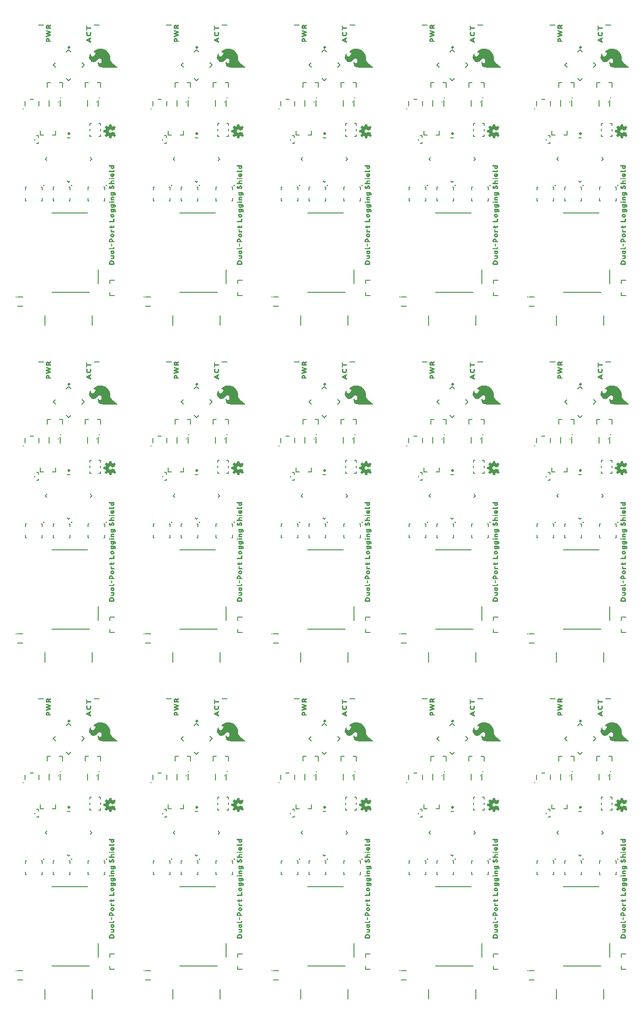
<source format=gto>
G04 EAGLE Gerber RS-274X export*
G75*
%MOMM*%
%FSLAX34Y34*%
%LPD*%
%INSilkscreen Top*%
%IPPOS*%
%AMOC8*
5,1,8,0,0,1.08239X$1,22.5*%
G01*
%ADD10C,0.203200*%
%ADD11C,0.250000*%
%ADD12C,0.152400*%
%ADD13C,0.254000*%
%ADD14C,0.300000*%

G36*
X203125Y1726530D02*
X203125Y1726530D01*
X203207Y1726549D01*
X203208Y1726549D01*
X203209Y1726549D01*
X203277Y1726606D01*
X203341Y1726658D01*
X203342Y1726659D01*
X203377Y1726737D01*
X203413Y1726816D01*
X203413Y1726817D01*
X203413Y1726818D01*
X203410Y1726905D01*
X203407Y1726989D01*
X203407Y1726990D01*
X203407Y1726991D01*
X203364Y1727069D01*
X203325Y1727142D01*
X203324Y1727142D01*
X203324Y1727143D01*
X203318Y1727147D01*
X203210Y1727230D01*
X203065Y1727303D01*
X202709Y1727659D01*
X202698Y1727666D01*
X202687Y1727679D01*
X201987Y1728279D01*
X201980Y1728283D01*
X201973Y1728290D01*
X201084Y1728982D01*
X200094Y1729873D01*
X200089Y1729876D01*
X200083Y1729882D01*
X198890Y1730877D01*
X197697Y1731970D01*
X196399Y1733169D01*
X194999Y1734469D01*
X194992Y1734473D01*
X194986Y1734480D01*
X193698Y1735570D01*
X192616Y1736652D01*
X191738Y1737627D01*
X191072Y1738579D01*
X190599Y1739620D01*
X190517Y1739919D01*
X190413Y1740299D01*
X190413Y1740300D01*
X190320Y1740641D01*
X190320Y1744490D01*
X190316Y1744510D01*
X190317Y1744537D01*
X190017Y1746937D01*
X190009Y1746959D01*
X190007Y1746990D01*
X189965Y1747144D01*
X189758Y1747904D01*
X189757Y1747905D01*
X189654Y1748285D01*
X189550Y1748665D01*
X189446Y1749045D01*
X189407Y1749190D01*
X189395Y1749213D01*
X189387Y1749246D01*
X188487Y1751246D01*
X188473Y1751265D01*
X188462Y1751293D01*
X187262Y1753193D01*
X187251Y1753204D01*
X187242Y1753221D01*
X185942Y1754921D01*
X185921Y1754938D01*
X185900Y1754967D01*
X184300Y1756467D01*
X184286Y1756475D01*
X184273Y1756490D01*
X182473Y1757890D01*
X182446Y1757903D01*
X182414Y1757928D01*
X178714Y1759828D01*
X178683Y1759836D01*
X178642Y1759856D01*
X175042Y1760856D01*
X175008Y1760858D01*
X174962Y1760870D01*
X171462Y1761070D01*
X171430Y1761064D01*
X171383Y1761066D01*
X168083Y1760566D01*
X168054Y1760555D01*
X168012Y1760548D01*
X165212Y1759548D01*
X165191Y1759534D01*
X165159Y1759524D01*
X162759Y1758224D01*
X162730Y1758198D01*
X162671Y1758159D01*
X160971Y1756459D01*
X160953Y1756429D01*
X160927Y1756402D01*
X160925Y1756400D01*
X160924Y1756399D01*
X160918Y1756392D01*
X159918Y1754792D01*
X159895Y1754726D01*
X159867Y1754662D01*
X159867Y1754645D01*
X159862Y1754628D01*
X159871Y1754559D01*
X159873Y1754489D01*
X159882Y1754474D01*
X159884Y1754456D01*
X159923Y1754398D01*
X159956Y1754337D01*
X159971Y1754327D01*
X159981Y1754312D01*
X160041Y1754277D01*
X160098Y1754237D01*
X160117Y1754234D01*
X160131Y1754226D01*
X160170Y1754223D01*
X160240Y1754210D01*
X160840Y1754210D01*
X160870Y1754217D01*
X160915Y1754217D01*
X161346Y1754303D01*
X162406Y1754127D01*
X162804Y1753888D01*
X163219Y1753473D01*
X163460Y1752912D01*
X163460Y1752343D01*
X163084Y1751028D01*
X162713Y1750287D01*
X161740Y1748925D01*
X161161Y1748248D01*
X160702Y1747789D01*
X159938Y1747312D01*
X159935Y1747309D01*
X159929Y1747306D01*
X159379Y1746939D01*
X158756Y1746762D01*
X158240Y1746675D01*
X157743Y1746758D01*
X157296Y1746937D01*
X156746Y1747212D01*
X156304Y1747566D01*
X155658Y1748304D01*
X155299Y1749023D01*
X155115Y1749757D01*
X155020Y1750611D01*
X155020Y1751843D01*
X155109Y1752198D01*
X155109Y1752234D01*
X155120Y1752290D01*
X155120Y1752390D01*
X155108Y1752444D01*
X155107Y1752467D01*
X155104Y1752473D01*
X155100Y1752514D01*
X155086Y1752535D01*
X155081Y1752559D01*
X155041Y1752607D01*
X155007Y1752660D01*
X154986Y1752673D01*
X154971Y1752692D01*
X154913Y1752718D01*
X154860Y1752751D01*
X154835Y1752753D01*
X154812Y1752763D01*
X154750Y1752761D01*
X154687Y1752767D01*
X154664Y1752758D01*
X154639Y1752757D01*
X154584Y1752727D01*
X154526Y1752704D01*
X154506Y1752684D01*
X154487Y1752674D01*
X154466Y1752643D01*
X154424Y1752601D01*
X154227Y1752307D01*
X153731Y1751611D01*
X153725Y1751596D01*
X153712Y1751582D01*
X153012Y1750382D01*
X153004Y1750358D01*
X152987Y1750331D01*
X152387Y1748831D01*
X152384Y1748813D01*
X152374Y1748792D01*
X151874Y1746992D01*
X151872Y1746958D01*
X151860Y1746909D01*
X151760Y1744909D01*
X151767Y1744871D01*
X151769Y1744806D01*
X152269Y1742606D01*
X152286Y1742572D01*
X152303Y1742514D01*
X153503Y1740214D01*
X153524Y1740189D01*
X153546Y1740148D01*
X154946Y1738448D01*
X154972Y1738429D01*
X154974Y1738425D01*
X154985Y1738417D01*
X155025Y1738377D01*
X156625Y1737277D01*
X156660Y1737263D01*
X156713Y1737231D01*
X158413Y1736631D01*
X158448Y1736628D01*
X158540Y1736610D01*
X160240Y1736610D01*
X160278Y1736619D01*
X160347Y1736625D01*
X162047Y1737125D01*
X162072Y1737139D01*
X162110Y1737150D01*
X162203Y1737196D01*
X162963Y1737576D01*
X162963Y1737577D01*
X163724Y1737957D01*
X163910Y1738050D01*
X163933Y1738069D01*
X163971Y1738088D01*
X165671Y1739388D01*
X165685Y1739405D01*
X165709Y1739421D01*
X167399Y1741112D01*
X168849Y1742368D01*
X170224Y1743010D01*
X171483Y1743010D01*
X172648Y1742651D01*
X173550Y1741839D01*
X174291Y1740729D01*
X174660Y1739437D01*
X174660Y1737941D01*
X174376Y1736901D01*
X174103Y1736081D01*
X173561Y1735448D01*
X173015Y1734903D01*
X172881Y1734836D01*
X172502Y1734646D01*
X171887Y1734470D01*
X171302Y1734470D01*
X170819Y1734631D01*
X170490Y1734878D01*
X170124Y1735244D01*
X169740Y1735723D01*
X169474Y1736078D01*
X169293Y1736531D01*
X169285Y1736543D01*
X169280Y1736560D01*
X168980Y1737160D01*
X168956Y1737189D01*
X168909Y1737259D01*
X168809Y1737359D01*
X168787Y1737372D01*
X168771Y1737392D01*
X168714Y1737418D01*
X168662Y1737450D01*
X168636Y1737453D01*
X168612Y1737463D01*
X168551Y1737461D01*
X168489Y1737467D01*
X168465Y1737458D01*
X168439Y1737457D01*
X168385Y1737427D01*
X168327Y1737405D01*
X168310Y1737386D01*
X168287Y1737374D01*
X168252Y1737324D01*
X168210Y1737278D01*
X168202Y1737253D01*
X168187Y1737232D01*
X168171Y1737148D01*
X168160Y1737112D01*
X168162Y1737102D01*
X168160Y1737090D01*
X168160Y1737052D01*
X168083Y1736821D01*
X167887Y1736331D01*
X167882Y1736296D01*
X167864Y1736244D01*
X167764Y1735544D01*
X167766Y1735520D01*
X167760Y1735490D01*
X167760Y1733690D01*
X167767Y1733660D01*
X167767Y1733615D01*
X167967Y1732615D01*
X167972Y1732605D01*
X167973Y1732590D01*
X168103Y1732113D01*
X168207Y1731733D01*
X168273Y1731490D01*
X168282Y1731473D01*
X168287Y1731449D01*
X168687Y1730449D01*
X168706Y1730422D01*
X168724Y1730379D01*
X169324Y1729479D01*
X169347Y1729458D01*
X169371Y1729421D01*
X170171Y1728621D01*
X170189Y1728610D01*
X170207Y1728590D01*
X171107Y1727890D01*
X171131Y1727879D01*
X171158Y1727856D01*
X172258Y1727256D01*
X172291Y1727247D01*
X172336Y1727224D01*
X173736Y1726824D01*
X173761Y1726823D01*
X173793Y1726813D01*
X175393Y1726613D01*
X175405Y1726614D01*
X175420Y1726610D01*
X177320Y1726510D01*
X177329Y1726512D01*
X177340Y1726510D01*
X203040Y1726510D01*
X203125Y1726530D01*
G37*
G36*
X1137845Y497170D02*
X1137845Y497170D01*
X1137927Y497189D01*
X1137928Y497189D01*
X1137929Y497189D01*
X1137997Y497246D01*
X1138061Y497298D01*
X1138062Y497299D01*
X1138097Y497377D01*
X1138133Y497456D01*
X1138133Y497457D01*
X1138133Y497458D01*
X1138130Y497545D01*
X1138127Y497629D01*
X1138127Y497630D01*
X1138127Y497631D01*
X1138084Y497709D01*
X1138045Y497782D01*
X1138044Y497782D01*
X1138044Y497783D01*
X1138038Y497787D01*
X1137930Y497870D01*
X1137785Y497943D01*
X1137429Y498299D01*
X1137418Y498306D01*
X1137407Y498319D01*
X1136707Y498919D01*
X1136700Y498923D01*
X1136693Y498930D01*
X1135804Y499622D01*
X1134814Y500513D01*
X1134809Y500516D01*
X1134803Y500522D01*
X1133610Y501517D01*
X1132417Y502610D01*
X1131119Y503809D01*
X1129719Y505109D01*
X1129712Y505113D01*
X1129706Y505120D01*
X1128418Y506210D01*
X1127336Y507292D01*
X1126458Y508267D01*
X1125792Y509219D01*
X1125319Y510259D01*
X1125237Y510559D01*
X1125133Y510939D01*
X1125133Y510940D01*
X1125040Y511281D01*
X1125040Y515130D01*
X1125036Y515150D01*
X1125037Y515177D01*
X1124737Y517577D01*
X1124729Y517599D01*
X1124727Y517630D01*
X1124685Y517784D01*
X1124478Y518544D01*
X1124477Y518545D01*
X1124374Y518925D01*
X1124270Y519305D01*
X1124166Y519685D01*
X1124127Y519830D01*
X1124115Y519853D01*
X1124107Y519886D01*
X1123207Y521886D01*
X1123193Y521905D01*
X1123182Y521933D01*
X1121982Y523833D01*
X1121971Y523844D01*
X1121962Y523861D01*
X1120662Y525561D01*
X1120641Y525578D01*
X1120620Y525607D01*
X1119020Y527107D01*
X1119006Y527115D01*
X1118993Y527130D01*
X1117193Y528530D01*
X1117166Y528543D01*
X1117134Y528568D01*
X1113434Y530468D01*
X1113403Y530476D01*
X1113362Y530496D01*
X1109762Y531496D01*
X1109728Y531498D01*
X1109682Y531510D01*
X1106182Y531710D01*
X1106150Y531704D01*
X1106103Y531706D01*
X1102803Y531206D01*
X1102774Y531195D01*
X1102732Y531188D01*
X1099932Y530188D01*
X1099911Y530174D01*
X1099879Y530164D01*
X1097479Y528864D01*
X1097450Y528838D01*
X1097391Y528799D01*
X1095691Y527099D01*
X1095673Y527069D01*
X1095647Y527042D01*
X1095645Y527040D01*
X1095644Y527039D01*
X1095638Y527032D01*
X1094638Y525432D01*
X1094615Y525366D01*
X1094587Y525302D01*
X1094587Y525285D01*
X1094582Y525268D01*
X1094591Y525199D01*
X1094593Y525129D01*
X1094602Y525114D01*
X1094604Y525096D01*
X1094643Y525038D01*
X1094676Y524977D01*
X1094691Y524967D01*
X1094701Y524952D01*
X1094761Y524917D01*
X1094818Y524877D01*
X1094837Y524874D01*
X1094851Y524866D01*
X1094890Y524863D01*
X1094960Y524850D01*
X1095560Y524850D01*
X1095590Y524857D01*
X1095635Y524857D01*
X1096066Y524943D01*
X1097126Y524767D01*
X1097524Y524528D01*
X1097939Y524113D01*
X1098180Y523552D01*
X1098180Y522983D01*
X1097804Y521668D01*
X1097433Y520927D01*
X1096460Y519565D01*
X1095881Y518888D01*
X1095422Y518429D01*
X1094658Y517952D01*
X1094655Y517949D01*
X1094649Y517946D01*
X1094099Y517579D01*
X1093476Y517402D01*
X1092960Y517315D01*
X1092463Y517398D01*
X1092016Y517577D01*
X1091466Y517852D01*
X1091024Y518206D01*
X1090378Y518944D01*
X1090019Y519663D01*
X1089835Y520397D01*
X1089740Y521251D01*
X1089740Y522483D01*
X1089829Y522838D01*
X1089829Y522874D01*
X1089840Y522930D01*
X1089840Y523030D01*
X1089828Y523084D01*
X1089827Y523107D01*
X1089824Y523113D01*
X1089820Y523154D01*
X1089806Y523175D01*
X1089801Y523199D01*
X1089761Y523247D01*
X1089727Y523300D01*
X1089706Y523313D01*
X1089691Y523332D01*
X1089633Y523358D01*
X1089580Y523391D01*
X1089555Y523393D01*
X1089532Y523403D01*
X1089470Y523401D01*
X1089407Y523407D01*
X1089384Y523398D01*
X1089359Y523397D01*
X1089304Y523367D01*
X1089246Y523344D01*
X1089226Y523324D01*
X1089207Y523314D01*
X1089186Y523283D01*
X1089144Y523241D01*
X1088947Y522947D01*
X1088451Y522251D01*
X1088445Y522236D01*
X1088432Y522222D01*
X1087732Y521022D01*
X1087724Y520998D01*
X1087707Y520971D01*
X1087107Y519471D01*
X1087104Y519453D01*
X1087094Y519432D01*
X1086594Y517632D01*
X1086592Y517598D01*
X1086580Y517549D01*
X1086480Y515549D01*
X1086487Y515511D01*
X1086489Y515446D01*
X1086989Y513246D01*
X1087006Y513212D01*
X1087023Y513154D01*
X1088223Y510854D01*
X1088244Y510829D01*
X1088266Y510788D01*
X1089666Y509088D01*
X1089692Y509069D01*
X1089694Y509065D01*
X1089705Y509057D01*
X1089745Y509017D01*
X1091345Y507917D01*
X1091380Y507903D01*
X1091433Y507871D01*
X1093133Y507271D01*
X1093168Y507268D01*
X1093260Y507250D01*
X1094960Y507250D01*
X1094998Y507259D01*
X1095067Y507265D01*
X1096767Y507765D01*
X1096792Y507779D01*
X1096830Y507790D01*
X1096923Y507836D01*
X1097683Y508216D01*
X1097683Y508217D01*
X1098444Y508597D01*
X1098630Y508690D01*
X1098653Y508709D01*
X1098691Y508728D01*
X1100391Y510028D01*
X1100405Y510045D01*
X1100429Y510061D01*
X1102119Y511752D01*
X1103569Y513008D01*
X1104944Y513650D01*
X1106203Y513650D01*
X1107368Y513291D01*
X1108270Y512479D01*
X1109011Y511369D01*
X1109380Y510077D01*
X1109380Y508581D01*
X1109096Y507541D01*
X1108823Y506721D01*
X1108281Y506088D01*
X1107735Y505543D01*
X1107601Y505476D01*
X1107222Y505286D01*
X1106607Y505110D01*
X1106022Y505110D01*
X1105539Y505271D01*
X1105210Y505518D01*
X1104844Y505884D01*
X1104460Y506363D01*
X1104194Y506718D01*
X1104013Y507171D01*
X1104005Y507183D01*
X1104000Y507200D01*
X1103700Y507800D01*
X1103676Y507829D01*
X1103629Y507899D01*
X1103529Y507999D01*
X1103507Y508012D01*
X1103491Y508032D01*
X1103434Y508058D01*
X1103382Y508090D01*
X1103356Y508093D01*
X1103332Y508103D01*
X1103271Y508101D01*
X1103209Y508107D01*
X1103185Y508098D01*
X1103159Y508097D01*
X1103105Y508067D01*
X1103047Y508045D01*
X1103030Y508026D01*
X1103007Y508014D01*
X1102972Y507964D01*
X1102930Y507918D01*
X1102922Y507893D01*
X1102907Y507872D01*
X1102891Y507788D01*
X1102880Y507752D01*
X1102882Y507742D01*
X1102880Y507730D01*
X1102880Y507692D01*
X1102803Y507461D01*
X1102607Y506971D01*
X1102602Y506936D01*
X1102584Y506884D01*
X1102484Y506184D01*
X1102486Y506160D01*
X1102480Y506130D01*
X1102480Y504330D01*
X1102487Y504300D01*
X1102487Y504255D01*
X1102687Y503255D01*
X1102692Y503245D01*
X1102693Y503230D01*
X1102823Y502753D01*
X1102927Y502373D01*
X1102993Y502130D01*
X1103002Y502113D01*
X1103007Y502089D01*
X1103407Y501089D01*
X1103426Y501062D01*
X1103444Y501019D01*
X1104044Y500119D01*
X1104067Y500098D01*
X1104091Y500061D01*
X1104891Y499261D01*
X1104909Y499250D01*
X1104927Y499230D01*
X1105827Y498530D01*
X1105851Y498519D01*
X1105878Y498496D01*
X1106978Y497896D01*
X1107011Y497887D01*
X1107056Y497864D01*
X1108456Y497464D01*
X1108481Y497463D01*
X1108513Y497453D01*
X1110113Y497253D01*
X1110125Y497254D01*
X1110140Y497250D01*
X1112040Y497150D01*
X1112049Y497152D01*
X1112060Y497150D01*
X1137760Y497150D01*
X1137845Y497170D01*
G37*
G36*
X904165Y1726530D02*
X904165Y1726530D01*
X904247Y1726549D01*
X904248Y1726549D01*
X904249Y1726549D01*
X904317Y1726606D01*
X904381Y1726658D01*
X904382Y1726659D01*
X904417Y1726737D01*
X904453Y1726816D01*
X904453Y1726817D01*
X904453Y1726818D01*
X904450Y1726905D01*
X904447Y1726989D01*
X904447Y1726990D01*
X904447Y1726991D01*
X904404Y1727069D01*
X904365Y1727142D01*
X904364Y1727142D01*
X904364Y1727143D01*
X904358Y1727147D01*
X904250Y1727230D01*
X904105Y1727303D01*
X903749Y1727659D01*
X903738Y1727666D01*
X903727Y1727679D01*
X903027Y1728279D01*
X903020Y1728283D01*
X903013Y1728290D01*
X902124Y1728982D01*
X901134Y1729873D01*
X901129Y1729876D01*
X901123Y1729882D01*
X899930Y1730877D01*
X898737Y1731970D01*
X897439Y1733169D01*
X896039Y1734469D01*
X896032Y1734473D01*
X896026Y1734480D01*
X894738Y1735570D01*
X893656Y1736652D01*
X892778Y1737627D01*
X892112Y1738579D01*
X891639Y1739619D01*
X891557Y1739919D01*
X891453Y1740299D01*
X891453Y1740300D01*
X891360Y1740641D01*
X891360Y1744490D01*
X891356Y1744510D01*
X891357Y1744537D01*
X891057Y1746937D01*
X891049Y1746959D01*
X891047Y1746990D01*
X891005Y1747144D01*
X890798Y1747904D01*
X890797Y1747905D01*
X890694Y1748285D01*
X890590Y1748665D01*
X890486Y1749045D01*
X890447Y1749190D01*
X890435Y1749213D01*
X890427Y1749246D01*
X889527Y1751246D01*
X889513Y1751265D01*
X889502Y1751293D01*
X888302Y1753193D01*
X888291Y1753204D01*
X888282Y1753221D01*
X886982Y1754921D01*
X886961Y1754938D01*
X886940Y1754967D01*
X885340Y1756467D01*
X885326Y1756475D01*
X885313Y1756490D01*
X883513Y1757890D01*
X883486Y1757903D01*
X883454Y1757928D01*
X879754Y1759828D01*
X879723Y1759836D01*
X879682Y1759856D01*
X876082Y1760856D01*
X876048Y1760858D01*
X876002Y1760870D01*
X872502Y1761070D01*
X872470Y1761064D01*
X872423Y1761066D01*
X869123Y1760566D01*
X869094Y1760555D01*
X869052Y1760548D01*
X866252Y1759548D01*
X866231Y1759534D01*
X866199Y1759524D01*
X863799Y1758224D01*
X863770Y1758198D01*
X863711Y1758159D01*
X862011Y1756459D01*
X861993Y1756429D01*
X861967Y1756402D01*
X861965Y1756400D01*
X861964Y1756399D01*
X861958Y1756392D01*
X860958Y1754792D01*
X860935Y1754726D01*
X860907Y1754662D01*
X860907Y1754645D01*
X860902Y1754628D01*
X860911Y1754559D01*
X860913Y1754489D01*
X860922Y1754474D01*
X860924Y1754456D01*
X860963Y1754398D01*
X860996Y1754337D01*
X861011Y1754327D01*
X861021Y1754312D01*
X861081Y1754277D01*
X861138Y1754237D01*
X861157Y1754234D01*
X861171Y1754226D01*
X861210Y1754223D01*
X861280Y1754210D01*
X861880Y1754210D01*
X861910Y1754217D01*
X861955Y1754217D01*
X862386Y1754303D01*
X863446Y1754127D01*
X863844Y1753888D01*
X864259Y1753473D01*
X864500Y1752912D01*
X864500Y1752343D01*
X864124Y1751028D01*
X863753Y1750287D01*
X862780Y1748925D01*
X862201Y1748248D01*
X861742Y1747789D01*
X860978Y1747312D01*
X860975Y1747309D01*
X860969Y1747306D01*
X860419Y1746939D01*
X859796Y1746762D01*
X859280Y1746675D01*
X858783Y1746758D01*
X858336Y1746937D01*
X857786Y1747212D01*
X857344Y1747566D01*
X856698Y1748304D01*
X856339Y1749023D01*
X856155Y1749757D01*
X856060Y1750611D01*
X856060Y1751843D01*
X856149Y1752198D01*
X856149Y1752234D01*
X856160Y1752290D01*
X856160Y1752390D01*
X856148Y1752444D01*
X856147Y1752467D01*
X856144Y1752473D01*
X856140Y1752514D01*
X856126Y1752535D01*
X856121Y1752559D01*
X856081Y1752607D01*
X856047Y1752660D01*
X856026Y1752673D01*
X856011Y1752692D01*
X855953Y1752718D01*
X855900Y1752751D01*
X855875Y1752753D01*
X855852Y1752763D01*
X855790Y1752761D01*
X855727Y1752767D01*
X855704Y1752758D01*
X855679Y1752757D01*
X855624Y1752727D01*
X855566Y1752704D01*
X855546Y1752684D01*
X855527Y1752674D01*
X855506Y1752643D01*
X855464Y1752601D01*
X855267Y1752307D01*
X854771Y1751611D01*
X854765Y1751596D01*
X854752Y1751582D01*
X854052Y1750382D01*
X854044Y1750358D01*
X854027Y1750331D01*
X853427Y1748831D01*
X853424Y1748813D01*
X853414Y1748792D01*
X852914Y1746992D01*
X852912Y1746958D01*
X852900Y1746909D01*
X852800Y1744909D01*
X852807Y1744871D01*
X852809Y1744806D01*
X853309Y1742606D01*
X853326Y1742572D01*
X853343Y1742514D01*
X854543Y1740214D01*
X854564Y1740189D01*
X854586Y1740148D01*
X855986Y1738448D01*
X856012Y1738429D01*
X856014Y1738425D01*
X856025Y1738417D01*
X856065Y1738377D01*
X857665Y1737277D01*
X857700Y1737263D01*
X857753Y1737231D01*
X859453Y1736631D01*
X859488Y1736628D01*
X859580Y1736610D01*
X861280Y1736610D01*
X861318Y1736619D01*
X861387Y1736625D01*
X863087Y1737125D01*
X863112Y1737139D01*
X863150Y1737150D01*
X863243Y1737196D01*
X864003Y1737576D01*
X864003Y1737577D01*
X864764Y1737957D01*
X864950Y1738050D01*
X864973Y1738069D01*
X865011Y1738088D01*
X866711Y1739388D01*
X866725Y1739405D01*
X866749Y1739421D01*
X868439Y1741112D01*
X869889Y1742368D01*
X871264Y1743010D01*
X872523Y1743010D01*
X873688Y1742651D01*
X874590Y1741839D01*
X875331Y1740729D01*
X875700Y1739437D01*
X875700Y1737941D01*
X875416Y1736901D01*
X875143Y1736081D01*
X874601Y1735448D01*
X874055Y1734903D01*
X873921Y1734836D01*
X873542Y1734646D01*
X872927Y1734470D01*
X872342Y1734470D01*
X871859Y1734631D01*
X871530Y1734878D01*
X871164Y1735244D01*
X870780Y1735723D01*
X870514Y1736078D01*
X870333Y1736531D01*
X870325Y1736543D01*
X870320Y1736560D01*
X870020Y1737160D01*
X869996Y1737189D01*
X869949Y1737259D01*
X869849Y1737359D01*
X869827Y1737372D01*
X869811Y1737392D01*
X869754Y1737418D01*
X869702Y1737450D01*
X869676Y1737453D01*
X869652Y1737463D01*
X869591Y1737461D01*
X869529Y1737467D01*
X869505Y1737458D01*
X869479Y1737457D01*
X869425Y1737427D01*
X869367Y1737405D01*
X869350Y1737386D01*
X869327Y1737374D01*
X869292Y1737324D01*
X869250Y1737278D01*
X869242Y1737253D01*
X869227Y1737232D01*
X869211Y1737148D01*
X869200Y1737112D01*
X869202Y1737102D01*
X869200Y1737090D01*
X869200Y1737052D01*
X869123Y1736821D01*
X868927Y1736331D01*
X868922Y1736296D01*
X868904Y1736244D01*
X868804Y1735544D01*
X868806Y1735520D01*
X868800Y1735490D01*
X868800Y1733690D01*
X868807Y1733660D01*
X868807Y1733615D01*
X869007Y1732615D01*
X869012Y1732605D01*
X869013Y1732590D01*
X869143Y1732113D01*
X869247Y1731733D01*
X869313Y1731490D01*
X869322Y1731473D01*
X869327Y1731449D01*
X869727Y1730449D01*
X869746Y1730422D01*
X869764Y1730379D01*
X870364Y1729479D01*
X870387Y1729458D01*
X870411Y1729421D01*
X871211Y1728621D01*
X871229Y1728610D01*
X871247Y1728590D01*
X872147Y1727890D01*
X872171Y1727879D01*
X872198Y1727856D01*
X873298Y1727256D01*
X873331Y1727247D01*
X873376Y1727224D01*
X874776Y1726824D01*
X874801Y1726823D01*
X874833Y1726813D01*
X876433Y1726613D01*
X876445Y1726614D01*
X876460Y1726610D01*
X878360Y1726510D01*
X878369Y1726512D01*
X878380Y1726510D01*
X904080Y1726510D01*
X904165Y1726530D01*
G37*
G36*
X670485Y1726530D02*
X670485Y1726530D01*
X670567Y1726549D01*
X670568Y1726549D01*
X670569Y1726549D01*
X670637Y1726606D01*
X670701Y1726658D01*
X670702Y1726659D01*
X670737Y1726737D01*
X670773Y1726816D01*
X670773Y1726817D01*
X670773Y1726818D01*
X670770Y1726905D01*
X670767Y1726989D01*
X670767Y1726990D01*
X670767Y1726991D01*
X670724Y1727069D01*
X670685Y1727142D01*
X670684Y1727142D01*
X670684Y1727143D01*
X670678Y1727147D01*
X670570Y1727230D01*
X670425Y1727303D01*
X670069Y1727659D01*
X670058Y1727666D01*
X670047Y1727679D01*
X669347Y1728279D01*
X669340Y1728283D01*
X669333Y1728290D01*
X668444Y1728982D01*
X667454Y1729873D01*
X667449Y1729876D01*
X667443Y1729882D01*
X666250Y1730877D01*
X665057Y1731970D01*
X663759Y1733169D01*
X662359Y1734469D01*
X662352Y1734473D01*
X662346Y1734480D01*
X661058Y1735570D01*
X659976Y1736652D01*
X659098Y1737627D01*
X658432Y1738579D01*
X657959Y1739619D01*
X657877Y1739919D01*
X657773Y1740299D01*
X657773Y1740300D01*
X657680Y1740641D01*
X657680Y1744490D01*
X657676Y1744510D01*
X657677Y1744537D01*
X657377Y1746937D01*
X657369Y1746959D01*
X657367Y1746990D01*
X657325Y1747144D01*
X657118Y1747904D01*
X657117Y1747905D01*
X657014Y1748285D01*
X656910Y1748665D01*
X656806Y1749045D01*
X656767Y1749190D01*
X656755Y1749213D01*
X656747Y1749246D01*
X655847Y1751246D01*
X655833Y1751265D01*
X655822Y1751293D01*
X654622Y1753193D01*
X654611Y1753204D01*
X654602Y1753221D01*
X653302Y1754921D01*
X653281Y1754938D01*
X653260Y1754967D01*
X651660Y1756467D01*
X651646Y1756475D01*
X651633Y1756490D01*
X649833Y1757890D01*
X649806Y1757903D01*
X649774Y1757928D01*
X646074Y1759828D01*
X646043Y1759836D01*
X646002Y1759856D01*
X642402Y1760856D01*
X642368Y1760858D01*
X642322Y1760870D01*
X638822Y1761070D01*
X638790Y1761064D01*
X638743Y1761066D01*
X635443Y1760566D01*
X635414Y1760555D01*
X635372Y1760548D01*
X632572Y1759548D01*
X632551Y1759534D01*
X632519Y1759524D01*
X630119Y1758224D01*
X630090Y1758198D01*
X630031Y1758159D01*
X628331Y1756459D01*
X628313Y1756429D01*
X628287Y1756402D01*
X628285Y1756400D01*
X628284Y1756399D01*
X628278Y1756392D01*
X627278Y1754792D01*
X627255Y1754726D01*
X627227Y1754662D01*
X627227Y1754645D01*
X627222Y1754628D01*
X627231Y1754559D01*
X627233Y1754489D01*
X627242Y1754474D01*
X627244Y1754456D01*
X627283Y1754398D01*
X627316Y1754337D01*
X627331Y1754327D01*
X627341Y1754312D01*
X627401Y1754277D01*
X627458Y1754237D01*
X627477Y1754234D01*
X627491Y1754226D01*
X627530Y1754223D01*
X627600Y1754210D01*
X628200Y1754210D01*
X628230Y1754217D01*
X628275Y1754217D01*
X628706Y1754303D01*
X629766Y1754127D01*
X630164Y1753888D01*
X630579Y1753473D01*
X630820Y1752912D01*
X630820Y1752343D01*
X630444Y1751028D01*
X630073Y1750287D01*
X629100Y1748925D01*
X628521Y1748248D01*
X628062Y1747789D01*
X627298Y1747312D01*
X627295Y1747309D01*
X627289Y1747306D01*
X626739Y1746939D01*
X626116Y1746762D01*
X625600Y1746675D01*
X625103Y1746758D01*
X624656Y1746937D01*
X624106Y1747212D01*
X623664Y1747566D01*
X623018Y1748304D01*
X622659Y1749023D01*
X622475Y1749757D01*
X622380Y1750611D01*
X622380Y1751843D01*
X622469Y1752198D01*
X622469Y1752234D01*
X622480Y1752290D01*
X622480Y1752390D01*
X622468Y1752444D01*
X622467Y1752467D01*
X622464Y1752473D01*
X622460Y1752514D01*
X622446Y1752535D01*
X622441Y1752559D01*
X622401Y1752607D01*
X622367Y1752660D01*
X622346Y1752673D01*
X622331Y1752692D01*
X622273Y1752718D01*
X622220Y1752751D01*
X622195Y1752753D01*
X622172Y1752763D01*
X622110Y1752761D01*
X622047Y1752767D01*
X622024Y1752758D01*
X621999Y1752757D01*
X621944Y1752727D01*
X621886Y1752704D01*
X621866Y1752684D01*
X621847Y1752674D01*
X621826Y1752643D01*
X621784Y1752601D01*
X621587Y1752307D01*
X621091Y1751611D01*
X621085Y1751596D01*
X621072Y1751582D01*
X620372Y1750382D01*
X620364Y1750358D01*
X620347Y1750331D01*
X619747Y1748831D01*
X619744Y1748813D01*
X619734Y1748792D01*
X619234Y1746992D01*
X619232Y1746958D01*
X619220Y1746909D01*
X619120Y1744909D01*
X619127Y1744871D01*
X619129Y1744806D01*
X619629Y1742606D01*
X619646Y1742572D01*
X619663Y1742514D01*
X620863Y1740214D01*
X620884Y1740189D01*
X620906Y1740148D01*
X622306Y1738448D01*
X622332Y1738429D01*
X622334Y1738425D01*
X622345Y1738417D01*
X622385Y1738377D01*
X623985Y1737277D01*
X624020Y1737263D01*
X624073Y1737231D01*
X625773Y1736631D01*
X625808Y1736628D01*
X625900Y1736610D01*
X627600Y1736610D01*
X627638Y1736619D01*
X627707Y1736625D01*
X629407Y1737125D01*
X629432Y1737139D01*
X629470Y1737150D01*
X629563Y1737196D01*
X630323Y1737576D01*
X630323Y1737577D01*
X631084Y1737957D01*
X631270Y1738050D01*
X631293Y1738069D01*
X631331Y1738088D01*
X633031Y1739388D01*
X633045Y1739405D01*
X633069Y1739421D01*
X634759Y1741112D01*
X636209Y1742368D01*
X637584Y1743010D01*
X638843Y1743010D01*
X640008Y1742651D01*
X640910Y1741839D01*
X641651Y1740729D01*
X642020Y1739437D01*
X642020Y1737941D01*
X641736Y1736901D01*
X641463Y1736081D01*
X640921Y1735448D01*
X640375Y1734903D01*
X640241Y1734836D01*
X639862Y1734646D01*
X639247Y1734470D01*
X638662Y1734470D01*
X638179Y1734631D01*
X637850Y1734878D01*
X637484Y1735244D01*
X637100Y1735723D01*
X636834Y1736078D01*
X636653Y1736531D01*
X636645Y1736543D01*
X636640Y1736560D01*
X636340Y1737160D01*
X636316Y1737189D01*
X636269Y1737259D01*
X636169Y1737359D01*
X636147Y1737372D01*
X636131Y1737392D01*
X636074Y1737418D01*
X636022Y1737450D01*
X635996Y1737453D01*
X635972Y1737463D01*
X635911Y1737461D01*
X635849Y1737467D01*
X635825Y1737458D01*
X635799Y1737457D01*
X635745Y1737427D01*
X635687Y1737405D01*
X635670Y1737386D01*
X635647Y1737374D01*
X635612Y1737324D01*
X635570Y1737278D01*
X635562Y1737253D01*
X635547Y1737232D01*
X635531Y1737148D01*
X635520Y1737112D01*
X635522Y1737102D01*
X635520Y1737090D01*
X635520Y1737052D01*
X635443Y1736821D01*
X635247Y1736331D01*
X635242Y1736296D01*
X635224Y1736244D01*
X635124Y1735544D01*
X635126Y1735520D01*
X635120Y1735490D01*
X635120Y1733690D01*
X635127Y1733660D01*
X635127Y1733615D01*
X635327Y1732615D01*
X635332Y1732605D01*
X635333Y1732590D01*
X635463Y1732113D01*
X635567Y1731733D01*
X635633Y1731490D01*
X635642Y1731473D01*
X635647Y1731449D01*
X636047Y1730449D01*
X636066Y1730422D01*
X636084Y1730379D01*
X636684Y1729479D01*
X636707Y1729458D01*
X636731Y1729421D01*
X637531Y1728621D01*
X637549Y1728610D01*
X637567Y1728590D01*
X638467Y1727890D01*
X638491Y1727879D01*
X638518Y1727856D01*
X639618Y1727256D01*
X639651Y1727247D01*
X639696Y1727224D01*
X641096Y1726824D01*
X641121Y1726823D01*
X641153Y1726813D01*
X642753Y1726613D01*
X642765Y1726614D01*
X642780Y1726610D01*
X644680Y1726510D01*
X644689Y1726512D01*
X644700Y1726510D01*
X670400Y1726510D01*
X670485Y1726530D01*
G37*
G36*
X436805Y1726530D02*
X436805Y1726530D01*
X436887Y1726549D01*
X436888Y1726549D01*
X436889Y1726549D01*
X436957Y1726606D01*
X437021Y1726658D01*
X437022Y1726659D01*
X437057Y1726737D01*
X437093Y1726816D01*
X437093Y1726817D01*
X437093Y1726818D01*
X437090Y1726905D01*
X437087Y1726989D01*
X437087Y1726990D01*
X437087Y1726991D01*
X437044Y1727069D01*
X437005Y1727142D01*
X437004Y1727142D01*
X437004Y1727143D01*
X436998Y1727147D01*
X436890Y1727230D01*
X436745Y1727303D01*
X436389Y1727659D01*
X436378Y1727666D01*
X436367Y1727679D01*
X435667Y1728279D01*
X435660Y1728283D01*
X435653Y1728290D01*
X434764Y1728982D01*
X433774Y1729873D01*
X433769Y1729876D01*
X433763Y1729882D01*
X432570Y1730877D01*
X431377Y1731970D01*
X430079Y1733169D01*
X428679Y1734469D01*
X428672Y1734473D01*
X428666Y1734480D01*
X427378Y1735570D01*
X426296Y1736652D01*
X425418Y1737627D01*
X424752Y1738579D01*
X424279Y1739619D01*
X424197Y1739919D01*
X424093Y1740299D01*
X424093Y1740300D01*
X424000Y1740641D01*
X424000Y1744490D01*
X423996Y1744510D01*
X423997Y1744537D01*
X423697Y1746937D01*
X423689Y1746959D01*
X423687Y1746990D01*
X423645Y1747144D01*
X423438Y1747904D01*
X423437Y1747905D01*
X423334Y1748285D01*
X423230Y1748665D01*
X423126Y1749045D01*
X423087Y1749190D01*
X423075Y1749213D01*
X423067Y1749246D01*
X422167Y1751246D01*
X422153Y1751265D01*
X422142Y1751293D01*
X420942Y1753193D01*
X420931Y1753204D01*
X420922Y1753221D01*
X419622Y1754921D01*
X419601Y1754938D01*
X419580Y1754967D01*
X417980Y1756467D01*
X417966Y1756475D01*
X417953Y1756490D01*
X416153Y1757890D01*
X416126Y1757903D01*
X416094Y1757928D01*
X412394Y1759828D01*
X412363Y1759836D01*
X412322Y1759856D01*
X408722Y1760856D01*
X408688Y1760858D01*
X408642Y1760870D01*
X405142Y1761070D01*
X405110Y1761064D01*
X405063Y1761066D01*
X401763Y1760566D01*
X401734Y1760555D01*
X401692Y1760548D01*
X398892Y1759548D01*
X398871Y1759534D01*
X398839Y1759524D01*
X396439Y1758224D01*
X396410Y1758198D01*
X396351Y1758159D01*
X394651Y1756459D01*
X394633Y1756429D01*
X394607Y1756402D01*
X394605Y1756400D01*
X394604Y1756399D01*
X394598Y1756392D01*
X393598Y1754792D01*
X393575Y1754726D01*
X393547Y1754662D01*
X393547Y1754645D01*
X393542Y1754628D01*
X393551Y1754559D01*
X393553Y1754489D01*
X393562Y1754474D01*
X393564Y1754456D01*
X393603Y1754398D01*
X393636Y1754337D01*
X393651Y1754327D01*
X393661Y1754312D01*
X393721Y1754277D01*
X393778Y1754237D01*
X393797Y1754234D01*
X393811Y1754226D01*
X393850Y1754223D01*
X393920Y1754210D01*
X394520Y1754210D01*
X394550Y1754217D01*
X394595Y1754217D01*
X395026Y1754303D01*
X396086Y1754127D01*
X396484Y1753888D01*
X396899Y1753473D01*
X397140Y1752912D01*
X397140Y1752343D01*
X396764Y1751028D01*
X396393Y1750287D01*
X395420Y1748925D01*
X394841Y1748248D01*
X394382Y1747789D01*
X393618Y1747312D01*
X393615Y1747309D01*
X393609Y1747306D01*
X393059Y1746939D01*
X392436Y1746762D01*
X391920Y1746675D01*
X391423Y1746758D01*
X390976Y1746937D01*
X390426Y1747212D01*
X389984Y1747566D01*
X389338Y1748304D01*
X388979Y1749023D01*
X388795Y1749757D01*
X388700Y1750611D01*
X388700Y1751843D01*
X388789Y1752198D01*
X388789Y1752234D01*
X388800Y1752290D01*
X388800Y1752390D01*
X388788Y1752444D01*
X388787Y1752467D01*
X388784Y1752473D01*
X388780Y1752514D01*
X388766Y1752535D01*
X388761Y1752559D01*
X388721Y1752607D01*
X388687Y1752660D01*
X388666Y1752673D01*
X388651Y1752692D01*
X388593Y1752718D01*
X388540Y1752751D01*
X388515Y1752753D01*
X388492Y1752763D01*
X388430Y1752761D01*
X388367Y1752767D01*
X388344Y1752758D01*
X388319Y1752757D01*
X388264Y1752727D01*
X388206Y1752704D01*
X388186Y1752684D01*
X388167Y1752674D01*
X388146Y1752643D01*
X388104Y1752601D01*
X387907Y1752307D01*
X387411Y1751611D01*
X387405Y1751596D01*
X387392Y1751582D01*
X386692Y1750382D01*
X386684Y1750358D01*
X386667Y1750331D01*
X386067Y1748831D01*
X386064Y1748813D01*
X386054Y1748792D01*
X385554Y1746992D01*
X385552Y1746958D01*
X385540Y1746909D01*
X385440Y1744909D01*
X385447Y1744871D01*
X385449Y1744806D01*
X385949Y1742606D01*
X385966Y1742572D01*
X385983Y1742514D01*
X387183Y1740214D01*
X387204Y1740189D01*
X387226Y1740148D01*
X388626Y1738448D01*
X388652Y1738429D01*
X388654Y1738425D01*
X388665Y1738417D01*
X388705Y1738377D01*
X390305Y1737277D01*
X390340Y1737263D01*
X390393Y1737231D01*
X392093Y1736631D01*
X392128Y1736628D01*
X392220Y1736610D01*
X393920Y1736610D01*
X393958Y1736619D01*
X394027Y1736625D01*
X395727Y1737125D01*
X395752Y1737139D01*
X395790Y1737150D01*
X395883Y1737196D01*
X396643Y1737576D01*
X396643Y1737577D01*
X397404Y1737957D01*
X397590Y1738050D01*
X397613Y1738069D01*
X397651Y1738088D01*
X399351Y1739388D01*
X399365Y1739405D01*
X399389Y1739421D01*
X401079Y1741112D01*
X402529Y1742368D01*
X403904Y1743010D01*
X405163Y1743010D01*
X406328Y1742651D01*
X407230Y1741839D01*
X407971Y1740729D01*
X408340Y1739437D01*
X408340Y1737941D01*
X408056Y1736901D01*
X407783Y1736081D01*
X407241Y1735448D01*
X406695Y1734903D01*
X406561Y1734836D01*
X406182Y1734646D01*
X405567Y1734470D01*
X404982Y1734470D01*
X404499Y1734631D01*
X404170Y1734878D01*
X403804Y1735244D01*
X403420Y1735723D01*
X403154Y1736078D01*
X402973Y1736531D01*
X402965Y1736543D01*
X402960Y1736560D01*
X402660Y1737160D01*
X402636Y1737189D01*
X402589Y1737259D01*
X402489Y1737359D01*
X402467Y1737372D01*
X402451Y1737392D01*
X402394Y1737418D01*
X402342Y1737450D01*
X402316Y1737453D01*
X402292Y1737463D01*
X402231Y1737461D01*
X402169Y1737467D01*
X402145Y1737458D01*
X402119Y1737457D01*
X402065Y1737427D01*
X402007Y1737405D01*
X401990Y1737386D01*
X401967Y1737374D01*
X401932Y1737324D01*
X401890Y1737278D01*
X401882Y1737253D01*
X401867Y1737232D01*
X401851Y1737148D01*
X401840Y1737112D01*
X401842Y1737102D01*
X401840Y1737090D01*
X401840Y1737052D01*
X401763Y1736821D01*
X401567Y1736331D01*
X401562Y1736296D01*
X401544Y1736244D01*
X401444Y1735544D01*
X401446Y1735520D01*
X401440Y1735490D01*
X401440Y1733690D01*
X401447Y1733660D01*
X401447Y1733615D01*
X401647Y1732615D01*
X401652Y1732605D01*
X401653Y1732590D01*
X401783Y1732113D01*
X401887Y1731733D01*
X401953Y1731490D01*
X401962Y1731473D01*
X401967Y1731449D01*
X402367Y1730449D01*
X402386Y1730422D01*
X402404Y1730379D01*
X403004Y1729479D01*
X403027Y1729458D01*
X403051Y1729421D01*
X403851Y1728621D01*
X403869Y1728610D01*
X403887Y1728590D01*
X404787Y1727890D01*
X404811Y1727879D01*
X404838Y1727856D01*
X405938Y1727256D01*
X405971Y1727247D01*
X406016Y1727224D01*
X407416Y1726824D01*
X407441Y1726823D01*
X407473Y1726813D01*
X409073Y1726613D01*
X409085Y1726614D01*
X409100Y1726610D01*
X411000Y1726510D01*
X411009Y1726512D01*
X411020Y1726510D01*
X436720Y1726510D01*
X436805Y1726530D01*
G37*
G36*
X203125Y497170D02*
X203125Y497170D01*
X203207Y497189D01*
X203208Y497189D01*
X203209Y497189D01*
X203277Y497246D01*
X203341Y497298D01*
X203342Y497299D01*
X203377Y497377D01*
X203413Y497456D01*
X203413Y497457D01*
X203413Y497458D01*
X203410Y497545D01*
X203407Y497629D01*
X203407Y497630D01*
X203407Y497631D01*
X203364Y497709D01*
X203325Y497782D01*
X203324Y497782D01*
X203324Y497783D01*
X203318Y497787D01*
X203210Y497870D01*
X203065Y497943D01*
X202709Y498299D01*
X202698Y498306D01*
X202687Y498319D01*
X201987Y498919D01*
X201980Y498923D01*
X201973Y498930D01*
X201084Y499622D01*
X200094Y500513D01*
X200089Y500516D01*
X200083Y500522D01*
X198890Y501517D01*
X197697Y502610D01*
X196399Y503809D01*
X194999Y505109D01*
X194992Y505113D01*
X194986Y505120D01*
X193698Y506210D01*
X192616Y507292D01*
X191738Y508267D01*
X191072Y509219D01*
X190599Y510259D01*
X190517Y510559D01*
X190413Y510939D01*
X190413Y510940D01*
X190320Y511281D01*
X190320Y515130D01*
X190316Y515150D01*
X190317Y515177D01*
X190017Y517577D01*
X190009Y517599D01*
X190007Y517630D01*
X189965Y517784D01*
X189758Y518544D01*
X189757Y518545D01*
X189654Y518925D01*
X189550Y519305D01*
X189446Y519685D01*
X189407Y519830D01*
X189395Y519853D01*
X189387Y519886D01*
X188487Y521886D01*
X188473Y521905D01*
X188462Y521933D01*
X187262Y523833D01*
X187251Y523844D01*
X187242Y523861D01*
X185942Y525561D01*
X185921Y525578D01*
X185900Y525607D01*
X184300Y527107D01*
X184286Y527115D01*
X184273Y527130D01*
X182473Y528530D01*
X182446Y528543D01*
X182414Y528568D01*
X178714Y530468D01*
X178683Y530476D01*
X178642Y530496D01*
X175042Y531496D01*
X175008Y531498D01*
X174962Y531510D01*
X171462Y531710D01*
X171430Y531704D01*
X171383Y531706D01*
X168083Y531206D01*
X168054Y531195D01*
X168012Y531188D01*
X165212Y530188D01*
X165191Y530174D01*
X165159Y530164D01*
X162759Y528864D01*
X162730Y528838D01*
X162671Y528799D01*
X160971Y527099D01*
X160953Y527069D01*
X160927Y527042D01*
X160925Y527040D01*
X160924Y527039D01*
X160918Y527032D01*
X159918Y525432D01*
X159895Y525366D01*
X159867Y525302D01*
X159867Y525285D01*
X159862Y525268D01*
X159871Y525199D01*
X159873Y525129D01*
X159882Y525114D01*
X159884Y525096D01*
X159923Y525038D01*
X159956Y524977D01*
X159971Y524967D01*
X159981Y524952D01*
X160041Y524917D01*
X160098Y524877D01*
X160117Y524874D01*
X160131Y524866D01*
X160170Y524863D01*
X160240Y524850D01*
X160840Y524850D01*
X160870Y524857D01*
X160915Y524857D01*
X161346Y524943D01*
X162406Y524767D01*
X162804Y524528D01*
X163219Y524113D01*
X163460Y523552D01*
X163460Y522983D01*
X163084Y521668D01*
X162713Y520927D01*
X161740Y519565D01*
X161161Y518888D01*
X160702Y518429D01*
X159938Y517952D01*
X159935Y517949D01*
X159929Y517946D01*
X159379Y517579D01*
X158756Y517402D01*
X158240Y517315D01*
X157743Y517398D01*
X157296Y517577D01*
X156746Y517852D01*
X156304Y518206D01*
X155658Y518944D01*
X155299Y519663D01*
X155115Y520397D01*
X155020Y521251D01*
X155020Y522483D01*
X155109Y522838D01*
X155109Y522874D01*
X155120Y522930D01*
X155120Y523030D01*
X155108Y523084D01*
X155107Y523107D01*
X155104Y523113D01*
X155100Y523154D01*
X155086Y523175D01*
X155081Y523199D01*
X155041Y523247D01*
X155007Y523300D01*
X154986Y523313D01*
X154971Y523332D01*
X154913Y523358D01*
X154860Y523391D01*
X154835Y523393D01*
X154812Y523403D01*
X154750Y523401D01*
X154687Y523407D01*
X154664Y523398D01*
X154639Y523397D01*
X154584Y523367D01*
X154526Y523344D01*
X154506Y523324D01*
X154487Y523314D01*
X154466Y523283D01*
X154424Y523241D01*
X154227Y522947D01*
X153731Y522251D01*
X153725Y522236D01*
X153712Y522222D01*
X153012Y521022D01*
X153004Y520998D01*
X152987Y520971D01*
X152387Y519471D01*
X152384Y519453D01*
X152374Y519432D01*
X151874Y517632D01*
X151872Y517598D01*
X151860Y517549D01*
X151760Y515549D01*
X151767Y515511D01*
X151769Y515446D01*
X152269Y513246D01*
X152286Y513212D01*
X152303Y513154D01*
X153503Y510854D01*
X153524Y510829D01*
X153546Y510788D01*
X154946Y509088D01*
X154972Y509069D01*
X154974Y509065D01*
X154985Y509057D01*
X155025Y509017D01*
X156625Y507917D01*
X156660Y507903D01*
X156713Y507871D01*
X158413Y507271D01*
X158448Y507268D01*
X158540Y507250D01*
X160240Y507250D01*
X160278Y507259D01*
X160347Y507265D01*
X162047Y507765D01*
X162072Y507779D01*
X162110Y507790D01*
X162203Y507836D01*
X162963Y508216D01*
X162963Y508217D01*
X163724Y508597D01*
X163910Y508690D01*
X163933Y508709D01*
X163971Y508728D01*
X165671Y510028D01*
X165685Y510045D01*
X165709Y510061D01*
X167399Y511752D01*
X168849Y513008D01*
X170224Y513650D01*
X171483Y513650D01*
X172648Y513291D01*
X173550Y512479D01*
X174291Y511369D01*
X174660Y510077D01*
X174660Y508581D01*
X174376Y507541D01*
X174103Y506721D01*
X173561Y506088D01*
X173015Y505543D01*
X172881Y505476D01*
X172502Y505286D01*
X171887Y505110D01*
X171302Y505110D01*
X170819Y505271D01*
X170490Y505518D01*
X170124Y505884D01*
X169740Y506363D01*
X169474Y506718D01*
X169293Y507171D01*
X169285Y507183D01*
X169280Y507200D01*
X168980Y507800D01*
X168956Y507829D01*
X168909Y507899D01*
X168809Y507999D01*
X168787Y508012D01*
X168771Y508032D01*
X168714Y508058D01*
X168662Y508090D01*
X168636Y508093D01*
X168612Y508103D01*
X168551Y508101D01*
X168489Y508107D01*
X168465Y508098D01*
X168439Y508097D01*
X168385Y508067D01*
X168327Y508045D01*
X168310Y508026D01*
X168287Y508014D01*
X168252Y507964D01*
X168210Y507918D01*
X168202Y507893D01*
X168187Y507872D01*
X168171Y507788D01*
X168160Y507752D01*
X168162Y507742D01*
X168160Y507730D01*
X168160Y507692D01*
X168083Y507461D01*
X167887Y506971D01*
X167882Y506936D01*
X167864Y506884D01*
X167764Y506184D01*
X167766Y506160D01*
X167760Y506130D01*
X167760Y504330D01*
X167767Y504300D01*
X167767Y504255D01*
X167967Y503255D01*
X167972Y503245D01*
X167973Y503230D01*
X168103Y502753D01*
X168207Y502373D01*
X168273Y502130D01*
X168282Y502113D01*
X168287Y502089D01*
X168687Y501089D01*
X168706Y501062D01*
X168724Y501019D01*
X169324Y500119D01*
X169347Y500098D01*
X169371Y500061D01*
X170171Y499261D01*
X170189Y499250D01*
X170207Y499230D01*
X171107Y498530D01*
X171131Y498519D01*
X171158Y498496D01*
X172258Y497896D01*
X172291Y497887D01*
X172336Y497864D01*
X173736Y497464D01*
X173761Y497463D01*
X173793Y497453D01*
X175393Y497253D01*
X175405Y497254D01*
X175420Y497250D01*
X177320Y497150D01*
X177329Y497152D01*
X177340Y497150D01*
X203040Y497150D01*
X203125Y497170D01*
G37*
G36*
X670485Y497170D02*
X670485Y497170D01*
X670567Y497189D01*
X670568Y497189D01*
X670569Y497189D01*
X670637Y497246D01*
X670701Y497298D01*
X670702Y497299D01*
X670737Y497377D01*
X670773Y497456D01*
X670773Y497457D01*
X670773Y497458D01*
X670770Y497545D01*
X670767Y497629D01*
X670767Y497630D01*
X670767Y497631D01*
X670724Y497709D01*
X670685Y497782D01*
X670684Y497782D01*
X670684Y497783D01*
X670678Y497787D01*
X670570Y497870D01*
X670425Y497943D01*
X670069Y498299D01*
X670058Y498306D01*
X670047Y498319D01*
X669347Y498919D01*
X669340Y498923D01*
X669333Y498930D01*
X668444Y499622D01*
X667454Y500513D01*
X667449Y500516D01*
X667443Y500522D01*
X666250Y501517D01*
X665057Y502610D01*
X663759Y503809D01*
X662359Y505109D01*
X662352Y505113D01*
X662346Y505120D01*
X661058Y506210D01*
X659976Y507292D01*
X659098Y508267D01*
X658432Y509219D01*
X657959Y510259D01*
X657877Y510559D01*
X657773Y510939D01*
X657773Y510940D01*
X657680Y511281D01*
X657680Y515130D01*
X657676Y515150D01*
X657677Y515177D01*
X657377Y517577D01*
X657369Y517599D01*
X657367Y517630D01*
X657325Y517784D01*
X657118Y518544D01*
X657117Y518545D01*
X657014Y518925D01*
X656910Y519305D01*
X656806Y519685D01*
X656767Y519830D01*
X656755Y519853D01*
X656747Y519886D01*
X655847Y521886D01*
X655833Y521905D01*
X655822Y521933D01*
X654622Y523833D01*
X654611Y523844D01*
X654602Y523861D01*
X653302Y525561D01*
X653281Y525578D01*
X653260Y525607D01*
X651660Y527107D01*
X651646Y527115D01*
X651633Y527130D01*
X649833Y528530D01*
X649806Y528543D01*
X649774Y528568D01*
X646074Y530468D01*
X646043Y530476D01*
X646002Y530496D01*
X642402Y531496D01*
X642368Y531498D01*
X642322Y531510D01*
X638822Y531710D01*
X638790Y531704D01*
X638743Y531706D01*
X635443Y531206D01*
X635414Y531195D01*
X635372Y531188D01*
X632572Y530188D01*
X632551Y530174D01*
X632519Y530164D01*
X630119Y528864D01*
X630090Y528838D01*
X630031Y528799D01*
X628331Y527099D01*
X628313Y527069D01*
X628287Y527042D01*
X628285Y527040D01*
X628284Y527039D01*
X628278Y527032D01*
X627278Y525432D01*
X627255Y525366D01*
X627227Y525302D01*
X627227Y525285D01*
X627222Y525268D01*
X627231Y525199D01*
X627233Y525129D01*
X627242Y525114D01*
X627244Y525096D01*
X627283Y525038D01*
X627316Y524977D01*
X627331Y524967D01*
X627341Y524952D01*
X627401Y524917D01*
X627458Y524877D01*
X627477Y524874D01*
X627491Y524866D01*
X627530Y524863D01*
X627600Y524850D01*
X628200Y524850D01*
X628230Y524857D01*
X628275Y524857D01*
X628706Y524943D01*
X629766Y524767D01*
X630164Y524528D01*
X630579Y524113D01*
X630820Y523552D01*
X630820Y522983D01*
X630444Y521668D01*
X630073Y520927D01*
X629100Y519565D01*
X628521Y518888D01*
X628062Y518429D01*
X627298Y517952D01*
X627295Y517949D01*
X627289Y517946D01*
X626739Y517579D01*
X626116Y517402D01*
X625600Y517315D01*
X625103Y517398D01*
X624656Y517577D01*
X624106Y517852D01*
X623664Y518206D01*
X623018Y518944D01*
X622659Y519663D01*
X622475Y520397D01*
X622380Y521251D01*
X622380Y522483D01*
X622469Y522838D01*
X622469Y522874D01*
X622480Y522930D01*
X622480Y523030D01*
X622468Y523084D01*
X622467Y523107D01*
X622464Y523113D01*
X622460Y523154D01*
X622446Y523175D01*
X622441Y523199D01*
X622401Y523247D01*
X622367Y523300D01*
X622346Y523313D01*
X622331Y523332D01*
X622273Y523358D01*
X622220Y523391D01*
X622195Y523393D01*
X622172Y523403D01*
X622110Y523401D01*
X622047Y523407D01*
X622024Y523398D01*
X621999Y523397D01*
X621944Y523367D01*
X621886Y523344D01*
X621866Y523324D01*
X621847Y523314D01*
X621826Y523283D01*
X621784Y523241D01*
X621587Y522947D01*
X621091Y522251D01*
X621085Y522236D01*
X621072Y522222D01*
X620372Y521022D01*
X620364Y520998D01*
X620347Y520971D01*
X619747Y519471D01*
X619744Y519453D01*
X619734Y519432D01*
X619234Y517632D01*
X619232Y517598D01*
X619220Y517549D01*
X619120Y515549D01*
X619127Y515511D01*
X619129Y515446D01*
X619629Y513246D01*
X619646Y513212D01*
X619663Y513154D01*
X620863Y510854D01*
X620884Y510829D01*
X620906Y510788D01*
X622306Y509088D01*
X622332Y509069D01*
X622334Y509065D01*
X622345Y509057D01*
X622385Y509017D01*
X623985Y507917D01*
X624020Y507903D01*
X624073Y507871D01*
X625773Y507271D01*
X625808Y507268D01*
X625900Y507250D01*
X627600Y507250D01*
X627638Y507259D01*
X627707Y507265D01*
X629407Y507765D01*
X629432Y507779D01*
X629470Y507790D01*
X629563Y507836D01*
X630323Y508216D01*
X630323Y508217D01*
X631084Y508597D01*
X631270Y508690D01*
X631293Y508709D01*
X631331Y508728D01*
X633031Y510028D01*
X633045Y510045D01*
X633069Y510061D01*
X634759Y511752D01*
X636209Y513008D01*
X637584Y513650D01*
X638843Y513650D01*
X640008Y513291D01*
X640910Y512479D01*
X641651Y511369D01*
X642020Y510077D01*
X642020Y508581D01*
X641736Y507541D01*
X641463Y506721D01*
X640921Y506088D01*
X640375Y505543D01*
X640241Y505476D01*
X639862Y505286D01*
X639247Y505110D01*
X638662Y505110D01*
X638179Y505271D01*
X637850Y505518D01*
X637484Y505884D01*
X637100Y506363D01*
X636834Y506718D01*
X636653Y507171D01*
X636645Y507183D01*
X636640Y507200D01*
X636340Y507800D01*
X636316Y507829D01*
X636269Y507899D01*
X636169Y507999D01*
X636147Y508012D01*
X636131Y508032D01*
X636074Y508058D01*
X636022Y508090D01*
X635996Y508093D01*
X635972Y508103D01*
X635911Y508101D01*
X635849Y508107D01*
X635825Y508098D01*
X635799Y508097D01*
X635745Y508067D01*
X635687Y508045D01*
X635670Y508026D01*
X635647Y508014D01*
X635612Y507964D01*
X635570Y507918D01*
X635562Y507893D01*
X635547Y507872D01*
X635531Y507788D01*
X635520Y507752D01*
X635522Y507742D01*
X635520Y507730D01*
X635520Y507692D01*
X635443Y507461D01*
X635247Y506971D01*
X635242Y506936D01*
X635224Y506884D01*
X635124Y506184D01*
X635126Y506160D01*
X635120Y506130D01*
X635120Y504330D01*
X635127Y504300D01*
X635127Y504255D01*
X635327Y503255D01*
X635332Y503245D01*
X635333Y503230D01*
X635463Y502753D01*
X635567Y502373D01*
X635633Y502130D01*
X635642Y502113D01*
X635647Y502089D01*
X636047Y501089D01*
X636066Y501062D01*
X636084Y501019D01*
X636684Y500119D01*
X636707Y500098D01*
X636731Y500061D01*
X637531Y499261D01*
X637549Y499250D01*
X637567Y499230D01*
X638467Y498530D01*
X638491Y498519D01*
X638518Y498496D01*
X639618Y497896D01*
X639651Y497887D01*
X639696Y497864D01*
X641096Y497464D01*
X641121Y497463D01*
X641153Y497453D01*
X642753Y497253D01*
X642765Y497254D01*
X642780Y497250D01*
X644680Y497150D01*
X644689Y497152D01*
X644700Y497150D01*
X670400Y497150D01*
X670485Y497170D01*
G37*
G36*
X904165Y497170D02*
X904165Y497170D01*
X904247Y497189D01*
X904248Y497189D01*
X904249Y497189D01*
X904317Y497246D01*
X904381Y497298D01*
X904382Y497299D01*
X904417Y497377D01*
X904453Y497456D01*
X904453Y497457D01*
X904453Y497458D01*
X904450Y497545D01*
X904447Y497629D01*
X904447Y497630D01*
X904447Y497631D01*
X904404Y497709D01*
X904365Y497782D01*
X904364Y497782D01*
X904364Y497783D01*
X904358Y497787D01*
X904250Y497870D01*
X904105Y497943D01*
X903749Y498299D01*
X903738Y498306D01*
X903727Y498319D01*
X903027Y498919D01*
X903020Y498923D01*
X903013Y498930D01*
X902124Y499622D01*
X901134Y500513D01*
X901129Y500516D01*
X901123Y500522D01*
X899930Y501517D01*
X898737Y502610D01*
X897439Y503809D01*
X896039Y505109D01*
X896032Y505113D01*
X896026Y505120D01*
X894738Y506210D01*
X893656Y507292D01*
X892778Y508267D01*
X892112Y509219D01*
X891639Y510259D01*
X891557Y510559D01*
X891453Y510939D01*
X891453Y510940D01*
X891360Y511281D01*
X891360Y515130D01*
X891356Y515150D01*
X891357Y515177D01*
X891057Y517577D01*
X891049Y517599D01*
X891047Y517630D01*
X891005Y517784D01*
X890798Y518544D01*
X890797Y518545D01*
X890694Y518925D01*
X890590Y519305D01*
X890486Y519685D01*
X890447Y519830D01*
X890435Y519853D01*
X890427Y519886D01*
X889527Y521886D01*
X889513Y521905D01*
X889502Y521933D01*
X888302Y523833D01*
X888291Y523844D01*
X888282Y523861D01*
X886982Y525561D01*
X886961Y525578D01*
X886940Y525607D01*
X885340Y527107D01*
X885326Y527115D01*
X885313Y527130D01*
X883513Y528530D01*
X883486Y528543D01*
X883454Y528568D01*
X879754Y530468D01*
X879723Y530476D01*
X879682Y530496D01*
X876082Y531496D01*
X876048Y531498D01*
X876002Y531510D01*
X872502Y531710D01*
X872470Y531704D01*
X872423Y531706D01*
X869123Y531206D01*
X869094Y531195D01*
X869052Y531188D01*
X866252Y530188D01*
X866231Y530174D01*
X866199Y530164D01*
X863799Y528864D01*
X863770Y528838D01*
X863711Y528799D01*
X862011Y527099D01*
X861993Y527069D01*
X861967Y527042D01*
X861965Y527040D01*
X861964Y527039D01*
X861958Y527032D01*
X860958Y525432D01*
X860935Y525366D01*
X860907Y525302D01*
X860907Y525285D01*
X860902Y525268D01*
X860911Y525199D01*
X860913Y525129D01*
X860922Y525114D01*
X860924Y525096D01*
X860963Y525038D01*
X860996Y524977D01*
X861011Y524967D01*
X861021Y524952D01*
X861081Y524917D01*
X861138Y524877D01*
X861157Y524874D01*
X861171Y524866D01*
X861210Y524863D01*
X861280Y524850D01*
X861880Y524850D01*
X861910Y524857D01*
X861955Y524857D01*
X862386Y524943D01*
X863446Y524767D01*
X863844Y524528D01*
X864259Y524113D01*
X864500Y523552D01*
X864500Y522983D01*
X864124Y521668D01*
X863753Y520927D01*
X862780Y519565D01*
X862201Y518888D01*
X861742Y518429D01*
X860978Y517952D01*
X860975Y517949D01*
X860969Y517946D01*
X860419Y517579D01*
X859796Y517402D01*
X859280Y517315D01*
X858783Y517398D01*
X858336Y517577D01*
X857786Y517852D01*
X857344Y518206D01*
X856698Y518944D01*
X856339Y519663D01*
X856155Y520397D01*
X856060Y521251D01*
X856060Y522483D01*
X856149Y522838D01*
X856149Y522874D01*
X856160Y522930D01*
X856160Y523030D01*
X856148Y523084D01*
X856147Y523107D01*
X856144Y523113D01*
X856140Y523154D01*
X856126Y523175D01*
X856121Y523199D01*
X856081Y523247D01*
X856047Y523300D01*
X856026Y523313D01*
X856011Y523332D01*
X855953Y523358D01*
X855900Y523391D01*
X855875Y523393D01*
X855852Y523403D01*
X855790Y523401D01*
X855727Y523407D01*
X855704Y523398D01*
X855679Y523397D01*
X855624Y523367D01*
X855566Y523344D01*
X855546Y523324D01*
X855527Y523314D01*
X855506Y523283D01*
X855464Y523241D01*
X855267Y522947D01*
X854771Y522251D01*
X854765Y522236D01*
X854752Y522222D01*
X854052Y521022D01*
X854044Y520998D01*
X854027Y520971D01*
X853427Y519471D01*
X853424Y519453D01*
X853414Y519432D01*
X852914Y517632D01*
X852912Y517598D01*
X852900Y517549D01*
X852800Y515549D01*
X852807Y515511D01*
X852809Y515446D01*
X853309Y513246D01*
X853326Y513212D01*
X853343Y513154D01*
X854543Y510854D01*
X854564Y510829D01*
X854586Y510788D01*
X855986Y509088D01*
X856012Y509069D01*
X856014Y509065D01*
X856025Y509057D01*
X856065Y509017D01*
X857665Y507917D01*
X857700Y507903D01*
X857753Y507871D01*
X859453Y507271D01*
X859488Y507268D01*
X859580Y507250D01*
X861280Y507250D01*
X861318Y507259D01*
X861387Y507265D01*
X863087Y507765D01*
X863112Y507779D01*
X863150Y507790D01*
X863243Y507836D01*
X864003Y508216D01*
X864003Y508217D01*
X864764Y508597D01*
X864950Y508690D01*
X864973Y508709D01*
X865011Y508728D01*
X866711Y510028D01*
X866725Y510045D01*
X866749Y510061D01*
X868439Y511752D01*
X869889Y513008D01*
X871264Y513650D01*
X872523Y513650D01*
X873688Y513291D01*
X874590Y512479D01*
X875331Y511369D01*
X875700Y510077D01*
X875700Y508581D01*
X875416Y507541D01*
X875143Y506721D01*
X874601Y506088D01*
X874055Y505543D01*
X873921Y505476D01*
X873542Y505286D01*
X872927Y505110D01*
X872342Y505110D01*
X871859Y505271D01*
X871530Y505518D01*
X871164Y505884D01*
X870780Y506363D01*
X870514Y506718D01*
X870333Y507171D01*
X870325Y507183D01*
X870320Y507200D01*
X870020Y507800D01*
X869996Y507829D01*
X869949Y507899D01*
X869849Y507999D01*
X869827Y508012D01*
X869811Y508032D01*
X869754Y508058D01*
X869702Y508090D01*
X869676Y508093D01*
X869652Y508103D01*
X869591Y508101D01*
X869529Y508107D01*
X869505Y508098D01*
X869479Y508097D01*
X869425Y508067D01*
X869367Y508045D01*
X869350Y508026D01*
X869327Y508014D01*
X869292Y507964D01*
X869250Y507918D01*
X869242Y507893D01*
X869227Y507872D01*
X869211Y507788D01*
X869200Y507752D01*
X869202Y507742D01*
X869200Y507730D01*
X869200Y507692D01*
X869123Y507461D01*
X868927Y506971D01*
X868922Y506936D01*
X868904Y506884D01*
X868804Y506184D01*
X868806Y506160D01*
X868800Y506130D01*
X868800Y504330D01*
X868807Y504300D01*
X868807Y504255D01*
X869007Y503255D01*
X869012Y503245D01*
X869013Y503230D01*
X869143Y502753D01*
X869247Y502373D01*
X869313Y502130D01*
X869322Y502113D01*
X869327Y502089D01*
X869727Y501089D01*
X869746Y501062D01*
X869764Y501019D01*
X870364Y500119D01*
X870387Y500098D01*
X870411Y500061D01*
X871211Y499261D01*
X871229Y499250D01*
X871247Y499230D01*
X872147Y498530D01*
X872171Y498519D01*
X872198Y498496D01*
X873298Y497896D01*
X873331Y497887D01*
X873376Y497864D01*
X874776Y497464D01*
X874801Y497463D01*
X874833Y497453D01*
X876433Y497253D01*
X876445Y497254D01*
X876460Y497250D01*
X878360Y497150D01*
X878369Y497152D01*
X878380Y497150D01*
X904080Y497150D01*
X904165Y497170D01*
G37*
G36*
X1137845Y1726530D02*
X1137845Y1726530D01*
X1137927Y1726549D01*
X1137928Y1726549D01*
X1137929Y1726549D01*
X1137997Y1726606D01*
X1138061Y1726658D01*
X1138062Y1726659D01*
X1138097Y1726737D01*
X1138133Y1726816D01*
X1138133Y1726817D01*
X1138133Y1726818D01*
X1138130Y1726905D01*
X1138127Y1726989D01*
X1138127Y1726990D01*
X1138127Y1726991D01*
X1138084Y1727069D01*
X1138045Y1727142D01*
X1138044Y1727142D01*
X1138044Y1727143D01*
X1138038Y1727147D01*
X1137930Y1727230D01*
X1137785Y1727303D01*
X1137429Y1727659D01*
X1137418Y1727666D01*
X1137407Y1727679D01*
X1136707Y1728279D01*
X1136700Y1728283D01*
X1136693Y1728290D01*
X1135804Y1728982D01*
X1134814Y1729873D01*
X1134809Y1729876D01*
X1134803Y1729882D01*
X1133610Y1730877D01*
X1132417Y1731970D01*
X1131119Y1733169D01*
X1129719Y1734469D01*
X1129712Y1734473D01*
X1129706Y1734480D01*
X1128418Y1735570D01*
X1127336Y1736652D01*
X1126458Y1737627D01*
X1125792Y1738579D01*
X1125319Y1739619D01*
X1125237Y1739919D01*
X1125133Y1740299D01*
X1125133Y1740300D01*
X1125040Y1740641D01*
X1125040Y1744490D01*
X1125036Y1744510D01*
X1125037Y1744537D01*
X1124737Y1746937D01*
X1124729Y1746959D01*
X1124727Y1746990D01*
X1124685Y1747144D01*
X1124478Y1747904D01*
X1124477Y1747905D01*
X1124374Y1748285D01*
X1124270Y1748665D01*
X1124166Y1749045D01*
X1124127Y1749190D01*
X1124115Y1749213D01*
X1124107Y1749246D01*
X1123207Y1751246D01*
X1123193Y1751265D01*
X1123182Y1751293D01*
X1121982Y1753193D01*
X1121971Y1753204D01*
X1121962Y1753221D01*
X1120662Y1754921D01*
X1120641Y1754938D01*
X1120620Y1754967D01*
X1119020Y1756467D01*
X1119006Y1756475D01*
X1118993Y1756490D01*
X1117193Y1757890D01*
X1117166Y1757903D01*
X1117134Y1757928D01*
X1113434Y1759828D01*
X1113403Y1759836D01*
X1113362Y1759856D01*
X1109762Y1760856D01*
X1109728Y1760858D01*
X1109682Y1760870D01*
X1106182Y1761070D01*
X1106150Y1761064D01*
X1106103Y1761066D01*
X1102803Y1760566D01*
X1102774Y1760555D01*
X1102732Y1760548D01*
X1099932Y1759548D01*
X1099911Y1759534D01*
X1099879Y1759524D01*
X1097479Y1758224D01*
X1097450Y1758198D01*
X1097391Y1758159D01*
X1095691Y1756459D01*
X1095673Y1756429D01*
X1095647Y1756402D01*
X1095645Y1756400D01*
X1095644Y1756399D01*
X1095638Y1756392D01*
X1094638Y1754792D01*
X1094615Y1754726D01*
X1094587Y1754662D01*
X1094587Y1754645D01*
X1094582Y1754628D01*
X1094591Y1754559D01*
X1094593Y1754489D01*
X1094602Y1754474D01*
X1094604Y1754456D01*
X1094643Y1754398D01*
X1094676Y1754337D01*
X1094691Y1754327D01*
X1094701Y1754312D01*
X1094761Y1754277D01*
X1094818Y1754237D01*
X1094837Y1754234D01*
X1094851Y1754226D01*
X1094890Y1754223D01*
X1094960Y1754210D01*
X1095560Y1754210D01*
X1095590Y1754217D01*
X1095635Y1754217D01*
X1096066Y1754303D01*
X1097126Y1754127D01*
X1097524Y1753888D01*
X1097939Y1753473D01*
X1098180Y1752912D01*
X1098180Y1752343D01*
X1097804Y1751028D01*
X1097433Y1750287D01*
X1096460Y1748925D01*
X1095881Y1748248D01*
X1095422Y1747789D01*
X1094658Y1747312D01*
X1094655Y1747309D01*
X1094649Y1747306D01*
X1094099Y1746939D01*
X1093476Y1746762D01*
X1092960Y1746675D01*
X1092463Y1746758D01*
X1092016Y1746937D01*
X1091466Y1747212D01*
X1091024Y1747566D01*
X1090378Y1748304D01*
X1090019Y1749023D01*
X1089835Y1749757D01*
X1089740Y1750611D01*
X1089740Y1751843D01*
X1089829Y1752198D01*
X1089829Y1752234D01*
X1089840Y1752290D01*
X1089840Y1752390D01*
X1089828Y1752444D01*
X1089827Y1752467D01*
X1089824Y1752473D01*
X1089820Y1752514D01*
X1089806Y1752535D01*
X1089801Y1752559D01*
X1089761Y1752607D01*
X1089727Y1752660D01*
X1089706Y1752673D01*
X1089691Y1752692D01*
X1089633Y1752718D01*
X1089580Y1752751D01*
X1089555Y1752753D01*
X1089532Y1752763D01*
X1089470Y1752761D01*
X1089407Y1752767D01*
X1089384Y1752758D01*
X1089359Y1752757D01*
X1089304Y1752727D01*
X1089246Y1752704D01*
X1089226Y1752684D01*
X1089207Y1752674D01*
X1089186Y1752643D01*
X1089144Y1752601D01*
X1088947Y1752307D01*
X1088451Y1751611D01*
X1088445Y1751596D01*
X1088432Y1751582D01*
X1087732Y1750382D01*
X1087724Y1750358D01*
X1087707Y1750331D01*
X1087107Y1748831D01*
X1087104Y1748813D01*
X1087094Y1748792D01*
X1086594Y1746992D01*
X1086592Y1746958D01*
X1086580Y1746909D01*
X1086480Y1744909D01*
X1086487Y1744871D01*
X1086489Y1744806D01*
X1086989Y1742606D01*
X1087006Y1742572D01*
X1087023Y1742514D01*
X1088223Y1740214D01*
X1088244Y1740189D01*
X1088266Y1740148D01*
X1089666Y1738448D01*
X1089692Y1738429D01*
X1089694Y1738425D01*
X1089705Y1738417D01*
X1089745Y1738377D01*
X1091345Y1737277D01*
X1091380Y1737263D01*
X1091433Y1737231D01*
X1093133Y1736631D01*
X1093168Y1736628D01*
X1093260Y1736610D01*
X1094960Y1736610D01*
X1094998Y1736619D01*
X1095067Y1736625D01*
X1096767Y1737125D01*
X1096792Y1737139D01*
X1096830Y1737150D01*
X1096923Y1737196D01*
X1097683Y1737576D01*
X1097683Y1737577D01*
X1098444Y1737957D01*
X1098630Y1738050D01*
X1098653Y1738069D01*
X1098691Y1738088D01*
X1100391Y1739388D01*
X1100405Y1739405D01*
X1100429Y1739421D01*
X1102119Y1741112D01*
X1103569Y1742368D01*
X1104944Y1743010D01*
X1106203Y1743010D01*
X1107368Y1742651D01*
X1108270Y1741839D01*
X1109011Y1740729D01*
X1109380Y1739437D01*
X1109380Y1737941D01*
X1109096Y1736901D01*
X1108823Y1736081D01*
X1108281Y1735448D01*
X1107735Y1734903D01*
X1107601Y1734836D01*
X1107222Y1734646D01*
X1106607Y1734470D01*
X1106022Y1734470D01*
X1105539Y1734631D01*
X1105210Y1734878D01*
X1104844Y1735244D01*
X1104460Y1735723D01*
X1104194Y1736078D01*
X1104013Y1736531D01*
X1104005Y1736543D01*
X1104000Y1736560D01*
X1103700Y1737160D01*
X1103676Y1737189D01*
X1103629Y1737259D01*
X1103529Y1737359D01*
X1103507Y1737372D01*
X1103491Y1737392D01*
X1103434Y1737418D01*
X1103382Y1737450D01*
X1103356Y1737453D01*
X1103332Y1737463D01*
X1103271Y1737461D01*
X1103209Y1737467D01*
X1103185Y1737458D01*
X1103159Y1737457D01*
X1103105Y1737427D01*
X1103047Y1737405D01*
X1103030Y1737386D01*
X1103007Y1737374D01*
X1102972Y1737324D01*
X1102930Y1737278D01*
X1102922Y1737253D01*
X1102907Y1737232D01*
X1102891Y1737148D01*
X1102880Y1737112D01*
X1102882Y1737102D01*
X1102880Y1737090D01*
X1102880Y1737052D01*
X1102803Y1736821D01*
X1102607Y1736331D01*
X1102602Y1736296D01*
X1102584Y1736244D01*
X1102484Y1735544D01*
X1102486Y1735520D01*
X1102480Y1735490D01*
X1102480Y1733690D01*
X1102487Y1733660D01*
X1102487Y1733615D01*
X1102687Y1732615D01*
X1102692Y1732605D01*
X1102693Y1732590D01*
X1102823Y1732113D01*
X1102927Y1731733D01*
X1102993Y1731490D01*
X1103002Y1731473D01*
X1103007Y1731449D01*
X1103407Y1730449D01*
X1103426Y1730422D01*
X1103444Y1730379D01*
X1104044Y1729479D01*
X1104067Y1729458D01*
X1104091Y1729421D01*
X1104891Y1728621D01*
X1104909Y1728610D01*
X1104927Y1728590D01*
X1105827Y1727890D01*
X1105851Y1727879D01*
X1105878Y1727856D01*
X1106978Y1727256D01*
X1107011Y1727247D01*
X1107056Y1727224D01*
X1108456Y1726824D01*
X1108481Y1726823D01*
X1108513Y1726813D01*
X1110113Y1726613D01*
X1110125Y1726614D01*
X1110140Y1726610D01*
X1112040Y1726510D01*
X1112049Y1726512D01*
X1112060Y1726510D01*
X1137760Y1726510D01*
X1137845Y1726530D01*
G37*
G36*
X1137845Y1111850D02*
X1137845Y1111850D01*
X1137927Y1111869D01*
X1137928Y1111869D01*
X1137929Y1111869D01*
X1137997Y1111926D01*
X1138061Y1111978D01*
X1138062Y1111979D01*
X1138097Y1112057D01*
X1138133Y1112136D01*
X1138133Y1112137D01*
X1138133Y1112138D01*
X1138130Y1112225D01*
X1138127Y1112309D01*
X1138127Y1112310D01*
X1138127Y1112311D01*
X1138084Y1112389D01*
X1138045Y1112462D01*
X1138044Y1112462D01*
X1138044Y1112463D01*
X1138038Y1112467D01*
X1137930Y1112550D01*
X1137785Y1112623D01*
X1137429Y1112979D01*
X1137418Y1112986D01*
X1137407Y1112999D01*
X1136707Y1113599D01*
X1136700Y1113603D01*
X1136693Y1113610D01*
X1135804Y1114302D01*
X1134814Y1115193D01*
X1134809Y1115196D01*
X1134803Y1115202D01*
X1133610Y1116197D01*
X1132417Y1117290D01*
X1131119Y1118489D01*
X1129719Y1119789D01*
X1129712Y1119793D01*
X1129706Y1119800D01*
X1128418Y1120890D01*
X1127336Y1121972D01*
X1126458Y1122947D01*
X1125792Y1123899D01*
X1125319Y1124939D01*
X1125237Y1125239D01*
X1125133Y1125619D01*
X1125133Y1125620D01*
X1125040Y1125961D01*
X1125040Y1129810D01*
X1125036Y1129830D01*
X1125037Y1129857D01*
X1124737Y1132257D01*
X1124729Y1132279D01*
X1124727Y1132310D01*
X1124685Y1132464D01*
X1124478Y1133224D01*
X1124477Y1133225D01*
X1124374Y1133605D01*
X1124270Y1133985D01*
X1124166Y1134365D01*
X1124127Y1134510D01*
X1124115Y1134533D01*
X1124107Y1134566D01*
X1123207Y1136566D01*
X1123193Y1136585D01*
X1123182Y1136613D01*
X1121982Y1138513D01*
X1121971Y1138524D01*
X1121962Y1138541D01*
X1120662Y1140241D01*
X1120641Y1140258D01*
X1120620Y1140287D01*
X1119020Y1141787D01*
X1119006Y1141795D01*
X1118993Y1141810D01*
X1117193Y1143210D01*
X1117166Y1143223D01*
X1117134Y1143248D01*
X1113434Y1145148D01*
X1113403Y1145156D01*
X1113362Y1145176D01*
X1109762Y1146176D01*
X1109728Y1146178D01*
X1109682Y1146190D01*
X1106182Y1146390D01*
X1106150Y1146384D01*
X1106103Y1146386D01*
X1102803Y1145886D01*
X1102774Y1145875D01*
X1102732Y1145868D01*
X1099932Y1144868D01*
X1099911Y1144854D01*
X1099879Y1144844D01*
X1097479Y1143544D01*
X1097450Y1143518D01*
X1097391Y1143479D01*
X1095691Y1141779D01*
X1095673Y1141749D01*
X1095647Y1141722D01*
X1095645Y1141720D01*
X1095644Y1141719D01*
X1095638Y1141712D01*
X1094638Y1140112D01*
X1094615Y1140046D01*
X1094587Y1139982D01*
X1094587Y1139965D01*
X1094582Y1139948D01*
X1094591Y1139879D01*
X1094593Y1139809D01*
X1094602Y1139794D01*
X1094604Y1139776D01*
X1094643Y1139718D01*
X1094676Y1139657D01*
X1094691Y1139647D01*
X1094701Y1139632D01*
X1094761Y1139597D01*
X1094818Y1139557D01*
X1094837Y1139554D01*
X1094851Y1139546D01*
X1094890Y1139543D01*
X1094960Y1139530D01*
X1095560Y1139530D01*
X1095590Y1139537D01*
X1095635Y1139537D01*
X1096066Y1139623D01*
X1097126Y1139447D01*
X1097524Y1139208D01*
X1097939Y1138793D01*
X1098180Y1138232D01*
X1098180Y1137663D01*
X1097804Y1136348D01*
X1097433Y1135607D01*
X1096460Y1134245D01*
X1095881Y1133568D01*
X1095422Y1133109D01*
X1094658Y1132632D01*
X1094655Y1132629D01*
X1094649Y1132626D01*
X1094099Y1132259D01*
X1093476Y1132082D01*
X1092960Y1131995D01*
X1092463Y1132078D01*
X1092016Y1132257D01*
X1091466Y1132532D01*
X1091024Y1132886D01*
X1090378Y1133624D01*
X1090019Y1134343D01*
X1089835Y1135077D01*
X1089740Y1135931D01*
X1089740Y1137163D01*
X1089829Y1137518D01*
X1089829Y1137554D01*
X1089840Y1137610D01*
X1089840Y1137710D01*
X1089828Y1137764D01*
X1089827Y1137787D01*
X1089824Y1137793D01*
X1089820Y1137834D01*
X1089806Y1137855D01*
X1089801Y1137879D01*
X1089761Y1137927D01*
X1089727Y1137980D01*
X1089706Y1137993D01*
X1089691Y1138012D01*
X1089633Y1138038D01*
X1089580Y1138071D01*
X1089555Y1138073D01*
X1089532Y1138083D01*
X1089470Y1138081D01*
X1089407Y1138087D01*
X1089384Y1138078D01*
X1089359Y1138077D01*
X1089304Y1138047D01*
X1089246Y1138024D01*
X1089226Y1138004D01*
X1089207Y1137994D01*
X1089186Y1137963D01*
X1089144Y1137921D01*
X1088947Y1137627D01*
X1088451Y1136931D01*
X1088445Y1136916D01*
X1088432Y1136902D01*
X1087732Y1135702D01*
X1087724Y1135678D01*
X1087707Y1135651D01*
X1087107Y1134151D01*
X1087104Y1134133D01*
X1087094Y1134112D01*
X1086594Y1132312D01*
X1086592Y1132278D01*
X1086580Y1132229D01*
X1086480Y1130229D01*
X1086487Y1130191D01*
X1086489Y1130126D01*
X1086989Y1127926D01*
X1087006Y1127892D01*
X1087023Y1127834D01*
X1088223Y1125534D01*
X1088244Y1125509D01*
X1088266Y1125468D01*
X1089666Y1123768D01*
X1089692Y1123749D01*
X1089694Y1123745D01*
X1089705Y1123737D01*
X1089745Y1123697D01*
X1091345Y1122597D01*
X1091380Y1122583D01*
X1091433Y1122551D01*
X1093133Y1121951D01*
X1093168Y1121948D01*
X1093260Y1121930D01*
X1094960Y1121930D01*
X1094998Y1121939D01*
X1095067Y1121945D01*
X1096767Y1122445D01*
X1096792Y1122459D01*
X1096830Y1122470D01*
X1096923Y1122516D01*
X1097683Y1122896D01*
X1097683Y1122897D01*
X1098444Y1123277D01*
X1098630Y1123370D01*
X1098653Y1123389D01*
X1098691Y1123408D01*
X1100391Y1124708D01*
X1100405Y1124725D01*
X1100429Y1124741D01*
X1102119Y1126432D01*
X1103569Y1127688D01*
X1104944Y1128330D01*
X1106203Y1128330D01*
X1107368Y1127971D01*
X1108270Y1127159D01*
X1109011Y1126049D01*
X1109380Y1124757D01*
X1109380Y1123261D01*
X1109096Y1122221D01*
X1108823Y1121401D01*
X1108281Y1120768D01*
X1107735Y1120223D01*
X1107601Y1120156D01*
X1107222Y1119966D01*
X1106607Y1119790D01*
X1106022Y1119790D01*
X1105539Y1119951D01*
X1105210Y1120198D01*
X1104844Y1120564D01*
X1104460Y1121043D01*
X1104194Y1121398D01*
X1104013Y1121851D01*
X1104005Y1121863D01*
X1104000Y1121880D01*
X1103700Y1122480D01*
X1103676Y1122509D01*
X1103629Y1122579D01*
X1103529Y1122679D01*
X1103507Y1122692D01*
X1103491Y1122712D01*
X1103434Y1122738D01*
X1103382Y1122770D01*
X1103356Y1122773D01*
X1103332Y1122783D01*
X1103271Y1122781D01*
X1103209Y1122787D01*
X1103185Y1122778D01*
X1103159Y1122777D01*
X1103105Y1122747D01*
X1103047Y1122725D01*
X1103030Y1122706D01*
X1103007Y1122694D01*
X1102972Y1122644D01*
X1102930Y1122598D01*
X1102922Y1122573D01*
X1102907Y1122552D01*
X1102891Y1122468D01*
X1102880Y1122432D01*
X1102882Y1122422D01*
X1102880Y1122410D01*
X1102880Y1122372D01*
X1102803Y1122141D01*
X1102607Y1121651D01*
X1102602Y1121616D01*
X1102584Y1121564D01*
X1102484Y1120864D01*
X1102486Y1120840D01*
X1102480Y1120810D01*
X1102480Y1119010D01*
X1102487Y1118980D01*
X1102487Y1118935D01*
X1102687Y1117935D01*
X1102692Y1117925D01*
X1102693Y1117910D01*
X1102823Y1117433D01*
X1102927Y1117053D01*
X1102993Y1116810D01*
X1103002Y1116793D01*
X1103007Y1116769D01*
X1103407Y1115769D01*
X1103426Y1115742D01*
X1103444Y1115699D01*
X1104044Y1114799D01*
X1104067Y1114778D01*
X1104091Y1114741D01*
X1104891Y1113941D01*
X1104909Y1113930D01*
X1104927Y1113910D01*
X1105827Y1113210D01*
X1105851Y1113199D01*
X1105878Y1113176D01*
X1106978Y1112576D01*
X1107011Y1112567D01*
X1107056Y1112544D01*
X1108456Y1112144D01*
X1108481Y1112143D01*
X1108513Y1112133D01*
X1110113Y1111933D01*
X1110125Y1111934D01*
X1110140Y1111930D01*
X1112040Y1111830D01*
X1112049Y1111832D01*
X1112060Y1111830D01*
X1137760Y1111830D01*
X1137845Y1111850D01*
G37*
G36*
X904165Y1111850D02*
X904165Y1111850D01*
X904247Y1111869D01*
X904248Y1111869D01*
X904249Y1111869D01*
X904317Y1111926D01*
X904381Y1111978D01*
X904382Y1111979D01*
X904417Y1112057D01*
X904453Y1112136D01*
X904453Y1112137D01*
X904453Y1112138D01*
X904450Y1112225D01*
X904447Y1112309D01*
X904447Y1112310D01*
X904447Y1112311D01*
X904404Y1112389D01*
X904365Y1112462D01*
X904364Y1112462D01*
X904364Y1112463D01*
X904358Y1112467D01*
X904250Y1112550D01*
X904105Y1112623D01*
X903749Y1112979D01*
X903738Y1112986D01*
X903727Y1112999D01*
X903027Y1113599D01*
X903020Y1113603D01*
X903013Y1113610D01*
X902124Y1114302D01*
X901134Y1115193D01*
X901129Y1115196D01*
X901123Y1115202D01*
X899930Y1116197D01*
X898737Y1117290D01*
X897439Y1118489D01*
X896039Y1119789D01*
X896032Y1119793D01*
X896026Y1119800D01*
X894738Y1120890D01*
X893656Y1121972D01*
X892778Y1122947D01*
X892112Y1123899D01*
X891639Y1124939D01*
X891557Y1125239D01*
X891453Y1125619D01*
X891453Y1125620D01*
X891360Y1125961D01*
X891360Y1129810D01*
X891356Y1129830D01*
X891357Y1129857D01*
X891057Y1132257D01*
X891049Y1132279D01*
X891047Y1132310D01*
X891005Y1132464D01*
X890798Y1133224D01*
X890797Y1133225D01*
X890694Y1133605D01*
X890590Y1133985D01*
X890486Y1134365D01*
X890447Y1134510D01*
X890435Y1134533D01*
X890427Y1134566D01*
X889527Y1136566D01*
X889513Y1136585D01*
X889502Y1136613D01*
X888302Y1138513D01*
X888291Y1138524D01*
X888282Y1138541D01*
X886982Y1140241D01*
X886961Y1140258D01*
X886940Y1140287D01*
X885340Y1141787D01*
X885326Y1141795D01*
X885313Y1141810D01*
X883513Y1143210D01*
X883486Y1143223D01*
X883454Y1143248D01*
X879754Y1145148D01*
X879723Y1145156D01*
X879682Y1145176D01*
X876082Y1146176D01*
X876048Y1146178D01*
X876002Y1146190D01*
X872502Y1146390D01*
X872470Y1146384D01*
X872423Y1146386D01*
X869123Y1145886D01*
X869094Y1145875D01*
X869052Y1145868D01*
X866252Y1144868D01*
X866231Y1144854D01*
X866199Y1144844D01*
X863799Y1143544D01*
X863770Y1143518D01*
X863711Y1143479D01*
X862011Y1141779D01*
X861993Y1141749D01*
X861967Y1141722D01*
X861965Y1141720D01*
X861964Y1141719D01*
X861958Y1141712D01*
X860958Y1140112D01*
X860935Y1140046D01*
X860907Y1139982D01*
X860907Y1139965D01*
X860902Y1139948D01*
X860911Y1139879D01*
X860913Y1139809D01*
X860922Y1139794D01*
X860924Y1139776D01*
X860963Y1139718D01*
X860996Y1139657D01*
X861011Y1139647D01*
X861021Y1139632D01*
X861081Y1139597D01*
X861138Y1139557D01*
X861157Y1139554D01*
X861171Y1139546D01*
X861210Y1139543D01*
X861280Y1139530D01*
X861880Y1139530D01*
X861910Y1139537D01*
X861955Y1139537D01*
X862386Y1139623D01*
X863446Y1139447D01*
X863844Y1139208D01*
X864259Y1138793D01*
X864500Y1138232D01*
X864500Y1137663D01*
X864124Y1136348D01*
X863753Y1135607D01*
X862780Y1134245D01*
X862201Y1133568D01*
X861742Y1133109D01*
X860978Y1132632D01*
X860975Y1132629D01*
X860969Y1132626D01*
X860419Y1132259D01*
X859796Y1132082D01*
X859280Y1131995D01*
X858783Y1132078D01*
X858336Y1132257D01*
X857786Y1132532D01*
X857344Y1132886D01*
X856698Y1133624D01*
X856339Y1134343D01*
X856155Y1135077D01*
X856060Y1135931D01*
X856060Y1137163D01*
X856149Y1137518D01*
X856149Y1137554D01*
X856160Y1137610D01*
X856160Y1137710D01*
X856148Y1137764D01*
X856147Y1137787D01*
X856144Y1137793D01*
X856140Y1137834D01*
X856126Y1137855D01*
X856121Y1137879D01*
X856081Y1137927D01*
X856047Y1137980D01*
X856026Y1137993D01*
X856011Y1138012D01*
X855953Y1138038D01*
X855900Y1138071D01*
X855875Y1138073D01*
X855852Y1138083D01*
X855790Y1138081D01*
X855727Y1138087D01*
X855704Y1138078D01*
X855679Y1138077D01*
X855624Y1138047D01*
X855566Y1138024D01*
X855546Y1138004D01*
X855527Y1137994D01*
X855506Y1137963D01*
X855464Y1137921D01*
X855267Y1137627D01*
X854771Y1136931D01*
X854765Y1136916D01*
X854752Y1136902D01*
X854052Y1135702D01*
X854044Y1135678D01*
X854027Y1135651D01*
X853427Y1134151D01*
X853424Y1134133D01*
X853414Y1134112D01*
X852914Y1132312D01*
X852912Y1132278D01*
X852900Y1132229D01*
X852800Y1130229D01*
X852807Y1130191D01*
X852809Y1130126D01*
X853309Y1127926D01*
X853326Y1127892D01*
X853343Y1127834D01*
X854543Y1125534D01*
X854564Y1125509D01*
X854586Y1125468D01*
X855986Y1123768D01*
X856012Y1123749D01*
X856014Y1123745D01*
X856025Y1123737D01*
X856065Y1123697D01*
X857665Y1122597D01*
X857700Y1122583D01*
X857753Y1122551D01*
X859453Y1121951D01*
X859488Y1121948D01*
X859580Y1121930D01*
X861280Y1121930D01*
X861318Y1121939D01*
X861387Y1121945D01*
X863087Y1122445D01*
X863112Y1122459D01*
X863150Y1122470D01*
X863243Y1122516D01*
X864003Y1122896D01*
X864003Y1122897D01*
X864764Y1123277D01*
X864950Y1123370D01*
X864973Y1123389D01*
X865011Y1123408D01*
X866711Y1124708D01*
X866725Y1124725D01*
X866749Y1124741D01*
X868439Y1126432D01*
X869889Y1127688D01*
X871264Y1128330D01*
X872523Y1128330D01*
X873688Y1127971D01*
X874590Y1127159D01*
X875331Y1126049D01*
X875700Y1124757D01*
X875700Y1123261D01*
X875416Y1122221D01*
X875143Y1121401D01*
X874601Y1120768D01*
X874055Y1120223D01*
X873921Y1120156D01*
X873542Y1119966D01*
X872927Y1119790D01*
X872342Y1119790D01*
X871859Y1119951D01*
X871530Y1120198D01*
X871164Y1120564D01*
X870780Y1121043D01*
X870514Y1121398D01*
X870333Y1121851D01*
X870325Y1121863D01*
X870320Y1121880D01*
X870020Y1122480D01*
X869996Y1122509D01*
X869949Y1122579D01*
X869849Y1122679D01*
X869827Y1122692D01*
X869811Y1122712D01*
X869754Y1122738D01*
X869702Y1122770D01*
X869676Y1122773D01*
X869652Y1122783D01*
X869591Y1122781D01*
X869529Y1122787D01*
X869505Y1122778D01*
X869479Y1122777D01*
X869425Y1122747D01*
X869367Y1122725D01*
X869350Y1122706D01*
X869327Y1122694D01*
X869292Y1122644D01*
X869250Y1122598D01*
X869242Y1122573D01*
X869227Y1122552D01*
X869211Y1122468D01*
X869200Y1122432D01*
X869202Y1122422D01*
X869200Y1122410D01*
X869200Y1122372D01*
X869123Y1122141D01*
X868927Y1121651D01*
X868922Y1121616D01*
X868904Y1121564D01*
X868804Y1120864D01*
X868806Y1120840D01*
X868800Y1120810D01*
X868800Y1119010D01*
X868807Y1118980D01*
X868807Y1118935D01*
X869007Y1117935D01*
X869012Y1117925D01*
X869013Y1117910D01*
X869143Y1117433D01*
X869247Y1117053D01*
X869313Y1116810D01*
X869322Y1116793D01*
X869327Y1116769D01*
X869727Y1115769D01*
X869746Y1115742D01*
X869764Y1115699D01*
X870364Y1114799D01*
X870387Y1114778D01*
X870411Y1114741D01*
X871211Y1113941D01*
X871229Y1113930D01*
X871247Y1113910D01*
X872147Y1113210D01*
X872171Y1113199D01*
X872198Y1113176D01*
X873298Y1112576D01*
X873331Y1112567D01*
X873376Y1112544D01*
X874776Y1112144D01*
X874801Y1112143D01*
X874833Y1112133D01*
X876433Y1111933D01*
X876445Y1111934D01*
X876460Y1111930D01*
X878360Y1111830D01*
X878369Y1111832D01*
X878380Y1111830D01*
X904080Y1111830D01*
X904165Y1111850D01*
G37*
G36*
X436805Y497170D02*
X436805Y497170D01*
X436887Y497189D01*
X436888Y497189D01*
X436889Y497189D01*
X436957Y497246D01*
X437021Y497298D01*
X437022Y497299D01*
X437057Y497377D01*
X437093Y497456D01*
X437093Y497457D01*
X437093Y497458D01*
X437090Y497545D01*
X437087Y497629D01*
X437087Y497630D01*
X437087Y497631D01*
X437044Y497709D01*
X437005Y497782D01*
X437004Y497782D01*
X437004Y497783D01*
X436998Y497787D01*
X436890Y497870D01*
X436745Y497943D01*
X436389Y498299D01*
X436378Y498306D01*
X436367Y498319D01*
X435667Y498919D01*
X435660Y498923D01*
X435653Y498930D01*
X434764Y499622D01*
X433774Y500513D01*
X433769Y500516D01*
X433763Y500522D01*
X432570Y501517D01*
X431377Y502610D01*
X430079Y503809D01*
X428679Y505109D01*
X428672Y505113D01*
X428666Y505120D01*
X427378Y506210D01*
X426296Y507292D01*
X425418Y508267D01*
X424752Y509219D01*
X424279Y510259D01*
X424197Y510559D01*
X424093Y510939D01*
X424093Y510940D01*
X424000Y511281D01*
X424000Y515130D01*
X423996Y515150D01*
X423997Y515177D01*
X423697Y517577D01*
X423689Y517599D01*
X423687Y517630D01*
X423645Y517784D01*
X423438Y518544D01*
X423437Y518545D01*
X423334Y518925D01*
X423230Y519305D01*
X423126Y519685D01*
X423087Y519830D01*
X423075Y519853D01*
X423067Y519886D01*
X422167Y521886D01*
X422153Y521905D01*
X422142Y521933D01*
X420942Y523833D01*
X420931Y523844D01*
X420922Y523861D01*
X419622Y525561D01*
X419601Y525578D01*
X419580Y525607D01*
X417980Y527107D01*
X417966Y527115D01*
X417953Y527130D01*
X416153Y528530D01*
X416126Y528543D01*
X416094Y528568D01*
X412394Y530468D01*
X412363Y530476D01*
X412322Y530496D01*
X408722Y531496D01*
X408688Y531498D01*
X408642Y531510D01*
X405142Y531710D01*
X405110Y531704D01*
X405063Y531706D01*
X401763Y531206D01*
X401734Y531195D01*
X401692Y531188D01*
X398892Y530188D01*
X398871Y530174D01*
X398839Y530164D01*
X396439Y528864D01*
X396410Y528838D01*
X396351Y528799D01*
X394651Y527099D01*
X394633Y527069D01*
X394607Y527042D01*
X394605Y527040D01*
X394604Y527039D01*
X394598Y527032D01*
X393598Y525432D01*
X393575Y525366D01*
X393547Y525302D01*
X393547Y525285D01*
X393542Y525268D01*
X393551Y525199D01*
X393553Y525129D01*
X393562Y525114D01*
X393564Y525096D01*
X393603Y525038D01*
X393636Y524977D01*
X393651Y524967D01*
X393661Y524952D01*
X393721Y524917D01*
X393778Y524877D01*
X393797Y524874D01*
X393811Y524866D01*
X393850Y524863D01*
X393920Y524850D01*
X394520Y524850D01*
X394550Y524857D01*
X394595Y524857D01*
X395026Y524943D01*
X396086Y524767D01*
X396484Y524528D01*
X396899Y524113D01*
X397140Y523552D01*
X397140Y522983D01*
X396764Y521668D01*
X396393Y520927D01*
X395420Y519565D01*
X394841Y518888D01*
X394382Y518429D01*
X393618Y517952D01*
X393615Y517949D01*
X393609Y517946D01*
X393059Y517579D01*
X392436Y517402D01*
X391920Y517315D01*
X391423Y517398D01*
X390976Y517577D01*
X390426Y517852D01*
X389984Y518206D01*
X389338Y518944D01*
X388979Y519663D01*
X388795Y520397D01*
X388700Y521251D01*
X388700Y522483D01*
X388789Y522838D01*
X388789Y522874D01*
X388800Y522930D01*
X388800Y523030D01*
X388788Y523084D01*
X388787Y523107D01*
X388784Y523113D01*
X388780Y523154D01*
X388766Y523175D01*
X388761Y523199D01*
X388721Y523247D01*
X388687Y523300D01*
X388666Y523313D01*
X388651Y523332D01*
X388593Y523358D01*
X388540Y523391D01*
X388515Y523393D01*
X388492Y523403D01*
X388430Y523401D01*
X388367Y523407D01*
X388344Y523398D01*
X388319Y523397D01*
X388264Y523367D01*
X388206Y523344D01*
X388186Y523324D01*
X388167Y523314D01*
X388146Y523283D01*
X388104Y523241D01*
X387907Y522947D01*
X387411Y522251D01*
X387405Y522236D01*
X387392Y522222D01*
X386692Y521022D01*
X386684Y520998D01*
X386667Y520971D01*
X386067Y519471D01*
X386064Y519453D01*
X386054Y519432D01*
X385554Y517632D01*
X385552Y517598D01*
X385540Y517549D01*
X385440Y515549D01*
X385447Y515511D01*
X385449Y515446D01*
X385949Y513246D01*
X385966Y513212D01*
X385983Y513154D01*
X387183Y510854D01*
X387204Y510829D01*
X387226Y510788D01*
X388626Y509088D01*
X388652Y509069D01*
X388654Y509065D01*
X388665Y509057D01*
X388705Y509017D01*
X390305Y507917D01*
X390340Y507903D01*
X390393Y507871D01*
X392093Y507271D01*
X392128Y507268D01*
X392220Y507250D01*
X393920Y507250D01*
X393958Y507259D01*
X394027Y507265D01*
X395727Y507765D01*
X395752Y507779D01*
X395790Y507790D01*
X395883Y507836D01*
X396643Y508216D01*
X396643Y508217D01*
X397404Y508597D01*
X397590Y508690D01*
X397613Y508709D01*
X397651Y508728D01*
X399351Y510028D01*
X399365Y510045D01*
X399389Y510061D01*
X401079Y511752D01*
X402529Y513008D01*
X403904Y513650D01*
X405163Y513650D01*
X406328Y513291D01*
X407230Y512479D01*
X407971Y511369D01*
X408340Y510077D01*
X408340Y508581D01*
X408056Y507541D01*
X407783Y506721D01*
X407241Y506088D01*
X406695Y505543D01*
X406561Y505476D01*
X406182Y505286D01*
X405567Y505110D01*
X404982Y505110D01*
X404499Y505271D01*
X404170Y505518D01*
X403804Y505884D01*
X403420Y506363D01*
X403154Y506718D01*
X402973Y507171D01*
X402965Y507183D01*
X402960Y507200D01*
X402660Y507800D01*
X402636Y507829D01*
X402589Y507899D01*
X402489Y507999D01*
X402467Y508012D01*
X402451Y508032D01*
X402394Y508058D01*
X402342Y508090D01*
X402316Y508093D01*
X402292Y508103D01*
X402231Y508101D01*
X402169Y508107D01*
X402145Y508098D01*
X402119Y508097D01*
X402065Y508067D01*
X402007Y508045D01*
X401990Y508026D01*
X401967Y508014D01*
X401932Y507964D01*
X401890Y507918D01*
X401882Y507893D01*
X401867Y507872D01*
X401851Y507788D01*
X401840Y507752D01*
X401842Y507742D01*
X401840Y507730D01*
X401840Y507692D01*
X401763Y507461D01*
X401567Y506971D01*
X401562Y506936D01*
X401544Y506884D01*
X401444Y506184D01*
X401446Y506160D01*
X401440Y506130D01*
X401440Y504330D01*
X401447Y504300D01*
X401447Y504255D01*
X401647Y503255D01*
X401652Y503245D01*
X401653Y503230D01*
X401783Y502753D01*
X401887Y502373D01*
X401953Y502130D01*
X401962Y502113D01*
X401967Y502089D01*
X402367Y501089D01*
X402386Y501062D01*
X402404Y501019D01*
X403004Y500119D01*
X403027Y500098D01*
X403051Y500061D01*
X403851Y499261D01*
X403869Y499250D01*
X403887Y499230D01*
X404787Y498530D01*
X404811Y498519D01*
X404838Y498496D01*
X405938Y497896D01*
X405971Y497887D01*
X406016Y497864D01*
X407416Y497464D01*
X407441Y497463D01*
X407473Y497453D01*
X409073Y497253D01*
X409085Y497254D01*
X409100Y497250D01*
X411000Y497150D01*
X411009Y497152D01*
X411020Y497150D01*
X436720Y497150D01*
X436805Y497170D01*
G37*
G36*
X203125Y1111850D02*
X203125Y1111850D01*
X203207Y1111869D01*
X203208Y1111869D01*
X203209Y1111869D01*
X203277Y1111926D01*
X203341Y1111978D01*
X203342Y1111979D01*
X203377Y1112057D01*
X203413Y1112136D01*
X203413Y1112137D01*
X203413Y1112138D01*
X203410Y1112225D01*
X203407Y1112309D01*
X203407Y1112310D01*
X203407Y1112311D01*
X203364Y1112389D01*
X203325Y1112462D01*
X203324Y1112462D01*
X203324Y1112463D01*
X203318Y1112467D01*
X203210Y1112550D01*
X203065Y1112623D01*
X202709Y1112979D01*
X202698Y1112986D01*
X202687Y1112999D01*
X201987Y1113599D01*
X201980Y1113603D01*
X201973Y1113610D01*
X201084Y1114302D01*
X200094Y1115193D01*
X200089Y1115196D01*
X200083Y1115202D01*
X198890Y1116197D01*
X197697Y1117290D01*
X196399Y1118489D01*
X194999Y1119789D01*
X194992Y1119793D01*
X194986Y1119800D01*
X193698Y1120890D01*
X192616Y1121972D01*
X191738Y1122947D01*
X191072Y1123899D01*
X190599Y1124940D01*
X190517Y1125239D01*
X190413Y1125619D01*
X190413Y1125620D01*
X190320Y1125961D01*
X190320Y1129810D01*
X190316Y1129830D01*
X190317Y1129857D01*
X190017Y1132257D01*
X190009Y1132279D01*
X190007Y1132310D01*
X189965Y1132464D01*
X189758Y1133224D01*
X189757Y1133225D01*
X189654Y1133605D01*
X189550Y1133985D01*
X189446Y1134365D01*
X189407Y1134510D01*
X189395Y1134533D01*
X189387Y1134566D01*
X188487Y1136566D01*
X188473Y1136585D01*
X188462Y1136613D01*
X187262Y1138513D01*
X187251Y1138524D01*
X187242Y1138541D01*
X185942Y1140241D01*
X185921Y1140258D01*
X185900Y1140287D01*
X184300Y1141787D01*
X184286Y1141795D01*
X184273Y1141810D01*
X182473Y1143210D01*
X182446Y1143223D01*
X182414Y1143248D01*
X178714Y1145148D01*
X178683Y1145156D01*
X178642Y1145176D01*
X175042Y1146176D01*
X175008Y1146178D01*
X174962Y1146190D01*
X171462Y1146390D01*
X171430Y1146384D01*
X171383Y1146386D01*
X168083Y1145886D01*
X168054Y1145875D01*
X168012Y1145868D01*
X165212Y1144868D01*
X165191Y1144854D01*
X165159Y1144844D01*
X162759Y1143544D01*
X162730Y1143518D01*
X162671Y1143479D01*
X160971Y1141779D01*
X160953Y1141749D01*
X160927Y1141722D01*
X160925Y1141720D01*
X160924Y1141719D01*
X160918Y1141712D01*
X159918Y1140112D01*
X159895Y1140046D01*
X159867Y1139982D01*
X159867Y1139965D01*
X159862Y1139948D01*
X159871Y1139879D01*
X159873Y1139809D01*
X159882Y1139794D01*
X159884Y1139776D01*
X159923Y1139718D01*
X159956Y1139657D01*
X159971Y1139647D01*
X159981Y1139632D01*
X160041Y1139597D01*
X160098Y1139557D01*
X160117Y1139554D01*
X160131Y1139546D01*
X160170Y1139543D01*
X160240Y1139530D01*
X160840Y1139530D01*
X160870Y1139537D01*
X160915Y1139537D01*
X161346Y1139623D01*
X162406Y1139447D01*
X162804Y1139208D01*
X163219Y1138793D01*
X163460Y1138232D01*
X163460Y1137663D01*
X163084Y1136348D01*
X162713Y1135607D01*
X161740Y1134245D01*
X161161Y1133568D01*
X160702Y1133109D01*
X159938Y1132632D01*
X159935Y1132629D01*
X159929Y1132626D01*
X159379Y1132259D01*
X158756Y1132082D01*
X158240Y1131995D01*
X157743Y1132078D01*
X157296Y1132257D01*
X156746Y1132532D01*
X156304Y1132886D01*
X155658Y1133624D01*
X155299Y1134343D01*
X155115Y1135077D01*
X155020Y1135931D01*
X155020Y1137163D01*
X155109Y1137518D01*
X155109Y1137554D01*
X155120Y1137610D01*
X155120Y1137710D01*
X155108Y1137764D01*
X155107Y1137787D01*
X155104Y1137793D01*
X155100Y1137834D01*
X155086Y1137855D01*
X155081Y1137879D01*
X155041Y1137927D01*
X155007Y1137980D01*
X154986Y1137993D01*
X154971Y1138012D01*
X154913Y1138038D01*
X154860Y1138071D01*
X154835Y1138073D01*
X154812Y1138083D01*
X154750Y1138081D01*
X154687Y1138087D01*
X154664Y1138078D01*
X154639Y1138077D01*
X154584Y1138047D01*
X154526Y1138024D01*
X154506Y1138004D01*
X154487Y1137994D01*
X154466Y1137963D01*
X154424Y1137921D01*
X154227Y1137627D01*
X153731Y1136931D01*
X153725Y1136916D01*
X153712Y1136902D01*
X153012Y1135702D01*
X153004Y1135678D01*
X152987Y1135651D01*
X152387Y1134151D01*
X152384Y1134133D01*
X152374Y1134112D01*
X151874Y1132312D01*
X151872Y1132278D01*
X151860Y1132229D01*
X151760Y1130229D01*
X151767Y1130191D01*
X151769Y1130126D01*
X152269Y1127926D01*
X152286Y1127892D01*
X152303Y1127834D01*
X153503Y1125534D01*
X153524Y1125509D01*
X153546Y1125468D01*
X154946Y1123768D01*
X154972Y1123749D01*
X154974Y1123745D01*
X154985Y1123737D01*
X155025Y1123697D01*
X156625Y1122597D01*
X156660Y1122583D01*
X156713Y1122551D01*
X158413Y1121951D01*
X158448Y1121948D01*
X158540Y1121930D01*
X160240Y1121930D01*
X160278Y1121939D01*
X160347Y1121945D01*
X162047Y1122445D01*
X162072Y1122459D01*
X162110Y1122470D01*
X162203Y1122516D01*
X162963Y1122896D01*
X162963Y1122897D01*
X163724Y1123277D01*
X163910Y1123370D01*
X163933Y1123389D01*
X163971Y1123408D01*
X165671Y1124708D01*
X165685Y1124725D01*
X165709Y1124741D01*
X167399Y1126432D01*
X168849Y1127688D01*
X170224Y1128330D01*
X171483Y1128330D01*
X172648Y1127971D01*
X173550Y1127159D01*
X174291Y1126049D01*
X174660Y1124757D01*
X174660Y1123261D01*
X174376Y1122221D01*
X174103Y1121401D01*
X173561Y1120768D01*
X173015Y1120223D01*
X172881Y1120156D01*
X172502Y1119966D01*
X171887Y1119790D01*
X171302Y1119790D01*
X170819Y1119951D01*
X170490Y1120198D01*
X170124Y1120564D01*
X169740Y1121043D01*
X169474Y1121398D01*
X169293Y1121851D01*
X169285Y1121863D01*
X169280Y1121880D01*
X168980Y1122480D01*
X168956Y1122509D01*
X168909Y1122579D01*
X168809Y1122679D01*
X168787Y1122692D01*
X168771Y1122712D01*
X168714Y1122738D01*
X168662Y1122770D01*
X168636Y1122773D01*
X168612Y1122783D01*
X168551Y1122781D01*
X168489Y1122787D01*
X168465Y1122778D01*
X168439Y1122777D01*
X168385Y1122747D01*
X168327Y1122725D01*
X168310Y1122706D01*
X168287Y1122694D01*
X168252Y1122644D01*
X168210Y1122598D01*
X168202Y1122573D01*
X168187Y1122552D01*
X168171Y1122468D01*
X168160Y1122432D01*
X168162Y1122422D01*
X168160Y1122410D01*
X168160Y1122372D01*
X168083Y1122141D01*
X167887Y1121651D01*
X167882Y1121616D01*
X167864Y1121564D01*
X167764Y1120864D01*
X167766Y1120840D01*
X167760Y1120810D01*
X167760Y1119010D01*
X167767Y1118980D01*
X167767Y1118935D01*
X167967Y1117935D01*
X167972Y1117925D01*
X167973Y1117910D01*
X168103Y1117433D01*
X168207Y1117053D01*
X168273Y1116810D01*
X168282Y1116793D01*
X168287Y1116769D01*
X168687Y1115769D01*
X168706Y1115742D01*
X168724Y1115699D01*
X169324Y1114799D01*
X169347Y1114778D01*
X169371Y1114741D01*
X170171Y1113941D01*
X170189Y1113930D01*
X170207Y1113910D01*
X171107Y1113210D01*
X171131Y1113199D01*
X171158Y1113176D01*
X172258Y1112576D01*
X172291Y1112567D01*
X172336Y1112544D01*
X173736Y1112144D01*
X173761Y1112143D01*
X173793Y1112133D01*
X175393Y1111933D01*
X175405Y1111934D01*
X175420Y1111930D01*
X177320Y1111830D01*
X177329Y1111832D01*
X177340Y1111830D01*
X203040Y1111830D01*
X203125Y1111850D01*
G37*
G36*
X436805Y1111850D02*
X436805Y1111850D01*
X436887Y1111869D01*
X436888Y1111869D01*
X436889Y1111869D01*
X436957Y1111926D01*
X437021Y1111978D01*
X437022Y1111979D01*
X437057Y1112057D01*
X437093Y1112136D01*
X437093Y1112137D01*
X437093Y1112138D01*
X437090Y1112225D01*
X437087Y1112309D01*
X437087Y1112310D01*
X437087Y1112311D01*
X437044Y1112389D01*
X437005Y1112462D01*
X437004Y1112462D01*
X437004Y1112463D01*
X436998Y1112467D01*
X436890Y1112550D01*
X436745Y1112623D01*
X436389Y1112979D01*
X436378Y1112986D01*
X436367Y1112999D01*
X435667Y1113599D01*
X435660Y1113603D01*
X435653Y1113610D01*
X434764Y1114302D01*
X433774Y1115193D01*
X433769Y1115196D01*
X433763Y1115202D01*
X432570Y1116197D01*
X431377Y1117290D01*
X430079Y1118489D01*
X428679Y1119789D01*
X428672Y1119793D01*
X428666Y1119800D01*
X427378Y1120890D01*
X426296Y1121972D01*
X425418Y1122947D01*
X424752Y1123899D01*
X424279Y1124940D01*
X424197Y1125239D01*
X424093Y1125619D01*
X424093Y1125620D01*
X424000Y1125961D01*
X424000Y1129810D01*
X423996Y1129830D01*
X423997Y1129857D01*
X423697Y1132257D01*
X423689Y1132279D01*
X423687Y1132310D01*
X423645Y1132464D01*
X423438Y1133224D01*
X423437Y1133225D01*
X423334Y1133605D01*
X423230Y1133985D01*
X423126Y1134365D01*
X423087Y1134510D01*
X423075Y1134533D01*
X423067Y1134566D01*
X422167Y1136566D01*
X422153Y1136585D01*
X422142Y1136613D01*
X420942Y1138513D01*
X420931Y1138524D01*
X420922Y1138541D01*
X419622Y1140241D01*
X419601Y1140258D01*
X419580Y1140287D01*
X417980Y1141787D01*
X417966Y1141795D01*
X417953Y1141810D01*
X416153Y1143210D01*
X416126Y1143223D01*
X416094Y1143248D01*
X412394Y1145148D01*
X412363Y1145156D01*
X412322Y1145176D01*
X408722Y1146176D01*
X408688Y1146178D01*
X408642Y1146190D01*
X405142Y1146390D01*
X405110Y1146384D01*
X405063Y1146386D01*
X401763Y1145886D01*
X401734Y1145875D01*
X401692Y1145868D01*
X398892Y1144868D01*
X398871Y1144854D01*
X398839Y1144844D01*
X396439Y1143544D01*
X396410Y1143518D01*
X396351Y1143479D01*
X394651Y1141779D01*
X394633Y1141749D01*
X394607Y1141722D01*
X394605Y1141720D01*
X394604Y1141719D01*
X394598Y1141712D01*
X393598Y1140112D01*
X393575Y1140046D01*
X393547Y1139982D01*
X393547Y1139965D01*
X393542Y1139948D01*
X393551Y1139879D01*
X393553Y1139809D01*
X393562Y1139794D01*
X393564Y1139776D01*
X393603Y1139718D01*
X393636Y1139657D01*
X393651Y1139647D01*
X393661Y1139632D01*
X393721Y1139597D01*
X393778Y1139557D01*
X393797Y1139554D01*
X393811Y1139546D01*
X393850Y1139543D01*
X393920Y1139530D01*
X394520Y1139530D01*
X394550Y1139537D01*
X394595Y1139537D01*
X395026Y1139623D01*
X396086Y1139447D01*
X396484Y1139208D01*
X396899Y1138793D01*
X397140Y1138232D01*
X397140Y1137663D01*
X396764Y1136348D01*
X396393Y1135607D01*
X395420Y1134245D01*
X394841Y1133568D01*
X394382Y1133109D01*
X393618Y1132632D01*
X393615Y1132629D01*
X393609Y1132626D01*
X393059Y1132259D01*
X392436Y1132082D01*
X391920Y1131995D01*
X391423Y1132078D01*
X390976Y1132257D01*
X390426Y1132532D01*
X389984Y1132886D01*
X389338Y1133624D01*
X388979Y1134343D01*
X388795Y1135077D01*
X388700Y1135931D01*
X388700Y1137163D01*
X388789Y1137518D01*
X388789Y1137554D01*
X388800Y1137610D01*
X388800Y1137710D01*
X388788Y1137764D01*
X388787Y1137787D01*
X388784Y1137793D01*
X388780Y1137834D01*
X388766Y1137855D01*
X388761Y1137879D01*
X388721Y1137927D01*
X388687Y1137980D01*
X388666Y1137993D01*
X388651Y1138012D01*
X388593Y1138038D01*
X388540Y1138071D01*
X388515Y1138073D01*
X388492Y1138083D01*
X388430Y1138081D01*
X388367Y1138087D01*
X388344Y1138078D01*
X388319Y1138077D01*
X388264Y1138047D01*
X388206Y1138024D01*
X388186Y1138004D01*
X388167Y1137994D01*
X388146Y1137963D01*
X388104Y1137921D01*
X387907Y1137627D01*
X387411Y1136931D01*
X387405Y1136916D01*
X387392Y1136902D01*
X386692Y1135702D01*
X386684Y1135678D01*
X386667Y1135651D01*
X386067Y1134151D01*
X386064Y1134133D01*
X386054Y1134112D01*
X385554Y1132312D01*
X385552Y1132278D01*
X385540Y1132229D01*
X385440Y1130229D01*
X385447Y1130191D01*
X385449Y1130126D01*
X385949Y1127926D01*
X385966Y1127892D01*
X385983Y1127834D01*
X387183Y1125534D01*
X387204Y1125509D01*
X387226Y1125468D01*
X388626Y1123768D01*
X388652Y1123749D01*
X388654Y1123745D01*
X388665Y1123737D01*
X388705Y1123697D01*
X390305Y1122597D01*
X390340Y1122583D01*
X390393Y1122551D01*
X392093Y1121951D01*
X392128Y1121948D01*
X392220Y1121930D01*
X393920Y1121930D01*
X393958Y1121939D01*
X394027Y1121945D01*
X395727Y1122445D01*
X395752Y1122459D01*
X395790Y1122470D01*
X395883Y1122516D01*
X396643Y1122896D01*
X396643Y1122897D01*
X397404Y1123277D01*
X397590Y1123370D01*
X397613Y1123389D01*
X397651Y1123408D01*
X399351Y1124708D01*
X399365Y1124725D01*
X399389Y1124741D01*
X401079Y1126432D01*
X402529Y1127688D01*
X403904Y1128330D01*
X405163Y1128330D01*
X406328Y1127971D01*
X407230Y1127159D01*
X407971Y1126049D01*
X408340Y1124757D01*
X408340Y1123261D01*
X408056Y1122221D01*
X407783Y1121401D01*
X407241Y1120768D01*
X406695Y1120223D01*
X406561Y1120156D01*
X406182Y1119966D01*
X405567Y1119790D01*
X404982Y1119790D01*
X404499Y1119951D01*
X404170Y1120198D01*
X403804Y1120564D01*
X403420Y1121043D01*
X403154Y1121398D01*
X402973Y1121851D01*
X402965Y1121863D01*
X402960Y1121880D01*
X402660Y1122480D01*
X402636Y1122509D01*
X402589Y1122579D01*
X402489Y1122679D01*
X402467Y1122692D01*
X402451Y1122712D01*
X402394Y1122738D01*
X402342Y1122770D01*
X402316Y1122773D01*
X402292Y1122783D01*
X402231Y1122781D01*
X402169Y1122787D01*
X402145Y1122778D01*
X402119Y1122777D01*
X402065Y1122747D01*
X402007Y1122725D01*
X401990Y1122706D01*
X401967Y1122694D01*
X401932Y1122644D01*
X401890Y1122598D01*
X401882Y1122573D01*
X401867Y1122552D01*
X401851Y1122468D01*
X401840Y1122432D01*
X401842Y1122422D01*
X401840Y1122410D01*
X401840Y1122372D01*
X401763Y1122141D01*
X401567Y1121651D01*
X401562Y1121616D01*
X401544Y1121564D01*
X401444Y1120864D01*
X401446Y1120840D01*
X401440Y1120810D01*
X401440Y1119010D01*
X401447Y1118980D01*
X401447Y1118935D01*
X401647Y1117935D01*
X401652Y1117925D01*
X401653Y1117910D01*
X401783Y1117433D01*
X401887Y1117053D01*
X401953Y1116810D01*
X401962Y1116793D01*
X401967Y1116769D01*
X402367Y1115769D01*
X402386Y1115742D01*
X402404Y1115699D01*
X403004Y1114799D01*
X403027Y1114778D01*
X403051Y1114741D01*
X403851Y1113941D01*
X403869Y1113930D01*
X403887Y1113910D01*
X404787Y1113210D01*
X404811Y1113199D01*
X404838Y1113176D01*
X405938Y1112576D01*
X405971Y1112567D01*
X406016Y1112544D01*
X407416Y1112144D01*
X407441Y1112143D01*
X407473Y1112133D01*
X409073Y1111933D01*
X409085Y1111934D01*
X409100Y1111930D01*
X411000Y1111830D01*
X411009Y1111832D01*
X411020Y1111830D01*
X436720Y1111830D01*
X436805Y1111850D01*
G37*
G36*
X670485Y1111850D02*
X670485Y1111850D01*
X670567Y1111869D01*
X670568Y1111869D01*
X670569Y1111869D01*
X670637Y1111926D01*
X670701Y1111978D01*
X670702Y1111979D01*
X670737Y1112057D01*
X670773Y1112136D01*
X670773Y1112137D01*
X670773Y1112138D01*
X670770Y1112225D01*
X670767Y1112309D01*
X670767Y1112310D01*
X670767Y1112311D01*
X670724Y1112389D01*
X670685Y1112462D01*
X670684Y1112462D01*
X670684Y1112463D01*
X670678Y1112467D01*
X670570Y1112550D01*
X670425Y1112623D01*
X670069Y1112979D01*
X670058Y1112986D01*
X670047Y1112999D01*
X669347Y1113599D01*
X669340Y1113603D01*
X669333Y1113610D01*
X668444Y1114302D01*
X667454Y1115193D01*
X667449Y1115196D01*
X667443Y1115202D01*
X666250Y1116197D01*
X665057Y1117290D01*
X663759Y1118489D01*
X662359Y1119789D01*
X662352Y1119793D01*
X662346Y1119800D01*
X661058Y1120890D01*
X659976Y1121972D01*
X659098Y1122947D01*
X658432Y1123899D01*
X657959Y1124939D01*
X657877Y1125239D01*
X657773Y1125619D01*
X657773Y1125620D01*
X657680Y1125961D01*
X657680Y1129810D01*
X657676Y1129830D01*
X657677Y1129857D01*
X657377Y1132257D01*
X657369Y1132279D01*
X657367Y1132310D01*
X657325Y1132464D01*
X657118Y1133224D01*
X657117Y1133225D01*
X657014Y1133605D01*
X656910Y1133985D01*
X656806Y1134365D01*
X656767Y1134510D01*
X656755Y1134533D01*
X656747Y1134566D01*
X655847Y1136566D01*
X655833Y1136585D01*
X655822Y1136613D01*
X654622Y1138513D01*
X654611Y1138524D01*
X654602Y1138541D01*
X653302Y1140241D01*
X653281Y1140258D01*
X653260Y1140287D01*
X651660Y1141787D01*
X651646Y1141795D01*
X651633Y1141810D01*
X649833Y1143210D01*
X649806Y1143223D01*
X649774Y1143248D01*
X646074Y1145148D01*
X646043Y1145156D01*
X646002Y1145176D01*
X642402Y1146176D01*
X642368Y1146178D01*
X642322Y1146190D01*
X638822Y1146390D01*
X638790Y1146384D01*
X638743Y1146386D01*
X635443Y1145886D01*
X635414Y1145875D01*
X635372Y1145868D01*
X632572Y1144868D01*
X632551Y1144854D01*
X632519Y1144844D01*
X630119Y1143544D01*
X630090Y1143518D01*
X630031Y1143479D01*
X628331Y1141779D01*
X628313Y1141749D01*
X628287Y1141722D01*
X628285Y1141720D01*
X628284Y1141719D01*
X628278Y1141712D01*
X627278Y1140112D01*
X627255Y1140046D01*
X627227Y1139982D01*
X627227Y1139965D01*
X627222Y1139948D01*
X627231Y1139879D01*
X627233Y1139809D01*
X627242Y1139794D01*
X627244Y1139776D01*
X627283Y1139718D01*
X627316Y1139657D01*
X627331Y1139647D01*
X627341Y1139632D01*
X627401Y1139597D01*
X627458Y1139557D01*
X627477Y1139554D01*
X627491Y1139546D01*
X627530Y1139543D01*
X627600Y1139530D01*
X628200Y1139530D01*
X628230Y1139537D01*
X628275Y1139537D01*
X628706Y1139623D01*
X629766Y1139447D01*
X630164Y1139208D01*
X630579Y1138793D01*
X630820Y1138232D01*
X630820Y1137663D01*
X630444Y1136348D01*
X630073Y1135607D01*
X629100Y1134245D01*
X628521Y1133568D01*
X628062Y1133109D01*
X627298Y1132632D01*
X627295Y1132629D01*
X627289Y1132626D01*
X626739Y1132259D01*
X626116Y1132082D01*
X625600Y1131995D01*
X625103Y1132078D01*
X624656Y1132257D01*
X624106Y1132532D01*
X623664Y1132886D01*
X623018Y1133624D01*
X622659Y1134343D01*
X622475Y1135077D01*
X622380Y1135931D01*
X622380Y1137163D01*
X622469Y1137518D01*
X622469Y1137554D01*
X622480Y1137610D01*
X622480Y1137710D01*
X622468Y1137764D01*
X622467Y1137787D01*
X622464Y1137793D01*
X622460Y1137834D01*
X622446Y1137855D01*
X622441Y1137879D01*
X622401Y1137927D01*
X622367Y1137980D01*
X622346Y1137993D01*
X622331Y1138012D01*
X622273Y1138038D01*
X622220Y1138071D01*
X622195Y1138073D01*
X622172Y1138083D01*
X622110Y1138081D01*
X622047Y1138087D01*
X622024Y1138078D01*
X621999Y1138077D01*
X621944Y1138047D01*
X621886Y1138024D01*
X621866Y1138004D01*
X621847Y1137994D01*
X621826Y1137963D01*
X621784Y1137921D01*
X621587Y1137627D01*
X621091Y1136931D01*
X621085Y1136916D01*
X621072Y1136902D01*
X620372Y1135702D01*
X620364Y1135678D01*
X620347Y1135651D01*
X619747Y1134151D01*
X619744Y1134133D01*
X619734Y1134112D01*
X619234Y1132312D01*
X619232Y1132278D01*
X619220Y1132229D01*
X619120Y1130229D01*
X619127Y1130191D01*
X619129Y1130126D01*
X619629Y1127926D01*
X619646Y1127892D01*
X619663Y1127834D01*
X620863Y1125534D01*
X620884Y1125509D01*
X620906Y1125468D01*
X622306Y1123768D01*
X622332Y1123749D01*
X622334Y1123745D01*
X622345Y1123737D01*
X622385Y1123697D01*
X623985Y1122597D01*
X624020Y1122583D01*
X624073Y1122551D01*
X625773Y1121951D01*
X625808Y1121948D01*
X625900Y1121930D01*
X627600Y1121930D01*
X627638Y1121939D01*
X627707Y1121945D01*
X629407Y1122445D01*
X629432Y1122459D01*
X629470Y1122470D01*
X629563Y1122516D01*
X630323Y1122896D01*
X630323Y1122897D01*
X631084Y1123277D01*
X631270Y1123370D01*
X631293Y1123389D01*
X631331Y1123408D01*
X633031Y1124708D01*
X633045Y1124725D01*
X633069Y1124741D01*
X634759Y1126432D01*
X636209Y1127688D01*
X637584Y1128330D01*
X638843Y1128330D01*
X640008Y1127971D01*
X640910Y1127159D01*
X641651Y1126049D01*
X642020Y1124757D01*
X642020Y1123261D01*
X641736Y1122221D01*
X641463Y1121401D01*
X640921Y1120768D01*
X640375Y1120223D01*
X640241Y1120156D01*
X639862Y1119966D01*
X639247Y1119790D01*
X638662Y1119790D01*
X638179Y1119951D01*
X637850Y1120198D01*
X637484Y1120564D01*
X637100Y1121043D01*
X636834Y1121398D01*
X636653Y1121851D01*
X636645Y1121863D01*
X636640Y1121880D01*
X636340Y1122480D01*
X636316Y1122509D01*
X636269Y1122579D01*
X636169Y1122679D01*
X636147Y1122692D01*
X636131Y1122712D01*
X636074Y1122738D01*
X636022Y1122770D01*
X635996Y1122773D01*
X635972Y1122783D01*
X635911Y1122781D01*
X635849Y1122787D01*
X635825Y1122778D01*
X635799Y1122777D01*
X635745Y1122747D01*
X635687Y1122725D01*
X635670Y1122706D01*
X635647Y1122694D01*
X635612Y1122644D01*
X635570Y1122598D01*
X635562Y1122573D01*
X635547Y1122552D01*
X635531Y1122468D01*
X635520Y1122432D01*
X635522Y1122422D01*
X635520Y1122410D01*
X635520Y1122372D01*
X635443Y1122141D01*
X635247Y1121651D01*
X635242Y1121616D01*
X635224Y1121564D01*
X635124Y1120864D01*
X635126Y1120840D01*
X635120Y1120810D01*
X635120Y1119010D01*
X635127Y1118980D01*
X635127Y1118935D01*
X635327Y1117935D01*
X635332Y1117925D01*
X635333Y1117910D01*
X635463Y1117433D01*
X635567Y1117053D01*
X635633Y1116810D01*
X635642Y1116793D01*
X635647Y1116769D01*
X636047Y1115769D01*
X636066Y1115742D01*
X636084Y1115699D01*
X636684Y1114799D01*
X636707Y1114778D01*
X636731Y1114741D01*
X637531Y1113941D01*
X637549Y1113930D01*
X637567Y1113910D01*
X638467Y1113210D01*
X638491Y1113199D01*
X638518Y1113176D01*
X639618Y1112576D01*
X639651Y1112567D01*
X639696Y1112544D01*
X641096Y1112144D01*
X641121Y1112143D01*
X641153Y1112133D01*
X642753Y1111933D01*
X642765Y1111934D01*
X642780Y1111930D01*
X644680Y1111830D01*
X644689Y1111832D01*
X644700Y1111830D01*
X670400Y1111830D01*
X670485Y1111850D01*
G37*
G36*
X425925Y368291D02*
X425925Y368291D01*
X425944Y368289D01*
X426009Y368311D01*
X426075Y368326D01*
X426090Y368339D01*
X426108Y368345D01*
X426156Y368393D01*
X426208Y368436D01*
X426216Y368454D01*
X426230Y368468D01*
X426270Y368574D01*
X426279Y368594D01*
X426279Y368598D01*
X426280Y368602D01*
X426838Y371858D01*
X426896Y371887D01*
X427006Y371887D01*
X427081Y371904D01*
X427156Y371918D01*
X427166Y371924D01*
X427175Y371926D01*
X427202Y371949D01*
X427258Y371987D01*
X427306Y371987D01*
X427381Y372004D01*
X427456Y372018D01*
X427466Y372024D01*
X427475Y372026D01*
X427502Y372049D01*
X427574Y372098D01*
X427631Y372154D01*
X427696Y372187D01*
X427806Y372187D01*
X427881Y372204D01*
X427956Y372218D01*
X427966Y372224D01*
X427975Y372226D01*
X428002Y372249D01*
X428058Y372287D01*
X428106Y372287D01*
X428181Y372304D01*
X428256Y372318D01*
X428266Y372324D01*
X428275Y372326D01*
X428302Y372349D01*
X428374Y372398D01*
X428431Y372454D01*
X428576Y372527D01*
X428604Y372550D01*
X428674Y372598D01*
X428731Y372654D01*
X428796Y372687D01*
X428806Y372687D01*
X428822Y372690D01*
X428838Y372688D01*
X428969Y372725D01*
X428971Y372725D01*
X431586Y370857D01*
X431601Y370851D01*
X431612Y370840D01*
X431680Y370819D01*
X431746Y370792D01*
X431762Y370793D01*
X431777Y370788D01*
X431847Y370799D01*
X431919Y370804D01*
X431932Y370812D01*
X431948Y370814D01*
X432064Y370889D01*
X432068Y370891D01*
X432068Y370892D01*
X434368Y373092D01*
X434380Y373110D01*
X434397Y373123D01*
X434427Y373182D01*
X434463Y373237D01*
X434465Y373258D01*
X434475Y373277D01*
X434475Y373343D01*
X434483Y373409D01*
X434476Y373429D01*
X434476Y373450D01*
X434434Y373545D01*
X434425Y373572D01*
X434421Y373575D01*
X434419Y373581D01*
X432542Y376302D01*
X432559Y376325D01*
X432561Y376337D01*
X432566Y376345D01*
X432569Y376380D01*
X432572Y376395D01*
X432574Y376398D01*
X432615Y376463D01*
X432659Y376525D01*
X432661Y376537D01*
X432666Y376545D01*
X432669Y376580D01*
X432672Y376595D01*
X432674Y376598D01*
X432715Y376663D01*
X432759Y376725D01*
X432761Y376737D01*
X432766Y376745D01*
X432769Y376780D01*
X432772Y376795D01*
X432774Y376798D01*
X432815Y376863D01*
X432859Y376925D01*
X432861Y376937D01*
X432866Y376945D01*
X432869Y376980D01*
X432872Y376995D01*
X432874Y376998D01*
X432915Y377063D01*
X432959Y377125D01*
X432961Y377137D01*
X432966Y377145D01*
X432969Y377180D01*
X432972Y377195D01*
X432974Y377198D01*
X433015Y377263D01*
X433059Y377325D01*
X433061Y377337D01*
X433066Y377345D01*
X433069Y377380D01*
X433086Y377466D01*
X433086Y377516D01*
X433096Y377533D01*
X433103Y377538D01*
X433105Y377543D01*
X433131Y377570D01*
X433144Y377609D01*
X433166Y377645D01*
X433170Y377689D01*
X433173Y377696D01*
X433173Y377700D01*
X433184Y377734D01*
X433178Y377776D01*
X433182Y377817D01*
X433167Y377857D01*
X433166Y377869D01*
X433164Y377874D01*
X433159Y377905D01*
X433135Y377940D01*
X433120Y377979D01*
X433093Y378004D01*
X433083Y378021D01*
X433074Y378027D01*
X433061Y378047D01*
X433018Y378073D01*
X432993Y378096D01*
X432968Y378103D01*
X432949Y378115D01*
X432942Y378120D01*
X432940Y378121D01*
X432938Y378122D01*
X427538Y380122D01*
X427481Y380129D01*
X427426Y380145D01*
X427396Y380139D01*
X427366Y380143D01*
X427312Y380124D01*
X427256Y380114D01*
X427231Y380096D01*
X427203Y380086D01*
X427163Y380045D01*
X427117Y380011D01*
X427100Y379981D01*
X427082Y379962D01*
X427072Y379930D01*
X427047Y379886D01*
X426955Y379612D01*
X426795Y379291D01*
X426638Y379134D01*
X426619Y379104D01*
X426567Y379036D01*
X426495Y378891D01*
X426382Y378778D01*
X426237Y378705D01*
X426209Y378682D01*
X426138Y378634D01*
X425982Y378478D01*
X425661Y378317D01*
X425386Y378226D01*
X425367Y378214D01*
X425337Y378205D01*
X425017Y378045D01*
X424806Y378045D01*
X424771Y378037D01*
X424686Y378026D01*
X424445Y377945D01*
X423968Y377945D01*
X422874Y378310D01*
X422348Y378661D01*
X422201Y378808D01*
X422022Y379076D01*
X421999Y379098D01*
X421974Y379134D01*
X421801Y379308D01*
X421650Y379534D01*
X421566Y379786D01*
X421547Y379818D01*
X421522Y379876D01*
X421386Y380081D01*
X421386Y380266D01*
X421377Y380301D01*
X421374Y380358D01*
X421286Y380713D01*
X421286Y381304D01*
X421366Y381546D01*
X421369Y381582D01*
X421386Y381666D01*
X421386Y381851D01*
X421522Y382056D01*
X421535Y382091D01*
X421566Y382146D01*
X421650Y382398D01*
X422001Y382925D01*
X422348Y383271D01*
X422874Y383622D01*
X423126Y383706D01*
X423158Y383726D01*
X423217Y383750D01*
X423421Y383887D01*
X423606Y383887D01*
X423641Y383895D01*
X423726Y383906D01*
X423968Y383987D01*
X424745Y383987D01*
X424986Y383906D01*
X425022Y383903D01*
X425106Y383887D01*
X425217Y383887D01*
X425337Y383827D01*
X425359Y383821D01*
X425386Y383806D01*
X425661Y383715D01*
X425782Y383654D01*
X425938Y383498D01*
X425969Y383479D01*
X426037Y383427D01*
X426182Y383354D01*
X426495Y383041D01*
X426567Y382896D01*
X426590Y382869D01*
X426610Y382840D01*
X426618Y382824D01*
X426622Y382822D01*
X426638Y382798D01*
X426795Y382641D01*
X427067Y382096D01*
X427087Y382073D01*
X427099Y382044D01*
X427142Y382007D01*
X427178Y381963D01*
X427206Y381951D01*
X427229Y381931D01*
X427284Y381916D01*
X427336Y381893D01*
X427367Y381895D01*
X427397Y381887D01*
X427471Y381899D01*
X427509Y381901D01*
X427521Y381908D01*
X427538Y381910D01*
X432938Y383910D01*
X432955Y383922D01*
X432975Y383926D01*
X433026Y383969D01*
X433082Y384006D01*
X433093Y384024D01*
X433108Y384036D01*
X433135Y384098D01*
X433169Y384156D01*
X433170Y384176D01*
X433179Y384194D01*
X433176Y384261D01*
X433180Y384328D01*
X433173Y384347D01*
X433172Y384367D01*
X433140Y384426D01*
X433114Y384488D01*
X433099Y384501D01*
X433089Y384519D01*
X433070Y384532D01*
X433068Y384540D01*
X433055Y384616D01*
X433048Y384625D01*
X433046Y384634D01*
X433023Y384662D01*
X432974Y384734D01*
X432968Y384741D01*
X432955Y384816D01*
X432948Y384825D01*
X432946Y384834D01*
X432923Y384862D01*
X432874Y384934D01*
X432868Y384941D01*
X432855Y385016D01*
X432848Y385025D01*
X432846Y385034D01*
X432823Y385062D01*
X432786Y385118D01*
X432786Y385166D01*
X432768Y385240D01*
X432755Y385316D01*
X432748Y385325D01*
X432746Y385334D01*
X432723Y385362D01*
X432674Y385434D01*
X432673Y385436D01*
X432672Y385454D01*
X432663Y385471D01*
X432655Y385516D01*
X432648Y385525D01*
X432646Y385534D01*
X432623Y385562D01*
X432574Y385634D01*
X432557Y385652D01*
X434419Y388351D01*
X434425Y388367D01*
X434436Y388379D01*
X434456Y388447D01*
X434482Y388512D01*
X434480Y388529D01*
X434485Y388545D01*
X434473Y388614D01*
X434467Y388684D01*
X434458Y388699D01*
X434455Y388716D01*
X434383Y388822D01*
X434377Y388832D01*
X434375Y388833D01*
X434374Y388834D01*
X432074Y391134D01*
X432054Y391147D01*
X432038Y391166D01*
X431981Y391192D01*
X431927Y391225D01*
X431903Y391228D01*
X431880Y391238D01*
X431818Y391236D01*
X431755Y391242D01*
X431732Y391233D01*
X431707Y391232D01*
X431625Y391192D01*
X431594Y391180D01*
X431588Y391174D01*
X431579Y391169D01*
X428985Y389224D01*
X428974Y389234D01*
X428944Y389253D01*
X428876Y389305D01*
X428676Y389405D01*
X428660Y389409D01*
X428647Y389418D01*
X428513Y389444D01*
X428508Y389445D01*
X428507Y389445D01*
X428506Y389445D01*
X428496Y389445D01*
X428431Y389478D01*
X428374Y389534D01*
X428344Y389553D01*
X428276Y389605D01*
X428076Y389705D01*
X428060Y389709D01*
X428047Y389718D01*
X427913Y389744D01*
X427908Y389745D01*
X427907Y389745D01*
X427906Y389745D01*
X427896Y389745D01*
X427576Y389905D01*
X427560Y389909D01*
X427547Y389918D01*
X427413Y389944D01*
X427408Y389945D01*
X427407Y389945D01*
X427406Y389945D01*
X427396Y389945D01*
X427276Y390005D01*
X427260Y390009D01*
X427247Y390018D01*
X427113Y390044D01*
X427108Y390045D01*
X427107Y390045D01*
X427106Y390045D01*
X427096Y390045D01*
X426976Y390105D01*
X426960Y390109D01*
X426947Y390118D01*
X426845Y390138D01*
X426280Y393430D01*
X426273Y393448D01*
X426272Y393467D01*
X426239Y393527D01*
X426213Y393589D01*
X426198Y393602D01*
X426189Y393619D01*
X426133Y393658D01*
X426082Y393702D01*
X426063Y393707D01*
X426047Y393718D01*
X425936Y393740D01*
X425914Y393745D01*
X425910Y393744D01*
X425906Y393745D01*
X422706Y393745D01*
X422687Y393741D01*
X422666Y393743D01*
X422603Y393721D01*
X422538Y393706D01*
X422522Y393693D01*
X422503Y393686D01*
X422456Y393638D01*
X422404Y393596D01*
X422396Y393577D01*
X422382Y393563D01*
X422344Y393461D01*
X422334Y393438D01*
X422334Y393433D01*
X422332Y393428D01*
X421785Y390145D01*
X421706Y390145D01*
X421632Y390128D01*
X421557Y390114D01*
X421547Y390108D01*
X421538Y390106D01*
X421510Y390083D01*
X421455Y390045D01*
X421406Y390045D01*
X421332Y390028D01*
X421257Y390014D01*
X421247Y390008D01*
X421238Y390006D01*
X421210Y389983D01*
X421138Y389934D01*
X421082Y389878D01*
X421017Y389845D01*
X420906Y389845D01*
X420832Y389828D01*
X420757Y389814D01*
X420747Y389808D01*
X420738Y389806D01*
X420710Y389783D01*
X420655Y389745D01*
X420606Y389745D01*
X420532Y389728D01*
X420457Y389714D01*
X420447Y389708D01*
X420438Y389706D01*
X420410Y389683D01*
X420338Y389634D01*
X420282Y389578D01*
X420137Y389505D01*
X420109Y389482D01*
X420055Y389445D01*
X420006Y389445D01*
X419932Y389428D01*
X419857Y389414D01*
X419847Y389408D01*
X419838Y389406D01*
X419810Y389383D01*
X419738Y389334D01*
X419682Y389278D01*
X419602Y389238D01*
X416929Y391173D01*
X416905Y391183D01*
X416886Y391200D01*
X416826Y391216D01*
X416769Y391240D01*
X416744Y391238D01*
X416719Y391245D01*
X416658Y391233D01*
X416596Y391229D01*
X416574Y391216D01*
X416549Y391211D01*
X416477Y391160D01*
X416447Y391142D01*
X416442Y391135D01*
X416432Y391128D01*
X414232Y388828D01*
X414226Y388817D01*
X414215Y388809D01*
X414182Y388743D01*
X414144Y388679D01*
X414143Y388666D01*
X414138Y388655D01*
X414137Y388581D01*
X414132Y388507D01*
X414137Y388495D01*
X414137Y388482D01*
X414194Y388351D01*
X416038Y385677D01*
X415967Y385536D01*
X415963Y385520D01*
X415954Y385507D01*
X415942Y385442D01*
X415934Y385425D01*
X415935Y385405D01*
X415928Y385373D01*
X415927Y385367D01*
X415927Y385366D01*
X415927Y385356D01*
X415895Y385291D01*
X415838Y385234D01*
X415826Y385215D01*
X415812Y385203D01*
X415803Y385182D01*
X415767Y385136D01*
X415667Y384936D01*
X415663Y384920D01*
X415654Y384907D01*
X415628Y384773D01*
X415627Y384767D01*
X415627Y384766D01*
X415627Y384756D01*
X415595Y384691D01*
X415538Y384634D01*
X415498Y384569D01*
X415454Y384507D01*
X415452Y384495D01*
X415447Y384487D01*
X415444Y384452D01*
X415427Y384366D01*
X415427Y384256D01*
X415367Y384136D01*
X415363Y384120D01*
X415354Y384107D01*
X415328Y383973D01*
X415327Y383967D01*
X415327Y383966D01*
X415327Y383956D01*
X415267Y383836D01*
X415263Y383820D01*
X415254Y383807D01*
X415228Y383673D01*
X415227Y383667D01*
X415227Y383666D01*
X415227Y383656D01*
X415167Y383536D01*
X415163Y383520D01*
X415154Y383507D01*
X415151Y383490D01*
X411942Y382940D01*
X411924Y382932D01*
X411905Y382931D01*
X411846Y382899D01*
X411783Y382872D01*
X411770Y382858D01*
X411753Y382848D01*
X411714Y382793D01*
X411670Y382741D01*
X411665Y382722D01*
X411654Y382707D01*
X411633Y382596D01*
X411627Y382574D01*
X411628Y382570D01*
X411627Y382566D01*
X411627Y379366D01*
X411631Y379347D01*
X411629Y379328D01*
X411651Y379264D01*
X411667Y379198D01*
X411679Y379183D01*
X411685Y379164D01*
X411733Y379117D01*
X411777Y379064D01*
X411794Y379056D01*
X411808Y379043D01*
X411914Y379003D01*
X411935Y378994D01*
X411938Y378994D01*
X411942Y378992D01*
X415198Y378434D01*
X415227Y378376D01*
X415227Y378266D01*
X415245Y378192D01*
X415258Y378116D01*
X415264Y378107D01*
X415267Y378098D01*
X415289Y378070D01*
X415327Y378014D01*
X415327Y377966D01*
X415331Y377950D01*
X415328Y377934D01*
X415365Y377803D01*
X415367Y377798D01*
X415367Y377797D01*
X415367Y377796D01*
X415427Y377676D01*
X415427Y377666D01*
X415431Y377650D01*
X415428Y377634D01*
X415465Y377503D01*
X415467Y377498D01*
X415467Y377497D01*
X415467Y377496D01*
X415567Y377296D01*
X415590Y377269D01*
X415627Y377214D01*
X415627Y377166D01*
X415645Y377092D01*
X415658Y377016D01*
X415664Y377007D01*
X415667Y376998D01*
X415689Y376970D01*
X415738Y376898D01*
X415795Y376841D01*
X415867Y376696D01*
X415890Y376669D01*
X415927Y376614D01*
X415927Y376566D01*
X415945Y376492D01*
X415958Y376416D01*
X415964Y376407D01*
X415967Y376398D01*
X415989Y376370D01*
X416038Y376298D01*
X416056Y376280D01*
X414194Y373581D01*
X414188Y373565D01*
X414176Y373553D01*
X414157Y373486D01*
X414131Y373420D01*
X414132Y373403D01*
X414128Y373387D01*
X414140Y373318D01*
X414146Y373248D01*
X414155Y373233D01*
X414158Y373216D01*
X414230Y373110D01*
X414236Y373100D01*
X414237Y373099D01*
X414238Y373098D01*
X416438Y370898D01*
X416453Y370889D01*
X416463Y370875D01*
X416526Y370844D01*
X416585Y370807D01*
X416602Y370805D01*
X416618Y370797D01*
X416688Y370797D01*
X416757Y370790D01*
X416773Y370796D01*
X416791Y370796D01*
X416908Y370848D01*
X416919Y370852D01*
X416920Y370853D01*
X416922Y370854D01*
X419605Y372705D01*
X419620Y372703D01*
X419706Y372687D01*
X419756Y372687D01*
X419769Y372679D01*
X419837Y372627D01*
X419982Y372554D01*
X420038Y372498D01*
X420103Y372458D01*
X420166Y372414D01*
X420177Y372412D01*
X420185Y372407D01*
X420220Y372403D01*
X420306Y372387D01*
X420356Y372387D01*
X420369Y372379D01*
X420437Y372327D01*
X420637Y372227D01*
X420652Y372223D01*
X420666Y372214D01*
X420800Y372188D01*
X420805Y372187D01*
X420806Y372187D01*
X420817Y372187D01*
X421137Y372027D01*
X421152Y372023D01*
X421166Y372014D01*
X421300Y371988D01*
X421305Y371987D01*
X421306Y371987D01*
X421317Y371987D01*
X421437Y371927D01*
X421452Y371923D01*
X421466Y371914D01*
X421600Y371888D01*
X421605Y371887D01*
X421606Y371887D01*
X421617Y371887D01*
X421737Y371827D01*
X421752Y371823D01*
X421766Y371814D01*
X421782Y371811D01*
X422333Y368602D01*
X422340Y368584D01*
X422341Y368565D01*
X422373Y368505D01*
X422400Y368443D01*
X422415Y368430D01*
X422424Y368413D01*
X422479Y368374D01*
X422531Y368330D01*
X422550Y368325D01*
X422566Y368314D01*
X422677Y368292D01*
X422699Y368287D01*
X422702Y368288D01*
X422706Y368287D01*
X425906Y368287D01*
X425925Y368291D01*
G37*
G36*
X1126965Y368291D02*
X1126965Y368291D01*
X1126984Y368289D01*
X1127049Y368311D01*
X1127115Y368326D01*
X1127130Y368339D01*
X1127148Y368345D01*
X1127196Y368393D01*
X1127248Y368436D01*
X1127256Y368454D01*
X1127270Y368468D01*
X1127310Y368574D01*
X1127319Y368594D01*
X1127319Y368598D01*
X1127320Y368602D01*
X1127878Y371858D01*
X1127936Y371887D01*
X1128046Y371887D01*
X1128121Y371904D01*
X1128196Y371918D01*
X1128206Y371924D01*
X1128215Y371926D01*
X1128242Y371949D01*
X1128298Y371987D01*
X1128346Y371987D01*
X1128421Y372004D01*
X1128496Y372018D01*
X1128506Y372024D01*
X1128515Y372026D01*
X1128542Y372049D01*
X1128614Y372098D01*
X1128671Y372154D01*
X1128736Y372187D01*
X1128846Y372187D01*
X1128921Y372204D01*
X1128996Y372218D01*
X1129006Y372224D01*
X1129015Y372226D01*
X1129042Y372249D01*
X1129098Y372287D01*
X1129146Y372287D01*
X1129221Y372304D01*
X1129296Y372318D01*
X1129306Y372324D01*
X1129315Y372326D01*
X1129342Y372349D01*
X1129414Y372398D01*
X1129471Y372454D01*
X1129616Y372527D01*
X1129644Y372550D01*
X1129714Y372598D01*
X1129771Y372654D01*
X1129836Y372687D01*
X1129846Y372687D01*
X1129862Y372690D01*
X1129878Y372688D01*
X1130009Y372725D01*
X1130011Y372725D01*
X1132626Y370857D01*
X1132641Y370851D01*
X1132652Y370840D01*
X1132720Y370819D01*
X1132786Y370792D01*
X1132802Y370793D01*
X1132817Y370788D01*
X1132887Y370799D01*
X1132959Y370804D01*
X1132972Y370812D01*
X1132988Y370814D01*
X1133104Y370889D01*
X1133108Y370891D01*
X1133108Y370892D01*
X1135408Y373092D01*
X1135420Y373110D01*
X1135437Y373123D01*
X1135467Y373182D01*
X1135503Y373237D01*
X1135505Y373258D01*
X1135515Y373277D01*
X1135515Y373343D01*
X1135523Y373409D01*
X1135516Y373429D01*
X1135516Y373450D01*
X1135474Y373545D01*
X1135465Y373572D01*
X1135461Y373575D01*
X1135459Y373581D01*
X1133582Y376302D01*
X1133599Y376325D01*
X1133601Y376337D01*
X1133606Y376345D01*
X1133609Y376380D01*
X1133612Y376395D01*
X1133614Y376398D01*
X1133655Y376463D01*
X1133699Y376525D01*
X1133701Y376537D01*
X1133706Y376545D01*
X1133709Y376580D01*
X1133712Y376595D01*
X1133714Y376598D01*
X1133755Y376663D01*
X1133799Y376725D01*
X1133801Y376737D01*
X1133806Y376745D01*
X1133809Y376780D01*
X1133812Y376795D01*
X1133814Y376798D01*
X1133855Y376863D01*
X1133899Y376925D01*
X1133901Y376937D01*
X1133906Y376945D01*
X1133909Y376980D01*
X1133912Y376995D01*
X1133914Y376998D01*
X1133955Y377063D01*
X1133999Y377125D01*
X1134001Y377137D01*
X1134006Y377145D01*
X1134009Y377180D01*
X1134012Y377195D01*
X1134014Y377198D01*
X1134055Y377263D01*
X1134099Y377325D01*
X1134101Y377337D01*
X1134106Y377345D01*
X1134109Y377380D01*
X1134126Y377466D01*
X1134126Y377516D01*
X1134136Y377533D01*
X1134143Y377538D01*
X1134145Y377543D01*
X1134171Y377570D01*
X1134184Y377609D01*
X1134206Y377645D01*
X1134210Y377689D01*
X1134213Y377696D01*
X1134213Y377700D01*
X1134224Y377734D01*
X1134218Y377776D01*
X1134222Y377817D01*
X1134207Y377857D01*
X1134206Y377869D01*
X1134204Y377874D01*
X1134199Y377905D01*
X1134175Y377940D01*
X1134160Y377979D01*
X1134133Y378004D01*
X1134123Y378021D01*
X1134114Y378027D01*
X1134101Y378047D01*
X1134058Y378073D01*
X1134033Y378096D01*
X1134008Y378103D01*
X1133989Y378115D01*
X1133982Y378120D01*
X1133980Y378121D01*
X1133978Y378122D01*
X1128578Y380122D01*
X1128521Y380129D01*
X1128466Y380145D01*
X1128436Y380139D01*
X1128406Y380143D01*
X1128352Y380124D01*
X1128296Y380114D01*
X1128271Y380096D01*
X1128243Y380086D01*
X1128203Y380045D01*
X1128157Y380011D01*
X1128140Y379981D01*
X1128122Y379962D01*
X1128112Y379930D01*
X1128087Y379886D01*
X1127995Y379612D01*
X1127835Y379291D01*
X1127678Y379134D01*
X1127659Y379104D01*
X1127607Y379036D01*
X1127535Y378891D01*
X1127422Y378778D01*
X1127277Y378705D01*
X1127249Y378682D01*
X1127178Y378634D01*
X1127022Y378478D01*
X1126701Y378317D01*
X1126426Y378226D01*
X1126407Y378214D01*
X1126377Y378205D01*
X1126057Y378045D01*
X1125846Y378045D01*
X1125811Y378037D01*
X1125726Y378026D01*
X1125485Y377945D01*
X1125008Y377945D01*
X1123914Y378310D01*
X1123388Y378661D01*
X1123241Y378808D01*
X1123062Y379076D01*
X1123039Y379098D01*
X1123014Y379134D01*
X1122841Y379308D01*
X1122690Y379534D01*
X1122606Y379786D01*
X1122587Y379818D01*
X1122562Y379876D01*
X1122426Y380081D01*
X1122426Y380266D01*
X1122417Y380301D01*
X1122414Y380358D01*
X1122326Y380713D01*
X1122326Y381304D01*
X1122406Y381546D01*
X1122409Y381582D01*
X1122426Y381666D01*
X1122426Y381851D01*
X1122562Y382056D01*
X1122575Y382091D01*
X1122606Y382146D01*
X1122690Y382398D01*
X1123041Y382925D01*
X1123388Y383271D01*
X1123914Y383622D01*
X1124166Y383706D01*
X1124198Y383726D01*
X1124257Y383750D01*
X1124461Y383887D01*
X1124646Y383887D01*
X1124681Y383895D01*
X1124766Y383906D01*
X1125008Y383987D01*
X1125785Y383987D01*
X1126026Y383906D01*
X1126062Y383903D01*
X1126146Y383887D01*
X1126257Y383887D01*
X1126377Y383827D01*
X1126399Y383821D01*
X1126426Y383806D01*
X1126701Y383715D01*
X1126822Y383654D01*
X1126978Y383498D01*
X1127009Y383479D01*
X1127077Y383427D01*
X1127222Y383354D01*
X1127535Y383041D01*
X1127607Y382896D01*
X1127630Y382869D01*
X1127650Y382840D01*
X1127658Y382824D01*
X1127662Y382822D01*
X1127678Y382798D01*
X1127835Y382641D01*
X1128107Y382096D01*
X1128127Y382073D01*
X1128139Y382044D01*
X1128182Y382007D01*
X1128218Y381963D01*
X1128246Y381951D01*
X1128269Y381931D01*
X1128324Y381916D01*
X1128376Y381893D01*
X1128407Y381895D01*
X1128437Y381887D01*
X1128511Y381899D01*
X1128549Y381901D01*
X1128561Y381908D01*
X1128578Y381910D01*
X1133978Y383910D01*
X1133995Y383922D01*
X1134015Y383926D01*
X1134066Y383969D01*
X1134122Y384006D01*
X1134133Y384024D01*
X1134148Y384036D01*
X1134175Y384098D01*
X1134209Y384156D01*
X1134210Y384176D01*
X1134219Y384194D01*
X1134216Y384261D01*
X1134220Y384328D01*
X1134213Y384347D01*
X1134212Y384367D01*
X1134180Y384426D01*
X1134154Y384488D01*
X1134139Y384501D01*
X1134129Y384519D01*
X1134110Y384532D01*
X1134108Y384540D01*
X1134095Y384616D01*
X1134088Y384625D01*
X1134086Y384634D01*
X1134063Y384662D01*
X1134014Y384734D01*
X1134008Y384741D01*
X1133995Y384816D01*
X1133988Y384825D01*
X1133986Y384834D01*
X1133963Y384862D01*
X1133914Y384934D01*
X1133908Y384941D01*
X1133895Y385016D01*
X1133888Y385025D01*
X1133886Y385034D01*
X1133863Y385062D01*
X1133826Y385118D01*
X1133826Y385166D01*
X1133808Y385240D01*
X1133795Y385316D01*
X1133788Y385325D01*
X1133786Y385334D01*
X1133763Y385362D01*
X1133714Y385434D01*
X1133713Y385436D01*
X1133712Y385454D01*
X1133703Y385471D01*
X1133695Y385516D01*
X1133688Y385525D01*
X1133686Y385534D01*
X1133663Y385562D01*
X1133614Y385634D01*
X1133597Y385652D01*
X1135459Y388351D01*
X1135465Y388367D01*
X1135476Y388379D01*
X1135496Y388447D01*
X1135522Y388512D01*
X1135520Y388529D01*
X1135525Y388545D01*
X1135513Y388614D01*
X1135507Y388684D01*
X1135498Y388699D01*
X1135495Y388716D01*
X1135423Y388822D01*
X1135417Y388832D01*
X1135415Y388833D01*
X1135414Y388834D01*
X1133114Y391134D01*
X1133094Y391147D01*
X1133078Y391166D01*
X1133021Y391192D01*
X1132967Y391225D01*
X1132943Y391228D01*
X1132920Y391238D01*
X1132858Y391236D01*
X1132795Y391242D01*
X1132772Y391233D01*
X1132747Y391232D01*
X1132665Y391192D01*
X1132634Y391180D01*
X1132628Y391174D01*
X1132619Y391169D01*
X1130025Y389224D01*
X1130014Y389234D01*
X1129984Y389253D01*
X1129916Y389305D01*
X1129716Y389405D01*
X1129700Y389409D01*
X1129687Y389418D01*
X1129553Y389444D01*
X1129548Y389445D01*
X1129547Y389445D01*
X1129546Y389445D01*
X1129536Y389445D01*
X1129471Y389478D01*
X1129414Y389534D01*
X1129384Y389553D01*
X1129316Y389605D01*
X1129116Y389705D01*
X1129100Y389709D01*
X1129087Y389718D01*
X1128953Y389744D01*
X1128948Y389745D01*
X1128947Y389745D01*
X1128946Y389745D01*
X1128936Y389745D01*
X1128616Y389905D01*
X1128600Y389909D01*
X1128587Y389918D01*
X1128453Y389944D01*
X1128448Y389945D01*
X1128447Y389945D01*
X1128446Y389945D01*
X1128436Y389945D01*
X1128316Y390005D01*
X1128300Y390009D01*
X1128287Y390018D01*
X1128153Y390044D01*
X1128148Y390045D01*
X1128147Y390045D01*
X1128146Y390045D01*
X1128136Y390045D01*
X1128016Y390105D01*
X1128000Y390109D01*
X1127987Y390118D01*
X1127885Y390138D01*
X1127320Y393430D01*
X1127313Y393448D01*
X1127312Y393467D01*
X1127279Y393527D01*
X1127253Y393589D01*
X1127238Y393602D01*
X1127229Y393619D01*
X1127173Y393658D01*
X1127122Y393702D01*
X1127103Y393707D01*
X1127087Y393718D01*
X1126976Y393740D01*
X1126954Y393745D01*
X1126950Y393744D01*
X1126946Y393745D01*
X1123746Y393745D01*
X1123727Y393741D01*
X1123706Y393743D01*
X1123643Y393721D01*
X1123578Y393706D01*
X1123562Y393693D01*
X1123543Y393686D01*
X1123496Y393638D01*
X1123444Y393596D01*
X1123436Y393577D01*
X1123422Y393563D01*
X1123384Y393461D01*
X1123374Y393438D01*
X1123374Y393433D01*
X1123372Y393428D01*
X1122825Y390145D01*
X1122746Y390145D01*
X1122672Y390128D01*
X1122597Y390114D01*
X1122587Y390108D01*
X1122578Y390106D01*
X1122550Y390083D01*
X1122495Y390045D01*
X1122446Y390045D01*
X1122372Y390028D01*
X1122297Y390014D01*
X1122287Y390008D01*
X1122278Y390006D01*
X1122250Y389983D01*
X1122178Y389934D01*
X1122122Y389878D01*
X1122057Y389845D01*
X1121946Y389845D01*
X1121872Y389828D01*
X1121797Y389814D01*
X1121787Y389808D01*
X1121778Y389806D01*
X1121750Y389783D01*
X1121695Y389745D01*
X1121646Y389745D01*
X1121572Y389728D01*
X1121497Y389714D01*
X1121487Y389708D01*
X1121478Y389706D01*
X1121450Y389683D01*
X1121378Y389634D01*
X1121322Y389578D01*
X1121177Y389505D01*
X1121149Y389482D01*
X1121095Y389445D01*
X1121046Y389445D01*
X1120972Y389428D01*
X1120897Y389414D01*
X1120887Y389408D01*
X1120878Y389406D01*
X1120850Y389383D01*
X1120778Y389334D01*
X1120722Y389278D01*
X1120642Y389238D01*
X1117969Y391173D01*
X1117945Y391183D01*
X1117926Y391200D01*
X1117866Y391216D01*
X1117809Y391240D01*
X1117784Y391238D01*
X1117759Y391245D01*
X1117698Y391233D01*
X1117636Y391229D01*
X1117614Y391216D01*
X1117589Y391211D01*
X1117517Y391160D01*
X1117487Y391142D01*
X1117482Y391135D01*
X1117472Y391128D01*
X1115272Y388828D01*
X1115266Y388817D01*
X1115255Y388809D01*
X1115222Y388743D01*
X1115184Y388679D01*
X1115183Y388666D01*
X1115178Y388655D01*
X1115177Y388581D01*
X1115172Y388507D01*
X1115177Y388495D01*
X1115177Y388482D01*
X1115234Y388351D01*
X1117078Y385677D01*
X1117007Y385536D01*
X1117003Y385520D01*
X1116994Y385507D01*
X1116982Y385442D01*
X1116974Y385425D01*
X1116975Y385405D01*
X1116968Y385373D01*
X1116967Y385367D01*
X1116967Y385366D01*
X1116967Y385356D01*
X1116935Y385291D01*
X1116878Y385234D01*
X1116866Y385215D01*
X1116852Y385203D01*
X1116843Y385182D01*
X1116807Y385136D01*
X1116707Y384936D01*
X1116703Y384920D01*
X1116694Y384907D01*
X1116668Y384773D01*
X1116667Y384767D01*
X1116667Y384766D01*
X1116667Y384756D01*
X1116635Y384691D01*
X1116578Y384634D01*
X1116538Y384569D01*
X1116494Y384507D01*
X1116492Y384495D01*
X1116487Y384487D01*
X1116484Y384452D01*
X1116467Y384366D01*
X1116467Y384256D01*
X1116407Y384136D01*
X1116403Y384120D01*
X1116394Y384107D01*
X1116368Y383973D01*
X1116367Y383967D01*
X1116367Y383966D01*
X1116367Y383956D01*
X1116307Y383836D01*
X1116303Y383820D01*
X1116294Y383807D01*
X1116268Y383673D01*
X1116267Y383667D01*
X1116267Y383666D01*
X1116267Y383656D01*
X1116207Y383536D01*
X1116203Y383520D01*
X1116194Y383507D01*
X1116191Y383490D01*
X1112982Y382940D01*
X1112964Y382932D01*
X1112945Y382931D01*
X1112886Y382899D01*
X1112823Y382872D01*
X1112810Y382858D01*
X1112793Y382848D01*
X1112754Y382793D01*
X1112710Y382741D01*
X1112705Y382722D01*
X1112694Y382707D01*
X1112673Y382596D01*
X1112667Y382574D01*
X1112668Y382570D01*
X1112667Y382566D01*
X1112667Y379366D01*
X1112671Y379347D01*
X1112669Y379328D01*
X1112691Y379264D01*
X1112707Y379198D01*
X1112719Y379183D01*
X1112725Y379164D01*
X1112773Y379117D01*
X1112817Y379064D01*
X1112834Y379056D01*
X1112848Y379043D01*
X1112954Y379003D01*
X1112975Y378994D01*
X1112978Y378994D01*
X1112982Y378992D01*
X1116238Y378434D01*
X1116267Y378376D01*
X1116267Y378266D01*
X1116285Y378192D01*
X1116298Y378116D01*
X1116304Y378107D01*
X1116307Y378098D01*
X1116329Y378070D01*
X1116367Y378014D01*
X1116367Y377966D01*
X1116371Y377950D01*
X1116368Y377934D01*
X1116405Y377803D01*
X1116407Y377798D01*
X1116407Y377797D01*
X1116407Y377796D01*
X1116467Y377676D01*
X1116467Y377666D01*
X1116471Y377650D01*
X1116468Y377634D01*
X1116505Y377503D01*
X1116507Y377498D01*
X1116507Y377497D01*
X1116507Y377496D01*
X1116607Y377296D01*
X1116630Y377269D01*
X1116667Y377214D01*
X1116667Y377166D01*
X1116685Y377092D01*
X1116698Y377016D01*
X1116704Y377007D01*
X1116707Y376998D01*
X1116729Y376970D01*
X1116778Y376898D01*
X1116835Y376841D01*
X1116907Y376696D01*
X1116930Y376669D01*
X1116967Y376614D01*
X1116967Y376566D01*
X1116985Y376492D01*
X1116998Y376416D01*
X1117004Y376407D01*
X1117007Y376398D01*
X1117029Y376370D01*
X1117078Y376298D01*
X1117096Y376280D01*
X1115234Y373581D01*
X1115228Y373565D01*
X1115216Y373553D01*
X1115197Y373486D01*
X1115171Y373420D01*
X1115172Y373403D01*
X1115168Y373387D01*
X1115180Y373318D01*
X1115186Y373248D01*
X1115195Y373233D01*
X1115198Y373216D01*
X1115270Y373110D01*
X1115276Y373100D01*
X1115277Y373099D01*
X1115278Y373098D01*
X1117478Y370898D01*
X1117493Y370889D01*
X1117503Y370875D01*
X1117566Y370844D01*
X1117625Y370807D01*
X1117642Y370805D01*
X1117658Y370797D01*
X1117728Y370797D01*
X1117797Y370790D01*
X1117813Y370796D01*
X1117831Y370796D01*
X1117948Y370848D01*
X1117959Y370852D01*
X1117960Y370853D01*
X1117962Y370854D01*
X1120645Y372705D01*
X1120660Y372703D01*
X1120746Y372687D01*
X1120796Y372687D01*
X1120809Y372679D01*
X1120877Y372627D01*
X1121022Y372554D01*
X1121078Y372498D01*
X1121143Y372458D01*
X1121206Y372414D01*
X1121217Y372412D01*
X1121225Y372407D01*
X1121260Y372403D01*
X1121346Y372387D01*
X1121396Y372387D01*
X1121409Y372379D01*
X1121477Y372327D01*
X1121677Y372227D01*
X1121692Y372223D01*
X1121706Y372214D01*
X1121840Y372188D01*
X1121845Y372187D01*
X1121846Y372187D01*
X1121857Y372187D01*
X1122177Y372027D01*
X1122192Y372023D01*
X1122206Y372014D01*
X1122340Y371988D01*
X1122345Y371987D01*
X1122346Y371987D01*
X1122357Y371987D01*
X1122477Y371927D01*
X1122492Y371923D01*
X1122506Y371914D01*
X1122640Y371888D01*
X1122645Y371887D01*
X1122646Y371887D01*
X1122657Y371887D01*
X1122777Y371827D01*
X1122792Y371823D01*
X1122806Y371814D01*
X1122822Y371811D01*
X1123373Y368602D01*
X1123380Y368584D01*
X1123381Y368565D01*
X1123413Y368505D01*
X1123440Y368443D01*
X1123455Y368430D01*
X1123464Y368413D01*
X1123519Y368374D01*
X1123571Y368330D01*
X1123590Y368325D01*
X1123606Y368314D01*
X1123717Y368292D01*
X1123739Y368287D01*
X1123742Y368288D01*
X1123746Y368287D01*
X1126946Y368287D01*
X1126965Y368291D01*
G37*
G36*
X893285Y368291D02*
X893285Y368291D01*
X893304Y368289D01*
X893369Y368311D01*
X893435Y368326D01*
X893450Y368339D01*
X893468Y368345D01*
X893516Y368393D01*
X893568Y368436D01*
X893576Y368454D01*
X893590Y368468D01*
X893630Y368574D01*
X893639Y368594D01*
X893639Y368598D01*
X893640Y368602D01*
X894198Y371858D01*
X894256Y371887D01*
X894366Y371887D01*
X894441Y371904D01*
X894516Y371918D01*
X894526Y371924D01*
X894535Y371926D01*
X894562Y371949D01*
X894618Y371987D01*
X894666Y371987D01*
X894741Y372004D01*
X894816Y372018D01*
X894826Y372024D01*
X894835Y372026D01*
X894862Y372049D01*
X894934Y372098D01*
X894991Y372154D01*
X895056Y372187D01*
X895166Y372187D01*
X895241Y372204D01*
X895316Y372218D01*
X895326Y372224D01*
X895335Y372226D01*
X895362Y372249D01*
X895418Y372287D01*
X895466Y372287D01*
X895541Y372304D01*
X895616Y372318D01*
X895626Y372324D01*
X895635Y372326D01*
X895662Y372349D01*
X895734Y372398D01*
X895791Y372454D01*
X895936Y372527D01*
X895964Y372550D01*
X896034Y372598D01*
X896091Y372654D01*
X896156Y372687D01*
X896166Y372687D01*
X896182Y372690D01*
X896198Y372688D01*
X896329Y372725D01*
X896331Y372725D01*
X898946Y370857D01*
X898961Y370851D01*
X898972Y370840D01*
X899040Y370819D01*
X899106Y370792D01*
X899122Y370793D01*
X899137Y370788D01*
X899207Y370799D01*
X899279Y370804D01*
X899292Y370812D01*
X899308Y370814D01*
X899424Y370889D01*
X899428Y370891D01*
X899428Y370892D01*
X901728Y373092D01*
X901740Y373110D01*
X901757Y373123D01*
X901787Y373182D01*
X901823Y373237D01*
X901825Y373258D01*
X901835Y373277D01*
X901835Y373343D01*
X901843Y373409D01*
X901836Y373429D01*
X901836Y373450D01*
X901794Y373545D01*
X901785Y373572D01*
X901781Y373575D01*
X901779Y373581D01*
X899902Y376302D01*
X899919Y376325D01*
X899921Y376337D01*
X899926Y376345D01*
X899929Y376380D01*
X899932Y376395D01*
X899934Y376398D01*
X899975Y376463D01*
X900019Y376525D01*
X900021Y376537D01*
X900026Y376545D01*
X900029Y376580D01*
X900032Y376595D01*
X900034Y376598D01*
X900075Y376663D01*
X900119Y376725D01*
X900121Y376737D01*
X900126Y376745D01*
X900129Y376780D01*
X900132Y376795D01*
X900134Y376798D01*
X900175Y376863D01*
X900219Y376925D01*
X900221Y376937D01*
X900226Y376945D01*
X900229Y376980D01*
X900232Y376995D01*
X900234Y376998D01*
X900275Y377063D01*
X900319Y377125D01*
X900321Y377137D01*
X900326Y377145D01*
X900329Y377180D01*
X900332Y377195D01*
X900334Y377198D01*
X900375Y377263D01*
X900419Y377325D01*
X900421Y377337D01*
X900426Y377345D01*
X900429Y377380D01*
X900446Y377466D01*
X900446Y377516D01*
X900456Y377533D01*
X900463Y377538D01*
X900465Y377543D01*
X900491Y377570D01*
X900504Y377609D01*
X900526Y377645D01*
X900530Y377689D01*
X900533Y377696D01*
X900533Y377700D01*
X900544Y377734D01*
X900538Y377776D01*
X900542Y377817D01*
X900527Y377857D01*
X900526Y377869D01*
X900524Y377874D01*
X900519Y377905D01*
X900495Y377940D01*
X900480Y377979D01*
X900453Y378004D01*
X900443Y378021D01*
X900434Y378027D01*
X900421Y378047D01*
X900378Y378073D01*
X900353Y378096D01*
X900328Y378103D01*
X900309Y378115D01*
X900302Y378120D01*
X900300Y378121D01*
X900298Y378122D01*
X894898Y380122D01*
X894841Y380129D01*
X894786Y380145D01*
X894756Y380139D01*
X894726Y380143D01*
X894672Y380124D01*
X894616Y380114D01*
X894591Y380096D01*
X894563Y380086D01*
X894523Y380045D01*
X894477Y380011D01*
X894460Y379981D01*
X894442Y379962D01*
X894432Y379930D01*
X894407Y379886D01*
X894315Y379612D01*
X894155Y379291D01*
X893998Y379134D01*
X893979Y379104D01*
X893927Y379036D01*
X893855Y378891D01*
X893742Y378778D01*
X893597Y378705D01*
X893569Y378682D01*
X893498Y378634D01*
X893342Y378478D01*
X893021Y378317D01*
X892746Y378226D01*
X892727Y378214D01*
X892697Y378205D01*
X892377Y378045D01*
X892166Y378045D01*
X892131Y378037D01*
X892046Y378026D01*
X891805Y377945D01*
X891328Y377945D01*
X890234Y378310D01*
X889708Y378661D01*
X889561Y378808D01*
X889382Y379076D01*
X889359Y379098D01*
X889334Y379134D01*
X889161Y379308D01*
X889010Y379534D01*
X888926Y379786D01*
X888907Y379818D01*
X888882Y379876D01*
X888746Y380081D01*
X888746Y380266D01*
X888737Y380301D01*
X888734Y380358D01*
X888646Y380713D01*
X888646Y381304D01*
X888726Y381546D01*
X888729Y381582D01*
X888746Y381666D01*
X888746Y381851D01*
X888882Y382056D01*
X888895Y382091D01*
X888926Y382146D01*
X889010Y382398D01*
X889361Y382925D01*
X889708Y383271D01*
X890234Y383622D01*
X890486Y383706D01*
X890518Y383726D01*
X890577Y383750D01*
X890781Y383887D01*
X890966Y383887D01*
X891001Y383895D01*
X891086Y383906D01*
X891328Y383987D01*
X892105Y383987D01*
X892346Y383906D01*
X892382Y383903D01*
X892466Y383887D01*
X892577Y383887D01*
X892697Y383827D01*
X892719Y383821D01*
X892746Y383806D01*
X893021Y383715D01*
X893142Y383654D01*
X893298Y383498D01*
X893329Y383479D01*
X893397Y383427D01*
X893542Y383354D01*
X893855Y383041D01*
X893927Y382896D01*
X893950Y382869D01*
X893970Y382840D01*
X893978Y382824D01*
X893982Y382822D01*
X893998Y382798D01*
X894155Y382641D01*
X894427Y382096D01*
X894447Y382073D01*
X894459Y382044D01*
X894502Y382007D01*
X894538Y381963D01*
X894566Y381951D01*
X894589Y381931D01*
X894644Y381916D01*
X894696Y381893D01*
X894727Y381895D01*
X894757Y381887D01*
X894831Y381899D01*
X894869Y381901D01*
X894881Y381908D01*
X894898Y381910D01*
X900298Y383910D01*
X900315Y383922D01*
X900335Y383926D01*
X900386Y383969D01*
X900442Y384006D01*
X900453Y384024D01*
X900468Y384036D01*
X900495Y384098D01*
X900529Y384156D01*
X900530Y384176D01*
X900539Y384194D01*
X900536Y384261D01*
X900540Y384328D01*
X900533Y384347D01*
X900532Y384367D01*
X900500Y384426D01*
X900474Y384488D01*
X900459Y384501D01*
X900449Y384519D01*
X900430Y384532D01*
X900428Y384540D01*
X900415Y384616D01*
X900408Y384625D01*
X900406Y384634D01*
X900383Y384662D01*
X900334Y384734D01*
X900328Y384741D01*
X900315Y384816D01*
X900308Y384825D01*
X900306Y384834D01*
X900283Y384862D01*
X900234Y384934D01*
X900228Y384941D01*
X900215Y385016D01*
X900208Y385025D01*
X900206Y385034D01*
X900183Y385062D01*
X900146Y385118D01*
X900146Y385166D01*
X900128Y385240D01*
X900115Y385316D01*
X900108Y385325D01*
X900106Y385334D01*
X900083Y385362D01*
X900034Y385434D01*
X900033Y385436D01*
X900032Y385454D01*
X900023Y385471D01*
X900015Y385516D01*
X900008Y385525D01*
X900006Y385534D01*
X899983Y385562D01*
X899934Y385634D01*
X899917Y385652D01*
X901779Y388351D01*
X901785Y388367D01*
X901796Y388379D01*
X901816Y388447D01*
X901842Y388512D01*
X901840Y388529D01*
X901845Y388545D01*
X901833Y388614D01*
X901827Y388684D01*
X901818Y388699D01*
X901815Y388716D01*
X901743Y388822D01*
X901737Y388832D01*
X901735Y388833D01*
X901734Y388834D01*
X899434Y391134D01*
X899414Y391147D01*
X899398Y391166D01*
X899341Y391192D01*
X899287Y391225D01*
X899263Y391228D01*
X899240Y391238D01*
X899178Y391236D01*
X899115Y391242D01*
X899092Y391233D01*
X899067Y391232D01*
X898985Y391192D01*
X898954Y391180D01*
X898948Y391174D01*
X898939Y391169D01*
X896345Y389224D01*
X896334Y389234D01*
X896304Y389253D01*
X896236Y389305D01*
X896036Y389405D01*
X896020Y389409D01*
X896007Y389418D01*
X895873Y389444D01*
X895868Y389445D01*
X895867Y389445D01*
X895866Y389445D01*
X895856Y389445D01*
X895791Y389478D01*
X895734Y389534D01*
X895704Y389553D01*
X895636Y389605D01*
X895436Y389705D01*
X895420Y389709D01*
X895407Y389718D01*
X895273Y389744D01*
X895268Y389745D01*
X895267Y389745D01*
X895266Y389745D01*
X895256Y389745D01*
X894936Y389905D01*
X894920Y389909D01*
X894907Y389918D01*
X894773Y389944D01*
X894768Y389945D01*
X894767Y389945D01*
X894766Y389945D01*
X894756Y389945D01*
X894636Y390005D01*
X894620Y390009D01*
X894607Y390018D01*
X894473Y390044D01*
X894468Y390045D01*
X894467Y390045D01*
X894466Y390045D01*
X894456Y390045D01*
X894336Y390105D01*
X894320Y390109D01*
X894307Y390118D01*
X894205Y390138D01*
X893640Y393430D01*
X893633Y393448D01*
X893632Y393467D01*
X893599Y393527D01*
X893573Y393589D01*
X893558Y393602D01*
X893549Y393619D01*
X893493Y393658D01*
X893442Y393702D01*
X893423Y393707D01*
X893407Y393718D01*
X893296Y393740D01*
X893274Y393745D01*
X893270Y393744D01*
X893266Y393745D01*
X890066Y393745D01*
X890047Y393741D01*
X890026Y393743D01*
X889963Y393721D01*
X889898Y393706D01*
X889882Y393693D01*
X889863Y393686D01*
X889816Y393638D01*
X889764Y393596D01*
X889756Y393577D01*
X889742Y393563D01*
X889704Y393461D01*
X889694Y393438D01*
X889694Y393433D01*
X889692Y393428D01*
X889145Y390145D01*
X889066Y390145D01*
X888992Y390128D01*
X888917Y390114D01*
X888907Y390108D01*
X888898Y390106D01*
X888870Y390083D01*
X888815Y390045D01*
X888766Y390045D01*
X888692Y390028D01*
X888617Y390014D01*
X888607Y390008D01*
X888598Y390006D01*
X888570Y389983D01*
X888498Y389934D01*
X888442Y389878D01*
X888377Y389845D01*
X888266Y389845D01*
X888192Y389828D01*
X888117Y389814D01*
X888107Y389808D01*
X888098Y389806D01*
X888070Y389783D01*
X888015Y389745D01*
X887966Y389745D01*
X887892Y389728D01*
X887817Y389714D01*
X887807Y389708D01*
X887798Y389706D01*
X887770Y389683D01*
X887698Y389634D01*
X887642Y389578D01*
X887497Y389505D01*
X887469Y389482D01*
X887415Y389445D01*
X887366Y389445D01*
X887292Y389428D01*
X887217Y389414D01*
X887207Y389408D01*
X887198Y389406D01*
X887170Y389383D01*
X887098Y389334D01*
X887042Y389278D01*
X886962Y389238D01*
X884289Y391173D01*
X884265Y391183D01*
X884246Y391200D01*
X884186Y391216D01*
X884129Y391240D01*
X884104Y391238D01*
X884079Y391245D01*
X884018Y391233D01*
X883956Y391229D01*
X883934Y391216D01*
X883909Y391211D01*
X883837Y391160D01*
X883807Y391142D01*
X883802Y391135D01*
X883792Y391128D01*
X881592Y388828D01*
X881586Y388817D01*
X881575Y388809D01*
X881542Y388743D01*
X881504Y388679D01*
X881503Y388666D01*
X881498Y388655D01*
X881497Y388581D01*
X881492Y388507D01*
X881497Y388495D01*
X881497Y388482D01*
X881554Y388351D01*
X883398Y385677D01*
X883327Y385536D01*
X883323Y385520D01*
X883314Y385507D01*
X883302Y385442D01*
X883294Y385425D01*
X883295Y385405D01*
X883288Y385373D01*
X883287Y385367D01*
X883287Y385366D01*
X883287Y385356D01*
X883255Y385291D01*
X883198Y385234D01*
X883186Y385215D01*
X883172Y385203D01*
X883163Y385182D01*
X883127Y385136D01*
X883027Y384936D01*
X883023Y384920D01*
X883014Y384907D01*
X882988Y384773D01*
X882987Y384767D01*
X882987Y384766D01*
X882987Y384756D01*
X882955Y384691D01*
X882898Y384634D01*
X882858Y384569D01*
X882814Y384507D01*
X882812Y384495D01*
X882807Y384487D01*
X882804Y384452D01*
X882787Y384366D01*
X882787Y384256D01*
X882727Y384136D01*
X882723Y384120D01*
X882714Y384107D01*
X882688Y383973D01*
X882687Y383967D01*
X882687Y383966D01*
X882687Y383956D01*
X882627Y383836D01*
X882623Y383820D01*
X882614Y383807D01*
X882588Y383673D01*
X882587Y383667D01*
X882587Y383666D01*
X882587Y383656D01*
X882527Y383536D01*
X882523Y383520D01*
X882514Y383507D01*
X882511Y383490D01*
X879302Y382940D01*
X879284Y382932D01*
X879265Y382931D01*
X879206Y382899D01*
X879143Y382872D01*
X879130Y382858D01*
X879113Y382848D01*
X879074Y382793D01*
X879030Y382741D01*
X879025Y382722D01*
X879014Y382707D01*
X878993Y382596D01*
X878987Y382574D01*
X878988Y382570D01*
X878987Y382566D01*
X878987Y379366D01*
X878991Y379347D01*
X878989Y379328D01*
X879011Y379264D01*
X879027Y379198D01*
X879039Y379183D01*
X879045Y379164D01*
X879093Y379117D01*
X879137Y379064D01*
X879154Y379056D01*
X879168Y379043D01*
X879274Y379003D01*
X879295Y378994D01*
X879298Y378994D01*
X879302Y378992D01*
X882558Y378434D01*
X882587Y378376D01*
X882587Y378266D01*
X882605Y378192D01*
X882618Y378116D01*
X882624Y378107D01*
X882627Y378098D01*
X882649Y378070D01*
X882687Y378014D01*
X882687Y377966D01*
X882691Y377950D01*
X882688Y377934D01*
X882725Y377803D01*
X882727Y377798D01*
X882727Y377797D01*
X882727Y377796D01*
X882787Y377676D01*
X882787Y377666D01*
X882791Y377650D01*
X882788Y377634D01*
X882825Y377503D01*
X882827Y377498D01*
X882827Y377497D01*
X882827Y377496D01*
X882927Y377296D01*
X882950Y377269D01*
X882987Y377214D01*
X882987Y377166D01*
X883005Y377092D01*
X883018Y377016D01*
X883024Y377007D01*
X883027Y376998D01*
X883049Y376970D01*
X883098Y376898D01*
X883155Y376841D01*
X883227Y376696D01*
X883250Y376669D01*
X883287Y376614D01*
X883287Y376566D01*
X883305Y376492D01*
X883318Y376416D01*
X883324Y376407D01*
X883327Y376398D01*
X883349Y376370D01*
X883398Y376298D01*
X883416Y376280D01*
X881554Y373581D01*
X881548Y373565D01*
X881536Y373553D01*
X881517Y373486D01*
X881491Y373420D01*
X881492Y373403D01*
X881488Y373387D01*
X881500Y373318D01*
X881506Y373248D01*
X881515Y373233D01*
X881518Y373216D01*
X881590Y373110D01*
X881596Y373100D01*
X881597Y373099D01*
X881598Y373098D01*
X883798Y370898D01*
X883813Y370889D01*
X883823Y370875D01*
X883886Y370844D01*
X883945Y370807D01*
X883962Y370805D01*
X883978Y370797D01*
X884048Y370797D01*
X884117Y370790D01*
X884133Y370796D01*
X884151Y370796D01*
X884268Y370848D01*
X884279Y370852D01*
X884280Y370853D01*
X884282Y370854D01*
X886965Y372705D01*
X886980Y372703D01*
X887066Y372687D01*
X887116Y372687D01*
X887129Y372679D01*
X887197Y372627D01*
X887342Y372554D01*
X887398Y372498D01*
X887463Y372458D01*
X887526Y372414D01*
X887537Y372412D01*
X887545Y372407D01*
X887580Y372403D01*
X887666Y372387D01*
X887716Y372387D01*
X887729Y372379D01*
X887797Y372327D01*
X887997Y372227D01*
X888012Y372223D01*
X888026Y372214D01*
X888160Y372188D01*
X888165Y372187D01*
X888166Y372187D01*
X888177Y372187D01*
X888497Y372027D01*
X888512Y372023D01*
X888526Y372014D01*
X888660Y371988D01*
X888665Y371987D01*
X888666Y371987D01*
X888677Y371987D01*
X888797Y371927D01*
X888812Y371923D01*
X888826Y371914D01*
X888960Y371888D01*
X888965Y371887D01*
X888966Y371887D01*
X888977Y371887D01*
X889097Y371827D01*
X889112Y371823D01*
X889126Y371814D01*
X889142Y371811D01*
X889693Y368602D01*
X889700Y368584D01*
X889701Y368565D01*
X889733Y368505D01*
X889760Y368443D01*
X889775Y368430D01*
X889784Y368413D01*
X889839Y368374D01*
X889891Y368330D01*
X889910Y368325D01*
X889926Y368314D01*
X890037Y368292D01*
X890059Y368287D01*
X890062Y368288D01*
X890066Y368287D01*
X893266Y368287D01*
X893285Y368291D01*
G37*
G36*
X192245Y368291D02*
X192245Y368291D01*
X192264Y368289D01*
X192329Y368311D01*
X192395Y368326D01*
X192410Y368339D01*
X192428Y368345D01*
X192476Y368393D01*
X192528Y368436D01*
X192536Y368454D01*
X192550Y368468D01*
X192590Y368574D01*
X192599Y368594D01*
X192599Y368598D01*
X192600Y368602D01*
X193158Y371858D01*
X193216Y371887D01*
X193326Y371887D01*
X193401Y371904D01*
X193476Y371918D01*
X193486Y371924D01*
X193495Y371926D01*
X193522Y371949D01*
X193578Y371987D01*
X193626Y371987D01*
X193701Y372004D01*
X193776Y372018D01*
X193786Y372024D01*
X193795Y372026D01*
X193822Y372049D01*
X193894Y372098D01*
X193951Y372154D01*
X194016Y372187D01*
X194126Y372187D01*
X194201Y372204D01*
X194276Y372218D01*
X194286Y372224D01*
X194295Y372226D01*
X194322Y372249D01*
X194378Y372287D01*
X194426Y372287D01*
X194501Y372304D01*
X194576Y372318D01*
X194586Y372324D01*
X194595Y372326D01*
X194622Y372349D01*
X194694Y372398D01*
X194751Y372454D01*
X194896Y372527D01*
X194924Y372550D01*
X194994Y372598D01*
X195051Y372654D01*
X195116Y372687D01*
X195126Y372687D01*
X195142Y372690D01*
X195158Y372688D01*
X195289Y372725D01*
X195291Y372725D01*
X197906Y370857D01*
X197921Y370851D01*
X197932Y370840D01*
X198000Y370819D01*
X198066Y370792D01*
X198082Y370793D01*
X198097Y370788D01*
X198167Y370799D01*
X198239Y370804D01*
X198252Y370812D01*
X198268Y370814D01*
X198384Y370889D01*
X198388Y370891D01*
X198388Y370892D01*
X200688Y373092D01*
X200700Y373110D01*
X200717Y373123D01*
X200747Y373182D01*
X200783Y373237D01*
X200785Y373258D01*
X200795Y373277D01*
X200795Y373343D01*
X200803Y373409D01*
X200796Y373429D01*
X200796Y373450D01*
X200754Y373545D01*
X200745Y373572D01*
X200741Y373575D01*
X200739Y373581D01*
X198862Y376302D01*
X198879Y376325D01*
X198881Y376337D01*
X198886Y376345D01*
X198889Y376380D01*
X198892Y376395D01*
X198894Y376398D01*
X198935Y376463D01*
X198979Y376525D01*
X198981Y376537D01*
X198986Y376545D01*
X198989Y376580D01*
X198992Y376595D01*
X198994Y376598D01*
X199035Y376663D01*
X199079Y376725D01*
X199081Y376737D01*
X199086Y376745D01*
X199089Y376780D01*
X199092Y376795D01*
X199094Y376798D01*
X199135Y376863D01*
X199179Y376925D01*
X199181Y376937D01*
X199186Y376945D01*
X199189Y376980D01*
X199192Y376995D01*
X199194Y376998D01*
X199235Y377063D01*
X199279Y377125D01*
X199281Y377137D01*
X199286Y377145D01*
X199289Y377180D01*
X199292Y377195D01*
X199294Y377198D01*
X199335Y377263D01*
X199379Y377325D01*
X199381Y377337D01*
X199386Y377345D01*
X199389Y377380D01*
X199406Y377466D01*
X199406Y377516D01*
X199416Y377533D01*
X199423Y377538D01*
X199425Y377543D01*
X199451Y377570D01*
X199464Y377609D01*
X199486Y377645D01*
X199490Y377689D01*
X199493Y377696D01*
X199493Y377700D01*
X199504Y377734D01*
X199498Y377776D01*
X199502Y377817D01*
X199487Y377857D01*
X199486Y377869D01*
X199484Y377874D01*
X199479Y377905D01*
X199455Y377940D01*
X199440Y377979D01*
X199413Y378004D01*
X199403Y378021D01*
X199394Y378027D01*
X199381Y378047D01*
X199338Y378073D01*
X199313Y378096D01*
X199288Y378103D01*
X199269Y378115D01*
X199262Y378120D01*
X199260Y378121D01*
X199258Y378122D01*
X193858Y380122D01*
X193801Y380129D01*
X193746Y380145D01*
X193716Y380139D01*
X193686Y380143D01*
X193632Y380124D01*
X193576Y380114D01*
X193551Y380096D01*
X193523Y380086D01*
X193483Y380045D01*
X193437Y380011D01*
X193420Y379981D01*
X193402Y379962D01*
X193392Y379930D01*
X193367Y379886D01*
X193275Y379612D01*
X193115Y379291D01*
X192958Y379134D01*
X192939Y379104D01*
X192887Y379036D01*
X192815Y378891D01*
X192702Y378778D01*
X192557Y378705D01*
X192529Y378682D01*
X192458Y378634D01*
X192302Y378478D01*
X191981Y378317D01*
X191706Y378226D01*
X191687Y378214D01*
X191657Y378205D01*
X191337Y378045D01*
X191126Y378045D01*
X191091Y378037D01*
X191006Y378026D01*
X190765Y377945D01*
X190288Y377945D01*
X189194Y378310D01*
X188668Y378661D01*
X188521Y378808D01*
X188342Y379076D01*
X188319Y379098D01*
X188294Y379134D01*
X188121Y379308D01*
X187970Y379534D01*
X187886Y379786D01*
X187867Y379818D01*
X187842Y379876D01*
X187706Y380081D01*
X187706Y380266D01*
X187697Y380301D01*
X187694Y380358D01*
X187606Y380713D01*
X187606Y381304D01*
X187686Y381546D01*
X187689Y381582D01*
X187706Y381666D01*
X187706Y381851D01*
X187842Y382056D01*
X187855Y382091D01*
X187886Y382146D01*
X187970Y382398D01*
X188321Y382925D01*
X188668Y383271D01*
X189194Y383622D01*
X189446Y383706D01*
X189478Y383726D01*
X189537Y383750D01*
X189741Y383887D01*
X189926Y383887D01*
X189961Y383895D01*
X190046Y383906D01*
X190288Y383987D01*
X191065Y383987D01*
X191306Y383906D01*
X191342Y383903D01*
X191426Y383887D01*
X191537Y383887D01*
X191657Y383827D01*
X191679Y383821D01*
X191706Y383806D01*
X191981Y383715D01*
X192102Y383654D01*
X192258Y383498D01*
X192289Y383479D01*
X192357Y383427D01*
X192502Y383354D01*
X192815Y383041D01*
X192887Y382896D01*
X192910Y382869D01*
X192930Y382840D01*
X192938Y382824D01*
X192942Y382822D01*
X192958Y382798D01*
X193115Y382641D01*
X193387Y382096D01*
X193407Y382073D01*
X193419Y382044D01*
X193462Y382007D01*
X193498Y381963D01*
X193526Y381951D01*
X193549Y381931D01*
X193604Y381916D01*
X193656Y381893D01*
X193687Y381895D01*
X193717Y381887D01*
X193791Y381899D01*
X193829Y381901D01*
X193841Y381908D01*
X193858Y381910D01*
X199258Y383910D01*
X199275Y383922D01*
X199295Y383926D01*
X199346Y383969D01*
X199402Y384006D01*
X199413Y384024D01*
X199428Y384036D01*
X199455Y384098D01*
X199489Y384156D01*
X199490Y384176D01*
X199499Y384194D01*
X199496Y384261D01*
X199500Y384328D01*
X199493Y384347D01*
X199492Y384367D01*
X199460Y384426D01*
X199434Y384488D01*
X199419Y384501D01*
X199409Y384519D01*
X199390Y384532D01*
X199388Y384540D01*
X199375Y384616D01*
X199368Y384625D01*
X199366Y384634D01*
X199343Y384662D01*
X199294Y384734D01*
X199288Y384741D01*
X199275Y384816D01*
X199268Y384825D01*
X199266Y384834D01*
X199243Y384862D01*
X199194Y384934D01*
X199188Y384941D01*
X199175Y385016D01*
X199168Y385025D01*
X199166Y385034D01*
X199143Y385062D01*
X199106Y385118D01*
X199106Y385166D01*
X199088Y385240D01*
X199075Y385316D01*
X199068Y385325D01*
X199066Y385334D01*
X199043Y385362D01*
X198994Y385434D01*
X198993Y385436D01*
X198992Y385454D01*
X198983Y385471D01*
X198975Y385516D01*
X198968Y385525D01*
X198966Y385534D01*
X198943Y385562D01*
X198894Y385634D01*
X198877Y385652D01*
X200739Y388351D01*
X200745Y388367D01*
X200756Y388379D01*
X200776Y388447D01*
X200802Y388512D01*
X200800Y388529D01*
X200805Y388545D01*
X200793Y388614D01*
X200787Y388684D01*
X200778Y388699D01*
X200775Y388716D01*
X200703Y388822D01*
X200697Y388832D01*
X200695Y388833D01*
X200694Y388834D01*
X198394Y391134D01*
X198374Y391147D01*
X198358Y391166D01*
X198301Y391192D01*
X198247Y391225D01*
X198223Y391228D01*
X198200Y391238D01*
X198138Y391236D01*
X198075Y391242D01*
X198052Y391233D01*
X198027Y391232D01*
X197945Y391192D01*
X197914Y391180D01*
X197908Y391174D01*
X197899Y391169D01*
X195305Y389224D01*
X195294Y389234D01*
X195264Y389253D01*
X195196Y389305D01*
X194996Y389405D01*
X194980Y389409D01*
X194967Y389418D01*
X194833Y389444D01*
X194828Y389445D01*
X194827Y389445D01*
X194826Y389445D01*
X194816Y389445D01*
X194751Y389478D01*
X194694Y389534D01*
X194664Y389553D01*
X194596Y389605D01*
X194396Y389705D01*
X194380Y389709D01*
X194367Y389718D01*
X194233Y389744D01*
X194228Y389745D01*
X194227Y389745D01*
X194226Y389745D01*
X194216Y389745D01*
X193896Y389905D01*
X193880Y389909D01*
X193867Y389918D01*
X193733Y389944D01*
X193728Y389945D01*
X193727Y389945D01*
X193726Y389945D01*
X193716Y389945D01*
X193596Y390005D01*
X193580Y390009D01*
X193567Y390018D01*
X193433Y390044D01*
X193428Y390045D01*
X193427Y390045D01*
X193426Y390045D01*
X193416Y390045D01*
X193296Y390105D01*
X193280Y390109D01*
X193267Y390118D01*
X193165Y390138D01*
X192600Y393430D01*
X192593Y393448D01*
X192592Y393467D01*
X192559Y393527D01*
X192533Y393589D01*
X192518Y393602D01*
X192509Y393619D01*
X192453Y393658D01*
X192402Y393702D01*
X192383Y393707D01*
X192367Y393718D01*
X192256Y393740D01*
X192234Y393745D01*
X192230Y393744D01*
X192226Y393745D01*
X189026Y393745D01*
X189007Y393741D01*
X188986Y393743D01*
X188923Y393721D01*
X188858Y393706D01*
X188842Y393693D01*
X188823Y393686D01*
X188776Y393638D01*
X188724Y393596D01*
X188716Y393577D01*
X188702Y393563D01*
X188664Y393461D01*
X188654Y393438D01*
X188654Y393433D01*
X188652Y393428D01*
X188105Y390145D01*
X188026Y390145D01*
X187952Y390128D01*
X187877Y390114D01*
X187867Y390108D01*
X187858Y390106D01*
X187830Y390083D01*
X187775Y390045D01*
X187726Y390045D01*
X187652Y390028D01*
X187577Y390014D01*
X187567Y390008D01*
X187558Y390006D01*
X187530Y389983D01*
X187458Y389934D01*
X187402Y389878D01*
X187337Y389845D01*
X187226Y389845D01*
X187152Y389828D01*
X187077Y389814D01*
X187067Y389808D01*
X187058Y389806D01*
X187030Y389783D01*
X186975Y389745D01*
X186926Y389745D01*
X186852Y389728D01*
X186777Y389714D01*
X186767Y389708D01*
X186758Y389706D01*
X186730Y389683D01*
X186658Y389634D01*
X186602Y389578D01*
X186457Y389505D01*
X186429Y389482D01*
X186375Y389445D01*
X186326Y389445D01*
X186252Y389428D01*
X186177Y389414D01*
X186167Y389408D01*
X186158Y389406D01*
X186130Y389383D01*
X186058Y389334D01*
X186002Y389278D01*
X185922Y389238D01*
X183249Y391173D01*
X183225Y391183D01*
X183206Y391200D01*
X183146Y391216D01*
X183089Y391240D01*
X183064Y391238D01*
X183039Y391245D01*
X182978Y391233D01*
X182916Y391229D01*
X182894Y391216D01*
X182869Y391211D01*
X182797Y391160D01*
X182767Y391142D01*
X182762Y391135D01*
X182752Y391128D01*
X180552Y388828D01*
X180546Y388817D01*
X180535Y388809D01*
X180502Y388743D01*
X180464Y388679D01*
X180463Y388666D01*
X180458Y388655D01*
X180457Y388581D01*
X180452Y388507D01*
X180457Y388495D01*
X180457Y388482D01*
X180514Y388351D01*
X182358Y385677D01*
X182287Y385536D01*
X182283Y385520D01*
X182274Y385507D01*
X182262Y385442D01*
X182254Y385425D01*
X182255Y385405D01*
X182248Y385373D01*
X182247Y385367D01*
X182247Y385366D01*
X182247Y385356D01*
X182215Y385291D01*
X182158Y385234D01*
X182146Y385215D01*
X182132Y385203D01*
X182123Y385182D01*
X182087Y385136D01*
X181987Y384936D01*
X181983Y384920D01*
X181974Y384907D01*
X181948Y384773D01*
X181947Y384767D01*
X181947Y384766D01*
X181947Y384756D01*
X181915Y384691D01*
X181858Y384634D01*
X181818Y384569D01*
X181774Y384507D01*
X181772Y384495D01*
X181767Y384487D01*
X181764Y384452D01*
X181747Y384366D01*
X181747Y384256D01*
X181687Y384136D01*
X181683Y384120D01*
X181674Y384107D01*
X181648Y383973D01*
X181647Y383967D01*
X181647Y383966D01*
X181647Y383956D01*
X181587Y383836D01*
X181583Y383820D01*
X181574Y383807D01*
X181548Y383673D01*
X181547Y383667D01*
X181547Y383666D01*
X181547Y383656D01*
X181487Y383536D01*
X181483Y383520D01*
X181474Y383507D01*
X181471Y383490D01*
X178262Y382940D01*
X178244Y382932D01*
X178225Y382931D01*
X178166Y382899D01*
X178103Y382872D01*
X178090Y382858D01*
X178073Y382848D01*
X178034Y382793D01*
X177990Y382741D01*
X177985Y382722D01*
X177974Y382707D01*
X177953Y382596D01*
X177947Y382574D01*
X177948Y382570D01*
X177947Y382566D01*
X177947Y379366D01*
X177951Y379347D01*
X177949Y379328D01*
X177971Y379264D01*
X177987Y379198D01*
X177999Y379183D01*
X178005Y379164D01*
X178053Y379117D01*
X178097Y379064D01*
X178114Y379056D01*
X178128Y379043D01*
X178234Y379003D01*
X178255Y378994D01*
X178258Y378994D01*
X178262Y378992D01*
X181518Y378434D01*
X181547Y378376D01*
X181547Y378266D01*
X181565Y378192D01*
X181578Y378116D01*
X181584Y378107D01*
X181587Y378098D01*
X181609Y378070D01*
X181647Y378014D01*
X181647Y377966D01*
X181651Y377950D01*
X181648Y377934D01*
X181685Y377803D01*
X181687Y377798D01*
X181687Y377797D01*
X181687Y377796D01*
X181747Y377676D01*
X181747Y377666D01*
X181751Y377650D01*
X181748Y377634D01*
X181785Y377503D01*
X181787Y377498D01*
X181787Y377497D01*
X181787Y377496D01*
X181887Y377296D01*
X181910Y377269D01*
X181947Y377214D01*
X181947Y377166D01*
X181965Y377092D01*
X181978Y377016D01*
X181984Y377007D01*
X181987Y376998D01*
X182009Y376970D01*
X182058Y376898D01*
X182115Y376841D01*
X182187Y376696D01*
X182210Y376669D01*
X182247Y376614D01*
X182247Y376566D01*
X182265Y376492D01*
X182278Y376416D01*
X182284Y376407D01*
X182287Y376398D01*
X182309Y376370D01*
X182358Y376298D01*
X182376Y376280D01*
X180514Y373581D01*
X180508Y373565D01*
X180496Y373553D01*
X180477Y373486D01*
X180451Y373420D01*
X180452Y373403D01*
X180448Y373387D01*
X180460Y373318D01*
X180466Y373248D01*
X180475Y373233D01*
X180478Y373216D01*
X180550Y373110D01*
X180556Y373100D01*
X180557Y373099D01*
X180558Y373098D01*
X182758Y370898D01*
X182773Y370889D01*
X182783Y370875D01*
X182846Y370844D01*
X182905Y370807D01*
X182922Y370805D01*
X182938Y370797D01*
X183008Y370797D01*
X183077Y370790D01*
X183093Y370796D01*
X183111Y370796D01*
X183228Y370848D01*
X183239Y370852D01*
X183240Y370853D01*
X183242Y370854D01*
X185925Y372705D01*
X185940Y372703D01*
X186026Y372687D01*
X186076Y372687D01*
X186089Y372679D01*
X186157Y372627D01*
X186302Y372554D01*
X186358Y372498D01*
X186423Y372458D01*
X186486Y372414D01*
X186497Y372412D01*
X186505Y372407D01*
X186540Y372403D01*
X186626Y372387D01*
X186676Y372387D01*
X186689Y372379D01*
X186757Y372327D01*
X186957Y372227D01*
X186972Y372223D01*
X186986Y372214D01*
X187120Y372188D01*
X187125Y372187D01*
X187126Y372187D01*
X187137Y372187D01*
X187457Y372027D01*
X187472Y372023D01*
X187486Y372014D01*
X187620Y371988D01*
X187625Y371987D01*
X187626Y371987D01*
X187637Y371987D01*
X187757Y371927D01*
X187772Y371923D01*
X187786Y371914D01*
X187920Y371888D01*
X187925Y371887D01*
X187926Y371887D01*
X187937Y371887D01*
X188057Y371827D01*
X188072Y371823D01*
X188086Y371814D01*
X188102Y371811D01*
X188653Y368602D01*
X188660Y368584D01*
X188661Y368565D01*
X188693Y368505D01*
X188720Y368443D01*
X188735Y368430D01*
X188744Y368413D01*
X188799Y368374D01*
X188851Y368330D01*
X188870Y368325D01*
X188886Y368314D01*
X188997Y368292D01*
X189019Y368287D01*
X189022Y368288D01*
X189026Y368287D01*
X192226Y368287D01*
X192245Y368291D01*
G37*
G36*
X659605Y368291D02*
X659605Y368291D01*
X659624Y368289D01*
X659689Y368311D01*
X659755Y368326D01*
X659770Y368339D01*
X659788Y368345D01*
X659836Y368393D01*
X659888Y368436D01*
X659896Y368454D01*
X659910Y368468D01*
X659950Y368574D01*
X659959Y368594D01*
X659959Y368598D01*
X659960Y368602D01*
X660518Y371858D01*
X660576Y371887D01*
X660686Y371887D01*
X660761Y371904D01*
X660836Y371918D01*
X660846Y371924D01*
X660855Y371926D01*
X660882Y371949D01*
X660938Y371987D01*
X660986Y371987D01*
X661061Y372004D01*
X661136Y372018D01*
X661146Y372024D01*
X661155Y372026D01*
X661182Y372049D01*
X661254Y372098D01*
X661311Y372154D01*
X661376Y372187D01*
X661486Y372187D01*
X661561Y372204D01*
X661636Y372218D01*
X661646Y372224D01*
X661655Y372226D01*
X661682Y372249D01*
X661738Y372287D01*
X661786Y372287D01*
X661861Y372304D01*
X661936Y372318D01*
X661946Y372324D01*
X661955Y372326D01*
X661982Y372349D01*
X662054Y372398D01*
X662111Y372454D01*
X662256Y372527D01*
X662284Y372550D01*
X662354Y372598D01*
X662411Y372654D01*
X662476Y372687D01*
X662486Y372687D01*
X662502Y372690D01*
X662518Y372688D01*
X662649Y372725D01*
X662651Y372725D01*
X665266Y370857D01*
X665281Y370851D01*
X665292Y370840D01*
X665360Y370819D01*
X665426Y370792D01*
X665442Y370793D01*
X665457Y370788D01*
X665527Y370799D01*
X665599Y370804D01*
X665612Y370812D01*
X665628Y370814D01*
X665744Y370889D01*
X665748Y370891D01*
X665748Y370892D01*
X668048Y373092D01*
X668060Y373110D01*
X668077Y373123D01*
X668107Y373182D01*
X668143Y373237D01*
X668145Y373258D01*
X668155Y373277D01*
X668155Y373343D01*
X668163Y373409D01*
X668156Y373429D01*
X668156Y373450D01*
X668114Y373545D01*
X668105Y373572D01*
X668101Y373575D01*
X668099Y373581D01*
X666222Y376302D01*
X666239Y376325D01*
X666241Y376337D01*
X666246Y376345D01*
X666249Y376380D01*
X666252Y376395D01*
X666254Y376398D01*
X666295Y376463D01*
X666339Y376525D01*
X666341Y376537D01*
X666346Y376545D01*
X666349Y376580D01*
X666352Y376595D01*
X666354Y376598D01*
X666395Y376663D01*
X666439Y376725D01*
X666441Y376737D01*
X666446Y376745D01*
X666449Y376780D01*
X666452Y376795D01*
X666454Y376798D01*
X666495Y376863D01*
X666539Y376925D01*
X666541Y376937D01*
X666546Y376945D01*
X666549Y376980D01*
X666552Y376995D01*
X666554Y376998D01*
X666595Y377063D01*
X666639Y377125D01*
X666641Y377137D01*
X666646Y377145D01*
X666649Y377180D01*
X666652Y377195D01*
X666654Y377198D01*
X666695Y377263D01*
X666739Y377325D01*
X666741Y377337D01*
X666746Y377345D01*
X666749Y377380D01*
X666766Y377466D01*
X666766Y377516D01*
X666776Y377533D01*
X666783Y377538D01*
X666785Y377543D01*
X666811Y377570D01*
X666824Y377609D01*
X666846Y377645D01*
X666850Y377689D01*
X666853Y377696D01*
X666853Y377700D01*
X666864Y377734D01*
X666858Y377776D01*
X666862Y377817D01*
X666847Y377857D01*
X666846Y377869D01*
X666844Y377874D01*
X666839Y377905D01*
X666815Y377940D01*
X666800Y377979D01*
X666773Y378004D01*
X666763Y378021D01*
X666754Y378027D01*
X666741Y378047D01*
X666698Y378073D01*
X666673Y378096D01*
X666648Y378103D01*
X666629Y378115D01*
X666622Y378120D01*
X666620Y378121D01*
X666618Y378122D01*
X661218Y380122D01*
X661161Y380129D01*
X661106Y380145D01*
X661076Y380139D01*
X661046Y380143D01*
X660992Y380124D01*
X660936Y380114D01*
X660911Y380096D01*
X660883Y380086D01*
X660843Y380045D01*
X660797Y380011D01*
X660780Y379981D01*
X660762Y379962D01*
X660752Y379930D01*
X660727Y379886D01*
X660635Y379612D01*
X660475Y379291D01*
X660318Y379134D01*
X660299Y379104D01*
X660247Y379036D01*
X660175Y378891D01*
X660062Y378778D01*
X659917Y378705D01*
X659889Y378682D01*
X659818Y378634D01*
X659662Y378478D01*
X659341Y378317D01*
X659066Y378226D01*
X659047Y378214D01*
X659017Y378205D01*
X658697Y378045D01*
X658486Y378045D01*
X658451Y378037D01*
X658366Y378026D01*
X658125Y377945D01*
X657648Y377945D01*
X656554Y378310D01*
X656028Y378661D01*
X655881Y378808D01*
X655702Y379076D01*
X655679Y379098D01*
X655654Y379134D01*
X655481Y379308D01*
X655330Y379534D01*
X655246Y379786D01*
X655227Y379818D01*
X655202Y379876D01*
X655066Y380081D01*
X655066Y380266D01*
X655057Y380301D01*
X655054Y380358D01*
X654966Y380713D01*
X654966Y381304D01*
X655046Y381546D01*
X655049Y381582D01*
X655066Y381666D01*
X655066Y381851D01*
X655202Y382056D01*
X655215Y382091D01*
X655246Y382146D01*
X655330Y382398D01*
X655681Y382925D01*
X656028Y383271D01*
X656554Y383622D01*
X656806Y383706D01*
X656838Y383726D01*
X656897Y383750D01*
X657101Y383887D01*
X657286Y383887D01*
X657321Y383895D01*
X657406Y383906D01*
X657648Y383987D01*
X658425Y383987D01*
X658666Y383906D01*
X658702Y383903D01*
X658786Y383887D01*
X658897Y383887D01*
X659017Y383827D01*
X659039Y383821D01*
X659066Y383806D01*
X659341Y383715D01*
X659462Y383654D01*
X659618Y383498D01*
X659649Y383479D01*
X659717Y383427D01*
X659862Y383354D01*
X660175Y383041D01*
X660247Y382896D01*
X660270Y382869D01*
X660290Y382840D01*
X660298Y382824D01*
X660302Y382822D01*
X660318Y382798D01*
X660475Y382641D01*
X660747Y382096D01*
X660767Y382073D01*
X660779Y382044D01*
X660822Y382007D01*
X660858Y381963D01*
X660886Y381951D01*
X660909Y381931D01*
X660964Y381916D01*
X661016Y381893D01*
X661047Y381895D01*
X661077Y381887D01*
X661151Y381899D01*
X661189Y381901D01*
X661201Y381908D01*
X661218Y381910D01*
X666618Y383910D01*
X666635Y383922D01*
X666655Y383926D01*
X666706Y383969D01*
X666762Y384006D01*
X666773Y384024D01*
X666788Y384036D01*
X666815Y384098D01*
X666849Y384156D01*
X666850Y384176D01*
X666859Y384194D01*
X666856Y384261D01*
X666860Y384328D01*
X666853Y384347D01*
X666852Y384367D01*
X666820Y384426D01*
X666794Y384488D01*
X666779Y384501D01*
X666769Y384519D01*
X666750Y384532D01*
X666748Y384540D01*
X666735Y384616D01*
X666728Y384625D01*
X666726Y384634D01*
X666703Y384662D01*
X666654Y384734D01*
X666648Y384741D01*
X666635Y384816D01*
X666628Y384825D01*
X666626Y384834D01*
X666603Y384862D01*
X666554Y384934D01*
X666548Y384941D01*
X666535Y385016D01*
X666528Y385025D01*
X666526Y385034D01*
X666503Y385062D01*
X666466Y385118D01*
X666466Y385166D01*
X666448Y385240D01*
X666435Y385316D01*
X666428Y385325D01*
X666426Y385334D01*
X666403Y385362D01*
X666354Y385434D01*
X666353Y385436D01*
X666352Y385454D01*
X666343Y385471D01*
X666335Y385516D01*
X666328Y385525D01*
X666326Y385534D01*
X666303Y385562D01*
X666254Y385634D01*
X666237Y385652D01*
X668099Y388351D01*
X668105Y388367D01*
X668116Y388379D01*
X668136Y388447D01*
X668162Y388512D01*
X668160Y388529D01*
X668165Y388545D01*
X668153Y388614D01*
X668147Y388684D01*
X668138Y388699D01*
X668135Y388716D01*
X668063Y388822D01*
X668057Y388832D01*
X668055Y388833D01*
X668054Y388834D01*
X665754Y391134D01*
X665734Y391147D01*
X665718Y391166D01*
X665661Y391192D01*
X665607Y391225D01*
X665583Y391228D01*
X665560Y391238D01*
X665498Y391236D01*
X665435Y391242D01*
X665412Y391233D01*
X665387Y391232D01*
X665305Y391192D01*
X665274Y391180D01*
X665268Y391174D01*
X665259Y391169D01*
X662665Y389224D01*
X662654Y389234D01*
X662624Y389253D01*
X662556Y389305D01*
X662356Y389405D01*
X662340Y389409D01*
X662327Y389418D01*
X662193Y389444D01*
X662188Y389445D01*
X662187Y389445D01*
X662186Y389445D01*
X662176Y389445D01*
X662111Y389478D01*
X662054Y389534D01*
X662024Y389553D01*
X661956Y389605D01*
X661756Y389705D01*
X661740Y389709D01*
X661727Y389718D01*
X661593Y389744D01*
X661588Y389745D01*
X661587Y389745D01*
X661586Y389745D01*
X661576Y389745D01*
X661256Y389905D01*
X661240Y389909D01*
X661227Y389918D01*
X661093Y389944D01*
X661088Y389945D01*
X661087Y389945D01*
X661086Y389945D01*
X661076Y389945D01*
X660956Y390005D01*
X660940Y390009D01*
X660927Y390018D01*
X660793Y390044D01*
X660788Y390045D01*
X660787Y390045D01*
X660786Y390045D01*
X660776Y390045D01*
X660656Y390105D01*
X660640Y390109D01*
X660627Y390118D01*
X660525Y390138D01*
X659960Y393430D01*
X659953Y393448D01*
X659952Y393467D01*
X659919Y393527D01*
X659893Y393589D01*
X659878Y393602D01*
X659869Y393619D01*
X659813Y393658D01*
X659762Y393702D01*
X659743Y393707D01*
X659727Y393718D01*
X659616Y393740D01*
X659594Y393745D01*
X659590Y393744D01*
X659586Y393745D01*
X656386Y393745D01*
X656367Y393741D01*
X656346Y393743D01*
X656283Y393721D01*
X656218Y393706D01*
X656202Y393693D01*
X656183Y393686D01*
X656136Y393638D01*
X656084Y393596D01*
X656076Y393577D01*
X656062Y393563D01*
X656024Y393461D01*
X656014Y393438D01*
X656014Y393433D01*
X656012Y393428D01*
X655465Y390145D01*
X655386Y390145D01*
X655312Y390128D01*
X655237Y390114D01*
X655227Y390108D01*
X655218Y390106D01*
X655190Y390083D01*
X655135Y390045D01*
X655086Y390045D01*
X655012Y390028D01*
X654937Y390014D01*
X654927Y390008D01*
X654918Y390006D01*
X654890Y389983D01*
X654818Y389934D01*
X654762Y389878D01*
X654697Y389845D01*
X654586Y389845D01*
X654512Y389828D01*
X654437Y389814D01*
X654427Y389808D01*
X654418Y389806D01*
X654390Y389783D01*
X654335Y389745D01*
X654286Y389745D01*
X654212Y389728D01*
X654137Y389714D01*
X654127Y389708D01*
X654118Y389706D01*
X654090Y389683D01*
X654018Y389634D01*
X653962Y389578D01*
X653817Y389505D01*
X653789Y389482D01*
X653735Y389445D01*
X653686Y389445D01*
X653612Y389428D01*
X653537Y389414D01*
X653527Y389408D01*
X653518Y389406D01*
X653490Y389383D01*
X653418Y389334D01*
X653362Y389278D01*
X653282Y389238D01*
X650609Y391173D01*
X650585Y391183D01*
X650566Y391200D01*
X650506Y391216D01*
X650449Y391240D01*
X650424Y391238D01*
X650399Y391245D01*
X650338Y391233D01*
X650276Y391229D01*
X650254Y391216D01*
X650229Y391211D01*
X650157Y391160D01*
X650127Y391142D01*
X650122Y391135D01*
X650112Y391128D01*
X647912Y388828D01*
X647906Y388817D01*
X647895Y388809D01*
X647862Y388743D01*
X647824Y388679D01*
X647823Y388666D01*
X647818Y388655D01*
X647817Y388581D01*
X647812Y388507D01*
X647817Y388495D01*
X647817Y388482D01*
X647874Y388351D01*
X649718Y385677D01*
X649647Y385536D01*
X649643Y385520D01*
X649634Y385507D01*
X649622Y385442D01*
X649614Y385425D01*
X649615Y385405D01*
X649608Y385373D01*
X649607Y385367D01*
X649607Y385366D01*
X649607Y385356D01*
X649575Y385291D01*
X649518Y385234D01*
X649506Y385215D01*
X649492Y385203D01*
X649483Y385182D01*
X649447Y385136D01*
X649347Y384936D01*
X649343Y384920D01*
X649334Y384907D01*
X649308Y384773D01*
X649307Y384767D01*
X649307Y384766D01*
X649307Y384756D01*
X649275Y384691D01*
X649218Y384634D01*
X649178Y384569D01*
X649134Y384507D01*
X649132Y384495D01*
X649127Y384487D01*
X649124Y384452D01*
X649107Y384366D01*
X649107Y384256D01*
X649047Y384136D01*
X649043Y384120D01*
X649034Y384107D01*
X649008Y383973D01*
X649007Y383967D01*
X649007Y383966D01*
X649007Y383956D01*
X648947Y383836D01*
X648943Y383820D01*
X648934Y383807D01*
X648908Y383673D01*
X648907Y383667D01*
X648907Y383666D01*
X648907Y383656D01*
X648847Y383536D01*
X648843Y383520D01*
X648834Y383507D01*
X648831Y383490D01*
X645622Y382940D01*
X645604Y382932D01*
X645585Y382931D01*
X645526Y382899D01*
X645463Y382872D01*
X645450Y382858D01*
X645433Y382848D01*
X645394Y382793D01*
X645350Y382741D01*
X645345Y382722D01*
X645334Y382707D01*
X645313Y382596D01*
X645307Y382574D01*
X645308Y382570D01*
X645307Y382566D01*
X645307Y379366D01*
X645311Y379347D01*
X645309Y379328D01*
X645331Y379264D01*
X645347Y379198D01*
X645359Y379183D01*
X645365Y379164D01*
X645413Y379117D01*
X645457Y379064D01*
X645474Y379056D01*
X645488Y379043D01*
X645594Y379003D01*
X645615Y378994D01*
X645618Y378994D01*
X645622Y378992D01*
X648878Y378434D01*
X648907Y378376D01*
X648907Y378266D01*
X648925Y378192D01*
X648938Y378116D01*
X648944Y378107D01*
X648947Y378098D01*
X648969Y378070D01*
X649007Y378014D01*
X649007Y377966D01*
X649011Y377950D01*
X649008Y377934D01*
X649045Y377803D01*
X649047Y377798D01*
X649047Y377797D01*
X649047Y377796D01*
X649107Y377676D01*
X649107Y377666D01*
X649111Y377650D01*
X649108Y377634D01*
X649145Y377503D01*
X649147Y377498D01*
X649147Y377497D01*
X649147Y377496D01*
X649247Y377296D01*
X649270Y377269D01*
X649307Y377214D01*
X649307Y377166D01*
X649325Y377092D01*
X649338Y377016D01*
X649344Y377007D01*
X649347Y376998D01*
X649369Y376970D01*
X649418Y376898D01*
X649475Y376841D01*
X649547Y376696D01*
X649570Y376669D01*
X649607Y376614D01*
X649607Y376566D01*
X649625Y376492D01*
X649638Y376416D01*
X649644Y376407D01*
X649647Y376398D01*
X649669Y376370D01*
X649718Y376298D01*
X649736Y376280D01*
X647874Y373581D01*
X647868Y373565D01*
X647856Y373553D01*
X647837Y373486D01*
X647811Y373420D01*
X647812Y373403D01*
X647808Y373387D01*
X647820Y373318D01*
X647826Y373248D01*
X647835Y373233D01*
X647838Y373216D01*
X647910Y373110D01*
X647916Y373100D01*
X647917Y373099D01*
X647918Y373098D01*
X650118Y370898D01*
X650133Y370889D01*
X650143Y370875D01*
X650206Y370844D01*
X650265Y370807D01*
X650282Y370805D01*
X650298Y370797D01*
X650368Y370797D01*
X650437Y370790D01*
X650453Y370796D01*
X650471Y370796D01*
X650588Y370848D01*
X650599Y370852D01*
X650600Y370853D01*
X650602Y370854D01*
X653285Y372705D01*
X653300Y372703D01*
X653386Y372687D01*
X653436Y372687D01*
X653449Y372679D01*
X653517Y372627D01*
X653662Y372554D01*
X653718Y372498D01*
X653783Y372458D01*
X653846Y372414D01*
X653857Y372412D01*
X653865Y372407D01*
X653900Y372403D01*
X653986Y372387D01*
X654036Y372387D01*
X654049Y372379D01*
X654117Y372327D01*
X654317Y372227D01*
X654332Y372223D01*
X654346Y372214D01*
X654480Y372188D01*
X654485Y372187D01*
X654486Y372187D01*
X654497Y372187D01*
X654817Y372027D01*
X654832Y372023D01*
X654846Y372014D01*
X654980Y371988D01*
X654985Y371987D01*
X654986Y371987D01*
X654997Y371987D01*
X655117Y371927D01*
X655132Y371923D01*
X655146Y371914D01*
X655280Y371888D01*
X655285Y371887D01*
X655286Y371887D01*
X655297Y371887D01*
X655417Y371827D01*
X655432Y371823D01*
X655446Y371814D01*
X655462Y371811D01*
X656013Y368602D01*
X656020Y368584D01*
X656021Y368565D01*
X656053Y368505D01*
X656080Y368443D01*
X656095Y368430D01*
X656104Y368413D01*
X656159Y368374D01*
X656211Y368330D01*
X656230Y368325D01*
X656246Y368314D01*
X656357Y368292D01*
X656379Y368287D01*
X656382Y368288D01*
X656386Y368287D01*
X659586Y368287D01*
X659605Y368291D01*
G37*
G36*
X1126965Y982971D02*
X1126965Y982971D01*
X1126984Y982969D01*
X1127049Y982991D01*
X1127115Y983006D01*
X1127130Y983019D01*
X1127148Y983025D01*
X1127196Y983073D01*
X1127248Y983116D01*
X1127256Y983134D01*
X1127270Y983148D01*
X1127310Y983254D01*
X1127319Y983274D01*
X1127319Y983278D01*
X1127320Y983282D01*
X1127878Y986538D01*
X1127936Y986567D01*
X1128046Y986567D01*
X1128121Y986584D01*
X1128196Y986598D01*
X1128206Y986604D01*
X1128215Y986606D01*
X1128242Y986629D01*
X1128298Y986667D01*
X1128346Y986667D01*
X1128421Y986684D01*
X1128496Y986698D01*
X1128506Y986704D01*
X1128515Y986706D01*
X1128542Y986729D01*
X1128614Y986778D01*
X1128671Y986834D01*
X1128736Y986867D01*
X1128846Y986867D01*
X1128921Y986884D01*
X1128996Y986898D01*
X1129006Y986904D01*
X1129015Y986906D01*
X1129042Y986929D01*
X1129098Y986967D01*
X1129146Y986967D01*
X1129221Y986984D01*
X1129296Y986998D01*
X1129306Y987004D01*
X1129315Y987006D01*
X1129342Y987029D01*
X1129414Y987078D01*
X1129471Y987134D01*
X1129616Y987207D01*
X1129644Y987230D01*
X1129714Y987278D01*
X1129771Y987334D01*
X1129836Y987367D01*
X1129846Y987367D01*
X1129862Y987370D01*
X1129878Y987368D01*
X1130009Y987405D01*
X1130011Y987405D01*
X1132626Y985537D01*
X1132641Y985531D01*
X1132652Y985520D01*
X1132720Y985499D01*
X1132786Y985472D01*
X1132802Y985473D01*
X1132817Y985468D01*
X1132887Y985479D01*
X1132959Y985484D01*
X1132972Y985492D01*
X1132988Y985494D01*
X1133104Y985569D01*
X1133108Y985571D01*
X1133108Y985572D01*
X1135408Y987772D01*
X1135420Y987790D01*
X1135437Y987803D01*
X1135467Y987862D01*
X1135503Y987917D01*
X1135505Y987938D01*
X1135515Y987957D01*
X1135515Y988023D01*
X1135523Y988089D01*
X1135516Y988109D01*
X1135516Y988130D01*
X1135474Y988225D01*
X1135465Y988252D01*
X1135461Y988255D01*
X1135459Y988261D01*
X1133582Y990982D01*
X1133599Y991005D01*
X1133601Y991017D01*
X1133606Y991025D01*
X1133609Y991060D01*
X1133612Y991075D01*
X1133614Y991078D01*
X1133655Y991143D01*
X1133699Y991205D01*
X1133701Y991217D01*
X1133706Y991225D01*
X1133709Y991260D01*
X1133712Y991275D01*
X1133714Y991278D01*
X1133755Y991343D01*
X1133799Y991405D01*
X1133801Y991417D01*
X1133806Y991425D01*
X1133809Y991460D01*
X1133812Y991475D01*
X1133814Y991478D01*
X1133855Y991543D01*
X1133899Y991605D01*
X1133901Y991617D01*
X1133906Y991625D01*
X1133909Y991660D01*
X1133912Y991675D01*
X1133914Y991678D01*
X1133955Y991743D01*
X1133999Y991805D01*
X1134001Y991817D01*
X1134006Y991825D01*
X1134009Y991860D01*
X1134012Y991875D01*
X1134014Y991878D01*
X1134055Y991943D01*
X1134099Y992005D01*
X1134101Y992017D01*
X1134106Y992025D01*
X1134109Y992060D01*
X1134126Y992146D01*
X1134126Y992196D01*
X1134136Y992213D01*
X1134143Y992218D01*
X1134145Y992223D01*
X1134171Y992250D01*
X1134184Y992289D01*
X1134206Y992325D01*
X1134210Y992369D01*
X1134213Y992376D01*
X1134213Y992380D01*
X1134224Y992414D01*
X1134218Y992456D01*
X1134222Y992497D01*
X1134207Y992537D01*
X1134206Y992549D01*
X1134204Y992554D01*
X1134199Y992585D01*
X1134175Y992620D01*
X1134160Y992659D01*
X1134133Y992684D01*
X1134123Y992701D01*
X1134114Y992707D01*
X1134101Y992727D01*
X1134058Y992753D01*
X1134033Y992776D01*
X1134008Y992783D01*
X1133989Y992795D01*
X1133982Y992800D01*
X1133980Y992801D01*
X1133978Y992802D01*
X1128578Y994802D01*
X1128521Y994809D01*
X1128466Y994825D01*
X1128436Y994819D01*
X1128406Y994823D01*
X1128352Y994804D01*
X1128296Y994794D01*
X1128271Y994776D01*
X1128243Y994766D01*
X1128203Y994725D01*
X1128157Y994691D01*
X1128140Y994661D01*
X1128122Y994642D01*
X1128112Y994610D01*
X1128087Y994566D01*
X1127995Y994292D01*
X1127835Y993971D01*
X1127678Y993814D01*
X1127659Y993784D01*
X1127607Y993716D01*
X1127535Y993571D01*
X1127422Y993458D01*
X1127277Y993385D01*
X1127249Y993362D01*
X1127178Y993314D01*
X1127022Y993158D01*
X1126701Y992997D01*
X1126426Y992906D01*
X1126407Y992894D01*
X1126377Y992885D01*
X1126057Y992725D01*
X1125846Y992725D01*
X1125811Y992717D01*
X1125726Y992706D01*
X1125485Y992625D01*
X1125008Y992625D01*
X1123914Y992990D01*
X1123388Y993341D01*
X1123241Y993488D01*
X1123062Y993756D01*
X1123039Y993778D01*
X1123014Y993814D01*
X1122841Y993988D01*
X1122690Y994214D01*
X1122606Y994466D01*
X1122587Y994498D01*
X1122562Y994556D01*
X1122426Y994761D01*
X1122426Y994946D01*
X1122417Y994981D01*
X1122414Y995038D01*
X1122326Y995393D01*
X1122326Y995984D01*
X1122406Y996226D01*
X1122409Y996262D01*
X1122426Y996346D01*
X1122426Y996531D01*
X1122562Y996736D01*
X1122575Y996771D01*
X1122606Y996826D01*
X1122690Y997078D01*
X1123041Y997605D01*
X1123388Y997951D01*
X1123914Y998302D01*
X1124166Y998386D01*
X1124198Y998406D01*
X1124257Y998430D01*
X1124461Y998567D01*
X1124646Y998567D01*
X1124681Y998575D01*
X1124766Y998586D01*
X1125008Y998667D01*
X1125785Y998667D01*
X1126026Y998586D01*
X1126062Y998583D01*
X1126146Y998567D01*
X1126257Y998567D01*
X1126377Y998507D01*
X1126399Y998501D01*
X1126426Y998486D01*
X1126701Y998395D01*
X1126822Y998334D01*
X1126978Y998178D01*
X1127009Y998159D01*
X1127077Y998107D01*
X1127222Y998034D01*
X1127535Y997721D01*
X1127607Y997576D01*
X1127630Y997549D01*
X1127650Y997520D01*
X1127658Y997504D01*
X1127662Y997502D01*
X1127678Y997478D01*
X1127835Y997321D01*
X1128107Y996776D01*
X1128127Y996753D01*
X1128139Y996724D01*
X1128182Y996687D01*
X1128218Y996643D01*
X1128246Y996631D01*
X1128269Y996611D01*
X1128324Y996596D01*
X1128376Y996573D01*
X1128407Y996575D01*
X1128437Y996567D01*
X1128511Y996579D01*
X1128549Y996581D01*
X1128561Y996588D01*
X1128578Y996590D01*
X1133978Y998590D01*
X1133995Y998602D01*
X1134015Y998606D01*
X1134066Y998649D01*
X1134122Y998686D01*
X1134133Y998704D01*
X1134148Y998716D01*
X1134175Y998778D01*
X1134209Y998836D01*
X1134210Y998856D01*
X1134219Y998874D01*
X1134216Y998941D01*
X1134220Y999008D01*
X1134213Y999027D01*
X1134212Y999047D01*
X1134180Y999106D01*
X1134154Y999168D01*
X1134139Y999181D01*
X1134129Y999199D01*
X1134110Y999212D01*
X1134108Y999220D01*
X1134095Y999296D01*
X1134088Y999305D01*
X1134086Y999314D01*
X1134063Y999342D01*
X1134014Y999414D01*
X1134008Y999421D01*
X1133995Y999496D01*
X1133988Y999505D01*
X1133986Y999514D01*
X1133963Y999542D01*
X1133914Y999614D01*
X1133908Y999621D01*
X1133895Y999696D01*
X1133888Y999705D01*
X1133886Y999714D01*
X1133863Y999742D01*
X1133826Y999798D01*
X1133826Y999846D01*
X1133808Y999920D01*
X1133795Y999996D01*
X1133788Y1000005D01*
X1133786Y1000014D01*
X1133763Y1000042D01*
X1133714Y1000114D01*
X1133713Y1000116D01*
X1133712Y1000134D01*
X1133703Y1000151D01*
X1133695Y1000196D01*
X1133688Y1000205D01*
X1133686Y1000214D01*
X1133663Y1000242D01*
X1133614Y1000314D01*
X1133597Y1000332D01*
X1135459Y1003031D01*
X1135465Y1003047D01*
X1135476Y1003059D01*
X1135496Y1003127D01*
X1135522Y1003192D01*
X1135520Y1003209D01*
X1135525Y1003225D01*
X1135513Y1003294D01*
X1135507Y1003364D01*
X1135498Y1003379D01*
X1135495Y1003396D01*
X1135423Y1003502D01*
X1135417Y1003512D01*
X1135415Y1003513D01*
X1135414Y1003514D01*
X1133114Y1005814D01*
X1133094Y1005827D01*
X1133078Y1005846D01*
X1133021Y1005872D01*
X1132967Y1005905D01*
X1132943Y1005908D01*
X1132920Y1005918D01*
X1132858Y1005916D01*
X1132795Y1005922D01*
X1132772Y1005913D01*
X1132747Y1005912D01*
X1132665Y1005872D01*
X1132634Y1005860D01*
X1132628Y1005854D01*
X1132619Y1005849D01*
X1130025Y1003904D01*
X1130014Y1003914D01*
X1129984Y1003933D01*
X1129916Y1003985D01*
X1129716Y1004085D01*
X1129700Y1004089D01*
X1129687Y1004098D01*
X1129553Y1004124D01*
X1129548Y1004125D01*
X1129547Y1004125D01*
X1129546Y1004125D01*
X1129536Y1004125D01*
X1129471Y1004158D01*
X1129414Y1004214D01*
X1129384Y1004233D01*
X1129316Y1004285D01*
X1129116Y1004385D01*
X1129100Y1004389D01*
X1129087Y1004398D01*
X1128953Y1004424D01*
X1128948Y1004425D01*
X1128947Y1004425D01*
X1128946Y1004425D01*
X1128936Y1004425D01*
X1128616Y1004585D01*
X1128600Y1004589D01*
X1128587Y1004598D01*
X1128453Y1004624D01*
X1128448Y1004625D01*
X1128447Y1004625D01*
X1128446Y1004625D01*
X1128436Y1004625D01*
X1128316Y1004685D01*
X1128300Y1004689D01*
X1128287Y1004698D01*
X1128153Y1004724D01*
X1128148Y1004725D01*
X1128147Y1004725D01*
X1128146Y1004725D01*
X1128136Y1004725D01*
X1128016Y1004785D01*
X1128000Y1004789D01*
X1127987Y1004798D01*
X1127885Y1004818D01*
X1127320Y1008110D01*
X1127313Y1008128D01*
X1127312Y1008147D01*
X1127279Y1008207D01*
X1127253Y1008269D01*
X1127238Y1008282D01*
X1127229Y1008299D01*
X1127173Y1008338D01*
X1127122Y1008382D01*
X1127103Y1008387D01*
X1127087Y1008398D01*
X1126976Y1008420D01*
X1126954Y1008425D01*
X1126950Y1008424D01*
X1126946Y1008425D01*
X1123746Y1008425D01*
X1123727Y1008421D01*
X1123706Y1008423D01*
X1123643Y1008401D01*
X1123578Y1008386D01*
X1123562Y1008373D01*
X1123543Y1008366D01*
X1123496Y1008318D01*
X1123444Y1008276D01*
X1123436Y1008257D01*
X1123422Y1008243D01*
X1123384Y1008141D01*
X1123374Y1008118D01*
X1123374Y1008113D01*
X1123372Y1008108D01*
X1122825Y1004825D01*
X1122746Y1004825D01*
X1122672Y1004808D01*
X1122597Y1004794D01*
X1122587Y1004788D01*
X1122578Y1004786D01*
X1122550Y1004763D01*
X1122495Y1004725D01*
X1122446Y1004725D01*
X1122372Y1004708D01*
X1122297Y1004694D01*
X1122287Y1004688D01*
X1122278Y1004686D01*
X1122250Y1004663D01*
X1122178Y1004614D01*
X1122122Y1004558D01*
X1122057Y1004525D01*
X1121946Y1004525D01*
X1121872Y1004508D01*
X1121797Y1004494D01*
X1121787Y1004488D01*
X1121778Y1004486D01*
X1121750Y1004463D01*
X1121695Y1004425D01*
X1121646Y1004425D01*
X1121572Y1004408D01*
X1121497Y1004394D01*
X1121487Y1004388D01*
X1121478Y1004386D01*
X1121450Y1004363D01*
X1121378Y1004314D01*
X1121322Y1004258D01*
X1121177Y1004185D01*
X1121149Y1004162D01*
X1121095Y1004125D01*
X1121046Y1004125D01*
X1120972Y1004108D01*
X1120897Y1004094D01*
X1120887Y1004088D01*
X1120878Y1004086D01*
X1120850Y1004063D01*
X1120778Y1004014D01*
X1120722Y1003958D01*
X1120642Y1003918D01*
X1117969Y1005853D01*
X1117945Y1005863D01*
X1117926Y1005880D01*
X1117866Y1005896D01*
X1117809Y1005920D01*
X1117784Y1005918D01*
X1117759Y1005925D01*
X1117698Y1005913D01*
X1117636Y1005909D01*
X1117614Y1005896D01*
X1117589Y1005891D01*
X1117517Y1005840D01*
X1117487Y1005822D01*
X1117482Y1005815D01*
X1117472Y1005808D01*
X1115272Y1003508D01*
X1115266Y1003497D01*
X1115255Y1003489D01*
X1115222Y1003423D01*
X1115184Y1003359D01*
X1115183Y1003346D01*
X1115178Y1003335D01*
X1115177Y1003261D01*
X1115172Y1003187D01*
X1115177Y1003175D01*
X1115177Y1003162D01*
X1115234Y1003031D01*
X1117078Y1000357D01*
X1117007Y1000216D01*
X1117003Y1000200D01*
X1116994Y1000187D01*
X1116982Y1000122D01*
X1116974Y1000105D01*
X1116975Y1000085D01*
X1116968Y1000053D01*
X1116967Y1000047D01*
X1116967Y1000046D01*
X1116967Y1000036D01*
X1116935Y999971D01*
X1116878Y999914D01*
X1116866Y999895D01*
X1116852Y999883D01*
X1116843Y999862D01*
X1116807Y999816D01*
X1116707Y999616D01*
X1116703Y999600D01*
X1116694Y999587D01*
X1116668Y999453D01*
X1116667Y999447D01*
X1116667Y999446D01*
X1116667Y999436D01*
X1116635Y999371D01*
X1116578Y999314D01*
X1116538Y999249D01*
X1116494Y999187D01*
X1116492Y999175D01*
X1116487Y999167D01*
X1116484Y999132D01*
X1116467Y999046D01*
X1116467Y998936D01*
X1116407Y998816D01*
X1116403Y998800D01*
X1116394Y998787D01*
X1116368Y998653D01*
X1116367Y998647D01*
X1116367Y998646D01*
X1116367Y998636D01*
X1116307Y998516D01*
X1116303Y998500D01*
X1116294Y998487D01*
X1116268Y998353D01*
X1116267Y998347D01*
X1116267Y998346D01*
X1116267Y998336D01*
X1116207Y998216D01*
X1116203Y998200D01*
X1116194Y998187D01*
X1116191Y998170D01*
X1112982Y997620D01*
X1112964Y997612D01*
X1112945Y997611D01*
X1112886Y997579D01*
X1112823Y997552D01*
X1112810Y997538D01*
X1112793Y997528D01*
X1112754Y997473D01*
X1112710Y997421D01*
X1112705Y997402D01*
X1112694Y997387D01*
X1112673Y997276D01*
X1112667Y997254D01*
X1112668Y997250D01*
X1112667Y997246D01*
X1112667Y994046D01*
X1112671Y994027D01*
X1112669Y994008D01*
X1112691Y993944D01*
X1112707Y993878D01*
X1112719Y993863D01*
X1112725Y993844D01*
X1112773Y993797D01*
X1112817Y993744D01*
X1112834Y993736D01*
X1112848Y993723D01*
X1112954Y993683D01*
X1112975Y993674D01*
X1112978Y993674D01*
X1112982Y993672D01*
X1116238Y993114D01*
X1116267Y993056D01*
X1116267Y992946D01*
X1116285Y992872D01*
X1116298Y992796D01*
X1116304Y992787D01*
X1116307Y992778D01*
X1116329Y992750D01*
X1116367Y992694D01*
X1116367Y992646D01*
X1116371Y992630D01*
X1116368Y992614D01*
X1116405Y992483D01*
X1116407Y992478D01*
X1116407Y992477D01*
X1116407Y992476D01*
X1116467Y992356D01*
X1116467Y992346D01*
X1116471Y992330D01*
X1116468Y992314D01*
X1116505Y992183D01*
X1116507Y992178D01*
X1116507Y992177D01*
X1116507Y992176D01*
X1116607Y991976D01*
X1116630Y991949D01*
X1116667Y991894D01*
X1116667Y991846D01*
X1116685Y991772D01*
X1116698Y991696D01*
X1116704Y991687D01*
X1116707Y991678D01*
X1116729Y991650D01*
X1116778Y991578D01*
X1116835Y991521D01*
X1116907Y991376D01*
X1116930Y991349D01*
X1116967Y991294D01*
X1116967Y991246D01*
X1116985Y991172D01*
X1116998Y991096D01*
X1117004Y991087D01*
X1117007Y991078D01*
X1117029Y991050D01*
X1117078Y990978D01*
X1117096Y990960D01*
X1115234Y988261D01*
X1115228Y988245D01*
X1115216Y988233D01*
X1115197Y988166D01*
X1115171Y988100D01*
X1115172Y988083D01*
X1115168Y988067D01*
X1115180Y987998D01*
X1115186Y987928D01*
X1115195Y987913D01*
X1115198Y987896D01*
X1115270Y987790D01*
X1115276Y987780D01*
X1115277Y987779D01*
X1115278Y987778D01*
X1117478Y985578D01*
X1117493Y985569D01*
X1117503Y985555D01*
X1117566Y985524D01*
X1117625Y985487D01*
X1117642Y985485D01*
X1117658Y985477D01*
X1117728Y985477D01*
X1117797Y985470D01*
X1117813Y985476D01*
X1117831Y985476D01*
X1117948Y985528D01*
X1117959Y985532D01*
X1117960Y985533D01*
X1117962Y985534D01*
X1120645Y987385D01*
X1120660Y987383D01*
X1120746Y987367D01*
X1120796Y987367D01*
X1120809Y987359D01*
X1120877Y987307D01*
X1121022Y987234D01*
X1121078Y987178D01*
X1121143Y987138D01*
X1121206Y987094D01*
X1121217Y987092D01*
X1121225Y987087D01*
X1121260Y987083D01*
X1121346Y987067D01*
X1121396Y987067D01*
X1121409Y987059D01*
X1121477Y987007D01*
X1121677Y986907D01*
X1121692Y986903D01*
X1121706Y986894D01*
X1121840Y986868D01*
X1121845Y986867D01*
X1121846Y986867D01*
X1121857Y986867D01*
X1122177Y986707D01*
X1122192Y986703D01*
X1122206Y986694D01*
X1122340Y986668D01*
X1122345Y986667D01*
X1122346Y986667D01*
X1122357Y986667D01*
X1122477Y986607D01*
X1122492Y986603D01*
X1122506Y986594D01*
X1122640Y986568D01*
X1122645Y986567D01*
X1122646Y986567D01*
X1122657Y986567D01*
X1122777Y986507D01*
X1122792Y986503D01*
X1122806Y986494D01*
X1122822Y986491D01*
X1123373Y983282D01*
X1123380Y983264D01*
X1123381Y983245D01*
X1123413Y983185D01*
X1123440Y983123D01*
X1123455Y983110D01*
X1123464Y983093D01*
X1123519Y983054D01*
X1123571Y983010D01*
X1123590Y983005D01*
X1123606Y982994D01*
X1123717Y982972D01*
X1123739Y982967D01*
X1123742Y982968D01*
X1123746Y982967D01*
X1126946Y982967D01*
X1126965Y982971D01*
G37*
G36*
X1126965Y1597651D02*
X1126965Y1597651D01*
X1126984Y1597649D01*
X1127049Y1597671D01*
X1127115Y1597686D01*
X1127130Y1597699D01*
X1127148Y1597705D01*
X1127196Y1597753D01*
X1127248Y1597796D01*
X1127256Y1597814D01*
X1127270Y1597828D01*
X1127310Y1597934D01*
X1127319Y1597954D01*
X1127319Y1597958D01*
X1127320Y1597962D01*
X1127878Y1601218D01*
X1127936Y1601247D01*
X1128046Y1601247D01*
X1128121Y1601264D01*
X1128196Y1601278D01*
X1128206Y1601284D01*
X1128215Y1601286D01*
X1128242Y1601309D01*
X1128298Y1601347D01*
X1128346Y1601347D01*
X1128421Y1601364D01*
X1128496Y1601378D01*
X1128506Y1601384D01*
X1128515Y1601386D01*
X1128542Y1601409D01*
X1128614Y1601458D01*
X1128671Y1601514D01*
X1128736Y1601547D01*
X1128846Y1601547D01*
X1128921Y1601564D01*
X1128996Y1601578D01*
X1129006Y1601584D01*
X1129015Y1601586D01*
X1129042Y1601609D01*
X1129098Y1601647D01*
X1129146Y1601647D01*
X1129221Y1601664D01*
X1129296Y1601678D01*
X1129306Y1601684D01*
X1129315Y1601686D01*
X1129342Y1601709D01*
X1129414Y1601758D01*
X1129471Y1601814D01*
X1129616Y1601887D01*
X1129644Y1601910D01*
X1129714Y1601958D01*
X1129771Y1602014D01*
X1129836Y1602047D01*
X1129846Y1602047D01*
X1129862Y1602050D01*
X1129878Y1602048D01*
X1130009Y1602085D01*
X1130011Y1602085D01*
X1132626Y1600217D01*
X1132641Y1600211D01*
X1132652Y1600200D01*
X1132720Y1600179D01*
X1132786Y1600152D01*
X1132802Y1600153D01*
X1132817Y1600148D01*
X1132887Y1600159D01*
X1132959Y1600164D01*
X1132972Y1600172D01*
X1132988Y1600174D01*
X1133104Y1600249D01*
X1133108Y1600251D01*
X1133108Y1600252D01*
X1135408Y1602452D01*
X1135420Y1602470D01*
X1135437Y1602483D01*
X1135467Y1602542D01*
X1135503Y1602597D01*
X1135505Y1602618D01*
X1135515Y1602637D01*
X1135515Y1602703D01*
X1135523Y1602769D01*
X1135516Y1602789D01*
X1135516Y1602810D01*
X1135474Y1602905D01*
X1135465Y1602932D01*
X1135461Y1602935D01*
X1135459Y1602941D01*
X1133582Y1605662D01*
X1133599Y1605685D01*
X1133601Y1605697D01*
X1133606Y1605705D01*
X1133609Y1605740D01*
X1133612Y1605755D01*
X1133614Y1605758D01*
X1133655Y1605823D01*
X1133699Y1605885D01*
X1133701Y1605897D01*
X1133706Y1605905D01*
X1133709Y1605940D01*
X1133712Y1605955D01*
X1133714Y1605958D01*
X1133755Y1606023D01*
X1133799Y1606085D01*
X1133801Y1606097D01*
X1133806Y1606105D01*
X1133809Y1606140D01*
X1133812Y1606155D01*
X1133814Y1606158D01*
X1133855Y1606223D01*
X1133899Y1606285D01*
X1133901Y1606297D01*
X1133906Y1606305D01*
X1133909Y1606340D01*
X1133912Y1606355D01*
X1133914Y1606358D01*
X1133955Y1606423D01*
X1133999Y1606485D01*
X1134001Y1606497D01*
X1134006Y1606505D01*
X1134009Y1606540D01*
X1134012Y1606555D01*
X1134014Y1606558D01*
X1134055Y1606623D01*
X1134099Y1606685D01*
X1134101Y1606697D01*
X1134106Y1606705D01*
X1134109Y1606740D01*
X1134126Y1606826D01*
X1134126Y1606876D01*
X1134136Y1606893D01*
X1134143Y1606898D01*
X1134145Y1606903D01*
X1134171Y1606930D01*
X1134184Y1606969D01*
X1134206Y1607005D01*
X1134210Y1607049D01*
X1134213Y1607056D01*
X1134213Y1607060D01*
X1134224Y1607094D01*
X1134218Y1607136D01*
X1134222Y1607177D01*
X1134207Y1607217D01*
X1134206Y1607229D01*
X1134204Y1607234D01*
X1134199Y1607265D01*
X1134175Y1607300D01*
X1134160Y1607339D01*
X1134133Y1607364D01*
X1134123Y1607381D01*
X1134114Y1607387D01*
X1134101Y1607407D01*
X1134058Y1607433D01*
X1134033Y1607456D01*
X1134008Y1607463D01*
X1133989Y1607475D01*
X1133982Y1607480D01*
X1133980Y1607481D01*
X1133978Y1607482D01*
X1128578Y1609482D01*
X1128521Y1609489D01*
X1128466Y1609505D01*
X1128436Y1609499D01*
X1128406Y1609503D01*
X1128352Y1609484D01*
X1128296Y1609474D01*
X1128271Y1609456D01*
X1128243Y1609446D01*
X1128203Y1609405D01*
X1128157Y1609371D01*
X1128140Y1609341D01*
X1128122Y1609322D01*
X1128112Y1609290D01*
X1128087Y1609246D01*
X1127995Y1608972D01*
X1127835Y1608651D01*
X1127678Y1608494D01*
X1127659Y1608464D01*
X1127607Y1608396D01*
X1127535Y1608251D01*
X1127422Y1608138D01*
X1127277Y1608065D01*
X1127249Y1608042D01*
X1127178Y1607994D01*
X1127022Y1607838D01*
X1126701Y1607677D01*
X1126426Y1607586D01*
X1126407Y1607574D01*
X1126377Y1607565D01*
X1126057Y1607405D01*
X1125846Y1607405D01*
X1125811Y1607397D01*
X1125726Y1607386D01*
X1125485Y1607305D01*
X1125008Y1607305D01*
X1123914Y1607670D01*
X1123388Y1608021D01*
X1123241Y1608168D01*
X1123062Y1608436D01*
X1123039Y1608458D01*
X1123014Y1608494D01*
X1122841Y1608668D01*
X1122690Y1608894D01*
X1122606Y1609146D01*
X1122587Y1609178D01*
X1122562Y1609236D01*
X1122426Y1609441D01*
X1122426Y1609626D01*
X1122417Y1609661D01*
X1122414Y1609718D01*
X1122326Y1610073D01*
X1122326Y1610664D01*
X1122406Y1610906D01*
X1122409Y1610942D01*
X1122426Y1611026D01*
X1122426Y1611211D01*
X1122562Y1611416D01*
X1122575Y1611451D01*
X1122606Y1611506D01*
X1122690Y1611758D01*
X1123041Y1612285D01*
X1123388Y1612631D01*
X1123914Y1612982D01*
X1124166Y1613066D01*
X1124198Y1613086D01*
X1124257Y1613110D01*
X1124461Y1613247D01*
X1124646Y1613247D01*
X1124681Y1613255D01*
X1124766Y1613266D01*
X1125008Y1613347D01*
X1125785Y1613347D01*
X1126026Y1613266D01*
X1126062Y1613263D01*
X1126146Y1613247D01*
X1126257Y1613247D01*
X1126377Y1613187D01*
X1126399Y1613181D01*
X1126426Y1613166D01*
X1126701Y1613075D01*
X1126822Y1613014D01*
X1126978Y1612858D01*
X1127009Y1612839D01*
X1127077Y1612787D01*
X1127222Y1612714D01*
X1127535Y1612401D01*
X1127607Y1612256D01*
X1127630Y1612229D01*
X1127650Y1612200D01*
X1127658Y1612184D01*
X1127662Y1612182D01*
X1127678Y1612158D01*
X1127835Y1612001D01*
X1128107Y1611456D01*
X1128127Y1611433D01*
X1128139Y1611404D01*
X1128182Y1611367D01*
X1128218Y1611323D01*
X1128246Y1611311D01*
X1128269Y1611291D01*
X1128324Y1611276D01*
X1128376Y1611253D01*
X1128407Y1611255D01*
X1128437Y1611247D01*
X1128511Y1611259D01*
X1128549Y1611261D01*
X1128561Y1611268D01*
X1128578Y1611270D01*
X1133978Y1613270D01*
X1133995Y1613282D01*
X1134015Y1613286D01*
X1134066Y1613329D01*
X1134122Y1613366D01*
X1134133Y1613384D01*
X1134148Y1613396D01*
X1134175Y1613458D01*
X1134209Y1613516D01*
X1134210Y1613536D01*
X1134219Y1613554D01*
X1134216Y1613621D01*
X1134220Y1613688D01*
X1134213Y1613707D01*
X1134212Y1613727D01*
X1134180Y1613786D01*
X1134154Y1613848D01*
X1134139Y1613861D01*
X1134129Y1613879D01*
X1134110Y1613892D01*
X1134108Y1613900D01*
X1134095Y1613976D01*
X1134088Y1613985D01*
X1134086Y1613994D01*
X1134063Y1614022D01*
X1134014Y1614094D01*
X1134008Y1614101D01*
X1133995Y1614176D01*
X1133988Y1614185D01*
X1133986Y1614194D01*
X1133963Y1614222D01*
X1133914Y1614294D01*
X1133908Y1614301D01*
X1133895Y1614376D01*
X1133888Y1614385D01*
X1133886Y1614394D01*
X1133863Y1614422D01*
X1133826Y1614478D01*
X1133826Y1614526D01*
X1133808Y1614600D01*
X1133795Y1614676D01*
X1133788Y1614685D01*
X1133786Y1614694D01*
X1133763Y1614722D01*
X1133714Y1614794D01*
X1133713Y1614796D01*
X1133712Y1614814D01*
X1133703Y1614831D01*
X1133695Y1614876D01*
X1133688Y1614885D01*
X1133686Y1614894D01*
X1133663Y1614922D01*
X1133614Y1614994D01*
X1133597Y1615012D01*
X1135459Y1617711D01*
X1135465Y1617727D01*
X1135476Y1617739D01*
X1135496Y1617807D01*
X1135522Y1617872D01*
X1135520Y1617889D01*
X1135525Y1617905D01*
X1135513Y1617974D01*
X1135507Y1618044D01*
X1135498Y1618059D01*
X1135495Y1618076D01*
X1135423Y1618182D01*
X1135417Y1618192D01*
X1135415Y1618193D01*
X1135414Y1618194D01*
X1133114Y1620494D01*
X1133094Y1620507D01*
X1133078Y1620526D01*
X1133021Y1620552D01*
X1132967Y1620585D01*
X1132943Y1620588D01*
X1132920Y1620598D01*
X1132858Y1620596D01*
X1132795Y1620602D01*
X1132772Y1620593D01*
X1132747Y1620592D01*
X1132665Y1620552D01*
X1132634Y1620540D01*
X1132628Y1620534D01*
X1132619Y1620529D01*
X1130025Y1618584D01*
X1130014Y1618594D01*
X1129984Y1618613D01*
X1129916Y1618665D01*
X1129716Y1618765D01*
X1129700Y1618769D01*
X1129687Y1618778D01*
X1129553Y1618804D01*
X1129548Y1618805D01*
X1129547Y1618805D01*
X1129546Y1618805D01*
X1129536Y1618805D01*
X1129471Y1618838D01*
X1129414Y1618894D01*
X1129384Y1618913D01*
X1129316Y1618965D01*
X1129116Y1619065D01*
X1129100Y1619069D01*
X1129087Y1619078D01*
X1128953Y1619104D01*
X1128948Y1619105D01*
X1128947Y1619105D01*
X1128946Y1619105D01*
X1128936Y1619105D01*
X1128616Y1619265D01*
X1128600Y1619269D01*
X1128587Y1619278D01*
X1128453Y1619304D01*
X1128448Y1619305D01*
X1128447Y1619305D01*
X1128446Y1619305D01*
X1128436Y1619305D01*
X1128316Y1619365D01*
X1128300Y1619369D01*
X1128287Y1619378D01*
X1128153Y1619404D01*
X1128148Y1619405D01*
X1128147Y1619405D01*
X1128146Y1619405D01*
X1128136Y1619405D01*
X1128016Y1619465D01*
X1128000Y1619469D01*
X1127987Y1619478D01*
X1127885Y1619498D01*
X1127320Y1622790D01*
X1127313Y1622808D01*
X1127312Y1622827D01*
X1127279Y1622887D01*
X1127253Y1622949D01*
X1127238Y1622962D01*
X1127229Y1622979D01*
X1127173Y1623018D01*
X1127122Y1623062D01*
X1127103Y1623067D01*
X1127087Y1623078D01*
X1126976Y1623100D01*
X1126954Y1623105D01*
X1126950Y1623104D01*
X1126946Y1623105D01*
X1123746Y1623105D01*
X1123727Y1623101D01*
X1123706Y1623103D01*
X1123643Y1623081D01*
X1123578Y1623066D01*
X1123562Y1623053D01*
X1123543Y1623046D01*
X1123496Y1622998D01*
X1123444Y1622956D01*
X1123436Y1622937D01*
X1123422Y1622923D01*
X1123384Y1622821D01*
X1123374Y1622798D01*
X1123374Y1622793D01*
X1123372Y1622788D01*
X1122825Y1619505D01*
X1122746Y1619505D01*
X1122672Y1619488D01*
X1122597Y1619474D01*
X1122587Y1619468D01*
X1122578Y1619466D01*
X1122550Y1619443D01*
X1122495Y1619405D01*
X1122446Y1619405D01*
X1122372Y1619388D01*
X1122297Y1619374D01*
X1122287Y1619368D01*
X1122278Y1619366D01*
X1122250Y1619343D01*
X1122178Y1619294D01*
X1122122Y1619238D01*
X1122057Y1619205D01*
X1121946Y1619205D01*
X1121872Y1619188D01*
X1121797Y1619174D01*
X1121787Y1619168D01*
X1121778Y1619166D01*
X1121750Y1619143D01*
X1121695Y1619105D01*
X1121646Y1619105D01*
X1121572Y1619088D01*
X1121497Y1619074D01*
X1121487Y1619068D01*
X1121478Y1619066D01*
X1121450Y1619043D01*
X1121378Y1618994D01*
X1121322Y1618938D01*
X1121177Y1618865D01*
X1121149Y1618842D01*
X1121095Y1618805D01*
X1121046Y1618805D01*
X1120972Y1618788D01*
X1120897Y1618774D01*
X1120887Y1618768D01*
X1120878Y1618766D01*
X1120850Y1618743D01*
X1120778Y1618694D01*
X1120722Y1618638D01*
X1120642Y1618598D01*
X1117969Y1620533D01*
X1117945Y1620543D01*
X1117926Y1620560D01*
X1117866Y1620576D01*
X1117809Y1620600D01*
X1117784Y1620598D01*
X1117759Y1620605D01*
X1117698Y1620593D01*
X1117636Y1620589D01*
X1117614Y1620576D01*
X1117589Y1620571D01*
X1117517Y1620520D01*
X1117487Y1620502D01*
X1117482Y1620495D01*
X1117472Y1620488D01*
X1115272Y1618188D01*
X1115266Y1618177D01*
X1115255Y1618169D01*
X1115222Y1618103D01*
X1115184Y1618039D01*
X1115183Y1618026D01*
X1115178Y1618015D01*
X1115177Y1617941D01*
X1115172Y1617867D01*
X1115177Y1617855D01*
X1115177Y1617842D01*
X1115234Y1617711D01*
X1117078Y1615037D01*
X1117007Y1614896D01*
X1117003Y1614880D01*
X1116994Y1614867D01*
X1116982Y1614802D01*
X1116974Y1614785D01*
X1116975Y1614765D01*
X1116968Y1614733D01*
X1116967Y1614727D01*
X1116967Y1614726D01*
X1116967Y1614716D01*
X1116935Y1614651D01*
X1116878Y1614594D01*
X1116866Y1614575D01*
X1116852Y1614563D01*
X1116843Y1614542D01*
X1116807Y1614496D01*
X1116707Y1614296D01*
X1116703Y1614280D01*
X1116694Y1614267D01*
X1116668Y1614133D01*
X1116667Y1614127D01*
X1116667Y1614126D01*
X1116667Y1614116D01*
X1116635Y1614051D01*
X1116578Y1613994D01*
X1116538Y1613929D01*
X1116494Y1613867D01*
X1116492Y1613855D01*
X1116487Y1613847D01*
X1116484Y1613812D01*
X1116467Y1613726D01*
X1116467Y1613616D01*
X1116407Y1613496D01*
X1116403Y1613480D01*
X1116394Y1613467D01*
X1116368Y1613333D01*
X1116367Y1613327D01*
X1116367Y1613326D01*
X1116367Y1613316D01*
X1116307Y1613196D01*
X1116303Y1613180D01*
X1116294Y1613167D01*
X1116268Y1613033D01*
X1116267Y1613027D01*
X1116267Y1613026D01*
X1116267Y1613016D01*
X1116207Y1612896D01*
X1116203Y1612880D01*
X1116194Y1612867D01*
X1116191Y1612850D01*
X1112982Y1612300D01*
X1112964Y1612292D01*
X1112945Y1612291D01*
X1112886Y1612259D01*
X1112823Y1612232D01*
X1112810Y1612218D01*
X1112793Y1612208D01*
X1112754Y1612153D01*
X1112710Y1612101D01*
X1112705Y1612082D01*
X1112694Y1612067D01*
X1112673Y1611956D01*
X1112667Y1611934D01*
X1112668Y1611930D01*
X1112667Y1611926D01*
X1112667Y1608726D01*
X1112671Y1608707D01*
X1112669Y1608688D01*
X1112691Y1608624D01*
X1112707Y1608558D01*
X1112719Y1608543D01*
X1112725Y1608524D01*
X1112773Y1608477D01*
X1112817Y1608424D01*
X1112834Y1608416D01*
X1112848Y1608403D01*
X1112954Y1608363D01*
X1112975Y1608354D01*
X1112978Y1608354D01*
X1112982Y1608352D01*
X1116238Y1607794D01*
X1116267Y1607736D01*
X1116267Y1607626D01*
X1116285Y1607552D01*
X1116298Y1607476D01*
X1116304Y1607467D01*
X1116307Y1607458D01*
X1116329Y1607430D01*
X1116367Y1607374D01*
X1116367Y1607326D01*
X1116371Y1607310D01*
X1116368Y1607294D01*
X1116405Y1607163D01*
X1116407Y1607158D01*
X1116407Y1607157D01*
X1116407Y1607156D01*
X1116467Y1607036D01*
X1116467Y1607026D01*
X1116471Y1607010D01*
X1116468Y1606994D01*
X1116505Y1606863D01*
X1116507Y1606858D01*
X1116507Y1606857D01*
X1116507Y1606856D01*
X1116607Y1606656D01*
X1116630Y1606629D01*
X1116667Y1606574D01*
X1116667Y1606526D01*
X1116685Y1606452D01*
X1116698Y1606376D01*
X1116704Y1606367D01*
X1116707Y1606358D01*
X1116729Y1606330D01*
X1116778Y1606258D01*
X1116835Y1606201D01*
X1116907Y1606056D01*
X1116930Y1606029D01*
X1116967Y1605974D01*
X1116967Y1605926D01*
X1116985Y1605852D01*
X1116998Y1605776D01*
X1117004Y1605767D01*
X1117007Y1605758D01*
X1117029Y1605730D01*
X1117078Y1605658D01*
X1117096Y1605640D01*
X1115234Y1602941D01*
X1115228Y1602925D01*
X1115216Y1602913D01*
X1115197Y1602846D01*
X1115171Y1602780D01*
X1115172Y1602763D01*
X1115168Y1602747D01*
X1115180Y1602678D01*
X1115186Y1602608D01*
X1115195Y1602593D01*
X1115198Y1602576D01*
X1115270Y1602470D01*
X1115276Y1602460D01*
X1115277Y1602459D01*
X1115278Y1602458D01*
X1117478Y1600258D01*
X1117493Y1600249D01*
X1117503Y1600235D01*
X1117566Y1600204D01*
X1117625Y1600167D01*
X1117642Y1600165D01*
X1117658Y1600157D01*
X1117728Y1600157D01*
X1117797Y1600150D01*
X1117813Y1600156D01*
X1117831Y1600156D01*
X1117948Y1600208D01*
X1117959Y1600212D01*
X1117960Y1600213D01*
X1117962Y1600214D01*
X1120645Y1602065D01*
X1120660Y1602063D01*
X1120746Y1602047D01*
X1120796Y1602047D01*
X1120809Y1602039D01*
X1120877Y1601987D01*
X1121022Y1601914D01*
X1121078Y1601858D01*
X1121143Y1601818D01*
X1121206Y1601774D01*
X1121217Y1601772D01*
X1121225Y1601767D01*
X1121260Y1601763D01*
X1121346Y1601747D01*
X1121396Y1601747D01*
X1121409Y1601739D01*
X1121477Y1601687D01*
X1121677Y1601587D01*
X1121692Y1601583D01*
X1121706Y1601574D01*
X1121840Y1601548D01*
X1121845Y1601547D01*
X1121846Y1601547D01*
X1121857Y1601547D01*
X1122177Y1601387D01*
X1122192Y1601383D01*
X1122206Y1601374D01*
X1122340Y1601348D01*
X1122345Y1601347D01*
X1122346Y1601347D01*
X1122357Y1601347D01*
X1122477Y1601287D01*
X1122492Y1601283D01*
X1122506Y1601274D01*
X1122640Y1601248D01*
X1122645Y1601247D01*
X1122646Y1601247D01*
X1122657Y1601247D01*
X1122777Y1601187D01*
X1122792Y1601183D01*
X1122806Y1601174D01*
X1122822Y1601171D01*
X1123373Y1597962D01*
X1123380Y1597944D01*
X1123381Y1597925D01*
X1123413Y1597865D01*
X1123440Y1597803D01*
X1123455Y1597790D01*
X1123464Y1597773D01*
X1123519Y1597734D01*
X1123571Y1597690D01*
X1123590Y1597685D01*
X1123606Y1597674D01*
X1123717Y1597652D01*
X1123739Y1597647D01*
X1123742Y1597648D01*
X1123746Y1597647D01*
X1126946Y1597647D01*
X1126965Y1597651D01*
G37*
G36*
X893285Y1597651D02*
X893285Y1597651D01*
X893304Y1597649D01*
X893369Y1597671D01*
X893435Y1597686D01*
X893450Y1597699D01*
X893468Y1597705D01*
X893516Y1597753D01*
X893568Y1597796D01*
X893576Y1597814D01*
X893590Y1597828D01*
X893630Y1597934D01*
X893639Y1597954D01*
X893639Y1597958D01*
X893640Y1597962D01*
X894198Y1601218D01*
X894256Y1601247D01*
X894366Y1601247D01*
X894441Y1601264D01*
X894516Y1601278D01*
X894526Y1601284D01*
X894535Y1601286D01*
X894562Y1601309D01*
X894618Y1601347D01*
X894666Y1601347D01*
X894741Y1601364D01*
X894816Y1601378D01*
X894826Y1601384D01*
X894835Y1601386D01*
X894862Y1601409D01*
X894934Y1601458D01*
X894991Y1601514D01*
X895056Y1601547D01*
X895166Y1601547D01*
X895241Y1601564D01*
X895316Y1601578D01*
X895326Y1601584D01*
X895335Y1601586D01*
X895362Y1601609D01*
X895418Y1601647D01*
X895466Y1601647D01*
X895541Y1601664D01*
X895616Y1601678D01*
X895626Y1601684D01*
X895635Y1601686D01*
X895662Y1601709D01*
X895734Y1601758D01*
X895791Y1601814D01*
X895936Y1601887D01*
X895964Y1601910D01*
X896034Y1601958D01*
X896091Y1602014D01*
X896156Y1602047D01*
X896166Y1602047D01*
X896182Y1602050D01*
X896198Y1602048D01*
X896329Y1602085D01*
X896331Y1602085D01*
X898946Y1600217D01*
X898961Y1600211D01*
X898972Y1600200D01*
X899040Y1600179D01*
X899106Y1600152D01*
X899122Y1600153D01*
X899137Y1600148D01*
X899207Y1600159D01*
X899279Y1600164D01*
X899292Y1600172D01*
X899308Y1600174D01*
X899424Y1600249D01*
X899428Y1600251D01*
X899428Y1600252D01*
X901728Y1602452D01*
X901740Y1602470D01*
X901757Y1602483D01*
X901787Y1602542D01*
X901823Y1602597D01*
X901825Y1602618D01*
X901835Y1602637D01*
X901835Y1602703D01*
X901843Y1602769D01*
X901836Y1602789D01*
X901836Y1602810D01*
X901794Y1602905D01*
X901785Y1602932D01*
X901781Y1602935D01*
X901779Y1602941D01*
X899902Y1605662D01*
X899919Y1605685D01*
X899921Y1605697D01*
X899926Y1605705D01*
X899929Y1605740D01*
X899932Y1605755D01*
X899934Y1605758D01*
X899975Y1605823D01*
X900019Y1605885D01*
X900021Y1605897D01*
X900026Y1605905D01*
X900029Y1605940D01*
X900032Y1605955D01*
X900034Y1605958D01*
X900075Y1606023D01*
X900119Y1606085D01*
X900121Y1606097D01*
X900126Y1606105D01*
X900129Y1606140D01*
X900132Y1606155D01*
X900134Y1606158D01*
X900175Y1606223D01*
X900219Y1606285D01*
X900221Y1606297D01*
X900226Y1606305D01*
X900229Y1606340D01*
X900232Y1606355D01*
X900234Y1606358D01*
X900275Y1606423D01*
X900319Y1606485D01*
X900321Y1606497D01*
X900326Y1606505D01*
X900329Y1606540D01*
X900332Y1606555D01*
X900334Y1606558D01*
X900375Y1606623D01*
X900419Y1606685D01*
X900421Y1606697D01*
X900426Y1606705D01*
X900429Y1606740D01*
X900446Y1606826D01*
X900446Y1606876D01*
X900456Y1606893D01*
X900463Y1606898D01*
X900465Y1606903D01*
X900491Y1606930D01*
X900504Y1606969D01*
X900526Y1607005D01*
X900530Y1607049D01*
X900533Y1607056D01*
X900533Y1607060D01*
X900544Y1607094D01*
X900538Y1607136D01*
X900542Y1607177D01*
X900527Y1607217D01*
X900526Y1607229D01*
X900524Y1607234D01*
X900519Y1607265D01*
X900495Y1607300D01*
X900480Y1607339D01*
X900453Y1607364D01*
X900443Y1607381D01*
X900434Y1607387D01*
X900421Y1607407D01*
X900378Y1607433D01*
X900353Y1607456D01*
X900328Y1607463D01*
X900309Y1607475D01*
X900302Y1607480D01*
X900300Y1607481D01*
X900298Y1607482D01*
X894898Y1609482D01*
X894841Y1609489D01*
X894786Y1609505D01*
X894756Y1609499D01*
X894726Y1609503D01*
X894672Y1609484D01*
X894616Y1609474D01*
X894591Y1609456D01*
X894563Y1609446D01*
X894523Y1609405D01*
X894477Y1609371D01*
X894460Y1609341D01*
X894442Y1609322D01*
X894432Y1609290D01*
X894407Y1609246D01*
X894315Y1608972D01*
X894155Y1608651D01*
X893998Y1608494D01*
X893979Y1608464D01*
X893927Y1608396D01*
X893855Y1608251D01*
X893742Y1608138D01*
X893597Y1608065D01*
X893569Y1608042D01*
X893498Y1607994D01*
X893342Y1607838D01*
X893021Y1607677D01*
X892746Y1607586D01*
X892727Y1607574D01*
X892697Y1607565D01*
X892377Y1607405D01*
X892166Y1607405D01*
X892131Y1607397D01*
X892046Y1607386D01*
X891805Y1607305D01*
X891328Y1607305D01*
X890234Y1607670D01*
X889708Y1608021D01*
X889561Y1608168D01*
X889382Y1608436D01*
X889359Y1608458D01*
X889334Y1608494D01*
X889161Y1608668D01*
X889010Y1608894D01*
X888926Y1609146D01*
X888907Y1609178D01*
X888882Y1609236D01*
X888746Y1609441D01*
X888746Y1609626D01*
X888737Y1609661D01*
X888734Y1609718D01*
X888646Y1610073D01*
X888646Y1610664D01*
X888726Y1610906D01*
X888729Y1610942D01*
X888746Y1611026D01*
X888746Y1611211D01*
X888882Y1611416D01*
X888895Y1611451D01*
X888926Y1611506D01*
X889010Y1611758D01*
X889361Y1612285D01*
X889708Y1612631D01*
X890234Y1612982D01*
X890486Y1613066D01*
X890518Y1613086D01*
X890577Y1613110D01*
X890781Y1613247D01*
X890966Y1613247D01*
X891001Y1613255D01*
X891086Y1613266D01*
X891328Y1613347D01*
X892105Y1613347D01*
X892346Y1613266D01*
X892382Y1613263D01*
X892466Y1613247D01*
X892577Y1613247D01*
X892697Y1613187D01*
X892719Y1613181D01*
X892746Y1613166D01*
X893021Y1613075D01*
X893142Y1613014D01*
X893298Y1612858D01*
X893329Y1612839D01*
X893397Y1612787D01*
X893542Y1612714D01*
X893855Y1612401D01*
X893927Y1612256D01*
X893950Y1612229D01*
X893970Y1612200D01*
X893978Y1612184D01*
X893982Y1612182D01*
X893998Y1612158D01*
X894155Y1612001D01*
X894427Y1611456D01*
X894447Y1611433D01*
X894459Y1611404D01*
X894502Y1611367D01*
X894538Y1611323D01*
X894566Y1611311D01*
X894589Y1611291D01*
X894644Y1611276D01*
X894696Y1611253D01*
X894727Y1611255D01*
X894757Y1611247D01*
X894831Y1611259D01*
X894869Y1611261D01*
X894881Y1611268D01*
X894898Y1611270D01*
X900298Y1613270D01*
X900315Y1613282D01*
X900335Y1613286D01*
X900386Y1613329D01*
X900442Y1613366D01*
X900453Y1613384D01*
X900468Y1613396D01*
X900495Y1613458D01*
X900529Y1613516D01*
X900530Y1613536D01*
X9005
... [1097760 chars truncated]
</source>
